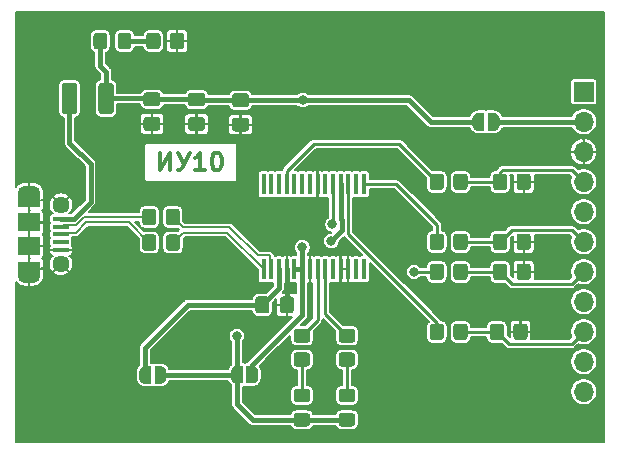
<source format=gbr>
%TF.GenerationSoftware,KiCad,Pcbnew,(5.1.8)-1*%
%TF.CreationDate,2020-12-04T21:04:29+03:00*%
%TF.ProjectId,InterfaceG850,496e7465-7266-4616-9365-473835302e6b,rev?*%
%TF.SameCoordinates,Original*%
%TF.FileFunction,Copper,L1,Top*%
%TF.FilePolarity,Positive*%
%FSLAX46Y46*%
G04 Gerber Fmt 4.6, Leading zero omitted, Abs format (unit mm)*
G04 Created by KiCad (PCBNEW (5.1.8)-1) date 2020-12-04 21:04:29*
%MOMM*%
%LPD*%
G01*
G04 APERTURE LIST*
%TA.AperFunction,NonConductor*%
%ADD10C,0.300000*%
%TD*%
%TA.AperFunction,SMDPad,CuDef*%
%ADD11R,0.450000X1.750000*%
%TD*%
%TA.AperFunction,SMDPad,CuDef*%
%ADD12C,0.100000*%
%TD*%
%TA.AperFunction,ComponentPad*%
%ADD13O,1.700000X1.700000*%
%TD*%
%TA.AperFunction,ComponentPad*%
%ADD14R,1.700000X1.700000*%
%TD*%
%TA.AperFunction,SMDPad,CuDef*%
%ADD15R,1.900000X1.200000*%
%TD*%
%TA.AperFunction,ComponentPad*%
%ADD16O,1.900000X1.200000*%
%TD*%
%TA.AperFunction,SMDPad,CuDef*%
%ADD17R,1.900000X1.500000*%
%TD*%
%TA.AperFunction,ComponentPad*%
%ADD18C,1.450000*%
%TD*%
%TA.AperFunction,SMDPad,CuDef*%
%ADD19R,1.350000X0.400000*%
%TD*%
%TA.AperFunction,ViaPad*%
%ADD20C,0.600000*%
%TD*%
%TA.AperFunction,ViaPad*%
%ADD21C,0.800000*%
%TD*%
%TA.AperFunction,Conductor*%
%ADD22C,0.400000*%
%TD*%
%TA.AperFunction,Conductor*%
%ADD23C,0.250000*%
%TD*%
%TA.AperFunction,Conductor*%
%ADD24C,0.200000*%
%TD*%
%TA.AperFunction,Conductor*%
%ADD25C,0.100000*%
%TD*%
G04 APERTURE END LIST*
D10*
X116549491Y-68647571D02*
X116549491Y-70147571D01*
X117406634Y-68647571D01*
X117406634Y-70147571D01*
X118049491Y-68647571D02*
X118549491Y-69647571D01*
X119049491Y-68647571D02*
X118406634Y-69933285D01*
X118263777Y-70076142D01*
X118120920Y-70147571D01*
X118049491Y-70147571D01*
X120335205Y-70147571D02*
X119478062Y-70147571D01*
X119906634Y-70147571D02*
X119906634Y-68647571D01*
X119763777Y-68861857D01*
X119620920Y-69004714D01*
X119478062Y-69076142D01*
X121263777Y-68647571D02*
X121406634Y-68647571D01*
X121549491Y-68719000D01*
X121620920Y-68790428D01*
X121692348Y-68933285D01*
X121763777Y-69219000D01*
X121763777Y-69576142D01*
X121692348Y-69861857D01*
X121620920Y-70004714D01*
X121549491Y-70076142D01*
X121406634Y-70147571D01*
X121263777Y-70147571D01*
X121120920Y-70076142D01*
X121049491Y-70004714D01*
X120978062Y-69861857D01*
X120906634Y-69576142D01*
X120906634Y-69219000D01*
X120978062Y-68933285D01*
X121049491Y-68790428D01*
X121120920Y-68719000D01*
X121263777Y-68647571D01*
D11*
%TO.P,U1,28*%
%TO.N,Net-(U1-Pad28)*%
X133765000Y-78530000D03*
%TO.P,U1,27*%
%TO.N,Net-(U1-Pad27)*%
X133115000Y-78530000D03*
%TO.P,U1,26*%
%TO.N,GND*%
X132465000Y-78530000D03*
%TO.P,U1,25*%
X131815000Y-78530000D03*
%TO.P,U1,24*%
%TO.N,N/C*%
X131165000Y-78530000D03*
%TO.P,U1,23*%
%TO.N,RXLED*%
X130515000Y-78530000D03*
%TO.P,U1,22*%
%TO.N,TXLED*%
X129865000Y-78530000D03*
%TO.P,U1,21*%
%TO.N,GND*%
X129215000Y-78530000D03*
%TO.P,U1,20*%
%TO.N,+5V*%
X128565000Y-78530000D03*
%TO.P,U1,19*%
X127915000Y-78530000D03*
%TO.P,U1,18*%
%TO.N,GND*%
X127265000Y-78530000D03*
%TO.P,U1,17*%
%TO.N,+3V3*%
X126615000Y-78530000D03*
%TO.P,U1,16*%
%TO.N,/USBD_N*%
X125965000Y-78530000D03*
%TO.P,U1,15*%
%TO.N,/USBD_P*%
X125315000Y-78530000D03*
%TO.P,U1,14*%
%TO.N,Net-(U1-Pad14)*%
X125315000Y-71330000D03*
%TO.P,U1,13*%
%TO.N,Net-(U1-Pad13)*%
X125965000Y-71330000D03*
%TO.P,U1,12*%
%TO.N,Net-(U1-Pad12)*%
X126615000Y-71330000D03*
%TO.P,U1,11*%
%TO.N,Net-(R4-Pad2)*%
X127265000Y-71330000D03*
%TO.P,U1,10*%
%TO.N,Net-(U1-Pad10)*%
X127915000Y-71330000D03*
%TO.P,U1,9*%
%TO.N,Net-(U1-Pad9)*%
X128565000Y-71330000D03*
%TO.P,U1,8*%
%TO.N,N/C*%
X129215000Y-71330000D03*
%TO.P,U1,7*%
%TO.N,GND*%
X129865000Y-71330000D03*
%TO.P,U1,6*%
%TO.N,Net-(U1-Pad6)*%
X130515000Y-71330000D03*
%TO.P,U1,5*%
%TO.N,Net-(R2-Pad2)*%
X131165000Y-71330000D03*
%TO.P,U1,4*%
%TO.N,VCCIO*%
X131815000Y-71330000D03*
%TO.P,U1,3*%
%TO.N,Net-(R3-Pad2)*%
X132465000Y-71330000D03*
%TO.P,U1,2*%
%TO.N,Net-(U1-Pad2)*%
X133115000Y-71330000D03*
%TO.P,U1,1*%
%TO.N,Net-(R1-Pad2)*%
X133765000Y-71330000D03*
%TD*%
%TO.P,R13,2*%
%TO.N,Net-(D3-Pad1)*%
%TA.AperFunction,SMDPad,CuDef*%
G36*
G01*
X128091779Y-85558580D02*
X128991781Y-85558580D01*
G75*
G02*
X129241780Y-85808579I0J-249999D01*
G01*
X129241780Y-86508581D01*
G75*
G02*
X128991781Y-86758580I-249999J0D01*
G01*
X128091779Y-86758580D01*
G75*
G02*
X127841780Y-86508581I0J249999D01*
G01*
X127841780Y-85808579D01*
G75*
G02*
X128091779Y-85558580I249999J0D01*
G01*
G37*
%TD.AperFunction*%
%TO.P,R13,1*%
%TO.N,TXLED*%
%TA.AperFunction,SMDPad,CuDef*%
G36*
G01*
X128091779Y-83558580D02*
X128991781Y-83558580D01*
G75*
G02*
X129241780Y-83808579I0J-249999D01*
G01*
X129241780Y-84508581D01*
G75*
G02*
X128991781Y-84758580I-249999J0D01*
G01*
X128091779Y-84758580D01*
G75*
G02*
X127841780Y-84508581I0J249999D01*
G01*
X127841780Y-83808579D01*
G75*
G02*
X128091779Y-83558580I249999J0D01*
G01*
G37*
%TD.AperFunction*%
%TD*%
%TO.P,R12,2*%
%TO.N,Net-(D2-Pad1)*%
%TA.AperFunction,SMDPad,CuDef*%
G36*
G01*
X131901779Y-85558580D02*
X132801781Y-85558580D01*
G75*
G02*
X133051780Y-85808579I0J-249999D01*
G01*
X133051780Y-86508581D01*
G75*
G02*
X132801781Y-86758580I-249999J0D01*
G01*
X131901779Y-86758580D01*
G75*
G02*
X131651780Y-86508581I0J249999D01*
G01*
X131651780Y-85808579D01*
G75*
G02*
X131901779Y-85558580I249999J0D01*
G01*
G37*
%TD.AperFunction*%
%TO.P,R12,1*%
%TO.N,RXLED*%
%TA.AperFunction,SMDPad,CuDef*%
G36*
G01*
X131901779Y-83558580D02*
X132801781Y-83558580D01*
G75*
G02*
X133051780Y-83808579I0J-249999D01*
G01*
X133051780Y-84508581D01*
G75*
G02*
X132801781Y-84758580I-249999J0D01*
G01*
X131901779Y-84758580D01*
G75*
G02*
X131651780Y-84508581I0J249999D01*
G01*
X131651780Y-83808579D01*
G75*
G02*
X131901779Y-83558580I249999J0D01*
G01*
G37*
%TD.AperFunction*%
%TD*%
%TO.P,R11,2*%
%TO.N,Net-(D1-Pad1)*%
%TA.AperFunction,SMDPad,CuDef*%
G36*
G01*
X116574620Y-58747239D02*
X116574620Y-59647241D01*
G75*
G02*
X116324621Y-59897240I-249999J0D01*
G01*
X115624619Y-59897240D01*
G75*
G02*
X115374620Y-59647241I0J249999D01*
G01*
X115374620Y-58747239D01*
G75*
G02*
X115624619Y-58497240I249999J0D01*
G01*
X116324621Y-58497240D01*
G75*
G02*
X116574620Y-58747239I0J-249999D01*
G01*
G37*
%TD.AperFunction*%
%TO.P,R11,1*%
%TO.N,GND*%
%TA.AperFunction,SMDPad,CuDef*%
G36*
G01*
X118574620Y-58747239D02*
X118574620Y-59647241D01*
G75*
G02*
X118324621Y-59897240I-249999J0D01*
G01*
X117624619Y-59897240D01*
G75*
G02*
X117374620Y-59647241I0J249999D01*
G01*
X117374620Y-58747239D01*
G75*
G02*
X117624619Y-58497240I249999J0D01*
G01*
X118324621Y-58497240D01*
G75*
G02*
X118574620Y-58747239I0J-249999D01*
G01*
G37*
%TD.AperFunction*%
%TD*%
%TO.P,R10,2*%
%TO.N,RTSCalc*%
%TA.AperFunction,SMDPad,CuDef*%
G36*
G01*
X145920000Y-70669999D02*
X145920000Y-71570001D01*
G75*
G02*
X145670001Y-71820000I-249999J0D01*
G01*
X144969999Y-71820000D01*
G75*
G02*
X144720000Y-71570001I0J249999D01*
G01*
X144720000Y-70669999D01*
G75*
G02*
X144969999Y-70420000I249999J0D01*
G01*
X145670001Y-70420000D01*
G75*
G02*
X145920000Y-70669999I0J-249999D01*
G01*
G37*
%TD.AperFunction*%
%TO.P,R10,1*%
%TO.N,GND*%
%TA.AperFunction,SMDPad,CuDef*%
G36*
G01*
X147920000Y-70669999D02*
X147920000Y-71570001D01*
G75*
G02*
X147670001Y-71820000I-249999J0D01*
G01*
X146969999Y-71820000D01*
G75*
G02*
X146720000Y-71570001I0J249999D01*
G01*
X146720000Y-70669999D01*
G75*
G02*
X146969999Y-70420000I249999J0D01*
G01*
X147670001Y-70420000D01*
G75*
G02*
X147920000Y-70669999I0J-249999D01*
G01*
G37*
%TD.AperFunction*%
%TD*%
%TO.P,R9,2*%
%TO.N,CTSCalc*%
%TA.AperFunction,SMDPad,CuDef*%
G36*
G01*
X145650000Y-83369999D02*
X145650000Y-84270001D01*
G75*
G02*
X145400001Y-84520000I-249999J0D01*
G01*
X144699999Y-84520000D01*
G75*
G02*
X144450000Y-84270001I0J249999D01*
G01*
X144450000Y-83369999D01*
G75*
G02*
X144699999Y-83120000I249999J0D01*
G01*
X145400001Y-83120000D01*
G75*
G02*
X145650000Y-83369999I0J-249999D01*
G01*
G37*
%TD.AperFunction*%
%TO.P,R9,1*%
%TO.N,GND*%
%TA.AperFunction,SMDPad,CuDef*%
G36*
G01*
X147650000Y-83369999D02*
X147650000Y-84270001D01*
G75*
G02*
X147400001Y-84520000I-249999J0D01*
G01*
X146699999Y-84520000D01*
G75*
G02*
X146450000Y-84270001I0J249999D01*
G01*
X146450000Y-83369999D01*
G75*
G02*
X146699999Y-83120000I249999J0D01*
G01*
X147400001Y-83120000D01*
G75*
G02*
X147650000Y-83369999I0J-249999D01*
G01*
G37*
%TD.AperFunction*%
%TD*%
%TO.P,R8,2*%
%TO.N,TXDCalc*%
%TA.AperFunction,SMDPad,CuDef*%
G36*
G01*
X145920000Y-78289999D02*
X145920000Y-79190001D01*
G75*
G02*
X145670001Y-79440000I-249999J0D01*
G01*
X144969999Y-79440000D01*
G75*
G02*
X144720000Y-79190001I0J249999D01*
G01*
X144720000Y-78289999D01*
G75*
G02*
X144969999Y-78040000I249999J0D01*
G01*
X145670001Y-78040000D01*
G75*
G02*
X145920000Y-78289999I0J-249999D01*
G01*
G37*
%TD.AperFunction*%
%TO.P,R8,1*%
%TO.N,GND*%
%TA.AperFunction,SMDPad,CuDef*%
G36*
G01*
X147920000Y-78289999D02*
X147920000Y-79190001D01*
G75*
G02*
X147670001Y-79440000I-249999J0D01*
G01*
X146969999Y-79440000D01*
G75*
G02*
X146720000Y-79190001I0J249999D01*
G01*
X146720000Y-78289999D01*
G75*
G02*
X146969999Y-78040000I249999J0D01*
G01*
X147670001Y-78040000D01*
G75*
G02*
X147920000Y-78289999I0J-249999D01*
G01*
G37*
%TD.AperFunction*%
%TD*%
%TO.P,R7,2*%
%TO.N,RXDCalc*%
%TA.AperFunction,SMDPad,CuDef*%
G36*
G01*
X145920000Y-75749999D02*
X145920000Y-76650001D01*
G75*
G02*
X145670001Y-76900000I-249999J0D01*
G01*
X144969999Y-76900000D01*
G75*
G02*
X144720000Y-76650001I0J249999D01*
G01*
X144720000Y-75749999D01*
G75*
G02*
X144969999Y-75500000I249999J0D01*
G01*
X145670001Y-75500000D01*
G75*
G02*
X145920000Y-75749999I0J-249999D01*
G01*
G37*
%TD.AperFunction*%
%TO.P,R7,1*%
%TO.N,GND*%
%TA.AperFunction,SMDPad,CuDef*%
G36*
G01*
X147920000Y-75749999D02*
X147920000Y-76650001D01*
G75*
G02*
X147670001Y-76900000I-249999J0D01*
G01*
X146969999Y-76900000D01*
G75*
G02*
X146720000Y-76650001I0J249999D01*
G01*
X146720000Y-75749999D01*
G75*
G02*
X146969999Y-75500000I249999J0D01*
G01*
X147670001Y-75500000D01*
G75*
G02*
X147920000Y-75749999I0J-249999D01*
G01*
G37*
%TD.AperFunction*%
%TD*%
%TO.P,R6,2*%
%TO.N,/D-*%
%TA.AperFunction,SMDPad,CuDef*%
G36*
G01*
X116217240Y-73651959D02*
X116217240Y-74551961D01*
G75*
G02*
X115967241Y-74801960I-249999J0D01*
G01*
X115267239Y-74801960D01*
G75*
G02*
X115017240Y-74551961I0J249999D01*
G01*
X115017240Y-73651959D01*
G75*
G02*
X115267239Y-73401960I249999J0D01*
G01*
X115967241Y-73401960D01*
G75*
G02*
X116217240Y-73651959I0J-249999D01*
G01*
G37*
%TD.AperFunction*%
%TO.P,R6,1*%
%TO.N,/USBD_N*%
%TA.AperFunction,SMDPad,CuDef*%
G36*
G01*
X118217240Y-73651959D02*
X118217240Y-74551961D01*
G75*
G02*
X117967241Y-74801960I-249999J0D01*
G01*
X117267239Y-74801960D01*
G75*
G02*
X117017240Y-74551961I0J249999D01*
G01*
X117017240Y-73651959D01*
G75*
G02*
X117267239Y-73401960I249999J0D01*
G01*
X117967241Y-73401960D01*
G75*
G02*
X118217240Y-73651959I0J-249999D01*
G01*
G37*
%TD.AperFunction*%
%TD*%
%TO.P,R5,2*%
%TO.N,/D+*%
%TA.AperFunction,SMDPad,CuDef*%
G36*
G01*
X116226640Y-75818579D02*
X116226640Y-76718581D01*
G75*
G02*
X115976641Y-76968580I-249999J0D01*
G01*
X115276639Y-76968580D01*
G75*
G02*
X115026640Y-76718581I0J249999D01*
G01*
X115026640Y-75818579D01*
G75*
G02*
X115276639Y-75568580I249999J0D01*
G01*
X115976641Y-75568580D01*
G75*
G02*
X116226640Y-75818579I0J-249999D01*
G01*
G37*
%TD.AperFunction*%
%TO.P,R5,1*%
%TO.N,/USBD_P*%
%TA.AperFunction,SMDPad,CuDef*%
G36*
G01*
X118226640Y-75818579D02*
X118226640Y-76718581D01*
G75*
G02*
X117976641Y-76968580I-249999J0D01*
G01*
X117276639Y-76968580D01*
G75*
G02*
X117026640Y-76718581I0J249999D01*
G01*
X117026640Y-75818579D01*
G75*
G02*
X117276639Y-75568580I249999J0D01*
G01*
X117976641Y-75568580D01*
G75*
G02*
X118226640Y-75818579I0J-249999D01*
G01*
G37*
%TD.AperFunction*%
%TD*%
%TO.P,R4,2*%
%TO.N,Net-(R4-Pad2)*%
%TA.AperFunction,SMDPad,CuDef*%
G36*
G01*
X140570000Y-70669999D02*
X140570000Y-71570001D01*
G75*
G02*
X140320001Y-71820000I-249999J0D01*
G01*
X139619999Y-71820000D01*
G75*
G02*
X139370000Y-71570001I0J249999D01*
G01*
X139370000Y-70669999D01*
G75*
G02*
X139619999Y-70420000I249999J0D01*
G01*
X140320001Y-70420000D01*
G75*
G02*
X140570000Y-70669999I0J-249999D01*
G01*
G37*
%TD.AperFunction*%
%TO.P,R4,1*%
%TO.N,RTSCalc*%
%TA.AperFunction,SMDPad,CuDef*%
G36*
G01*
X142570000Y-70669999D02*
X142570000Y-71570001D01*
G75*
G02*
X142320001Y-71820000I-249999J0D01*
G01*
X141619999Y-71820000D01*
G75*
G02*
X141370000Y-71570001I0J249999D01*
G01*
X141370000Y-70669999D01*
G75*
G02*
X141619999Y-70420000I249999J0D01*
G01*
X142320001Y-70420000D01*
G75*
G02*
X142570000Y-70669999I0J-249999D01*
G01*
G37*
%TD.AperFunction*%
%TD*%
%TO.P,R3,2*%
%TO.N,Net-(R3-Pad2)*%
%TA.AperFunction,SMDPad,CuDef*%
G36*
G01*
X140570000Y-83369999D02*
X140570000Y-84270001D01*
G75*
G02*
X140320001Y-84520000I-249999J0D01*
G01*
X139619999Y-84520000D01*
G75*
G02*
X139370000Y-84270001I0J249999D01*
G01*
X139370000Y-83369999D01*
G75*
G02*
X139619999Y-83120000I249999J0D01*
G01*
X140320001Y-83120000D01*
G75*
G02*
X140570000Y-83369999I0J-249999D01*
G01*
G37*
%TD.AperFunction*%
%TO.P,R3,1*%
%TO.N,CTSCalc*%
%TA.AperFunction,SMDPad,CuDef*%
G36*
G01*
X142570000Y-83369999D02*
X142570000Y-84270001D01*
G75*
G02*
X142320001Y-84520000I-249999J0D01*
G01*
X141619999Y-84520000D01*
G75*
G02*
X141370000Y-84270001I0J249999D01*
G01*
X141370000Y-83369999D01*
G75*
G02*
X141619999Y-83120000I249999J0D01*
G01*
X142320001Y-83120000D01*
G75*
G02*
X142570000Y-83369999I0J-249999D01*
G01*
G37*
%TD.AperFunction*%
%TD*%
%TO.P,R2,2*%
%TO.N,Net-(R2-Pad2)*%
%TA.AperFunction,SMDPad,CuDef*%
G36*
G01*
X140570000Y-78289999D02*
X140570000Y-79190001D01*
G75*
G02*
X140320001Y-79440000I-249999J0D01*
G01*
X139619999Y-79440000D01*
G75*
G02*
X139370000Y-79190001I0J249999D01*
G01*
X139370000Y-78289999D01*
G75*
G02*
X139619999Y-78040000I249999J0D01*
G01*
X140320001Y-78040000D01*
G75*
G02*
X140570000Y-78289999I0J-249999D01*
G01*
G37*
%TD.AperFunction*%
%TO.P,R2,1*%
%TO.N,TXDCalc*%
%TA.AperFunction,SMDPad,CuDef*%
G36*
G01*
X142570000Y-78289999D02*
X142570000Y-79190001D01*
G75*
G02*
X142320001Y-79440000I-249999J0D01*
G01*
X141619999Y-79440000D01*
G75*
G02*
X141370000Y-79190001I0J249999D01*
G01*
X141370000Y-78289999D01*
G75*
G02*
X141619999Y-78040000I249999J0D01*
G01*
X142320001Y-78040000D01*
G75*
G02*
X142570000Y-78289999I0J-249999D01*
G01*
G37*
%TD.AperFunction*%
%TD*%
%TO.P,R1,2*%
%TO.N,Net-(R1-Pad2)*%
%TA.AperFunction,SMDPad,CuDef*%
G36*
G01*
X140570000Y-75749999D02*
X140570000Y-76650001D01*
G75*
G02*
X140320001Y-76900000I-249999J0D01*
G01*
X139619999Y-76900000D01*
G75*
G02*
X139370000Y-76650001I0J249999D01*
G01*
X139370000Y-75749999D01*
G75*
G02*
X139619999Y-75500000I249999J0D01*
G01*
X140320001Y-75500000D01*
G75*
G02*
X140570000Y-75749999I0J-249999D01*
G01*
G37*
%TD.AperFunction*%
%TO.P,R1,1*%
%TO.N,RXDCalc*%
%TA.AperFunction,SMDPad,CuDef*%
G36*
G01*
X142570000Y-75749999D02*
X142570000Y-76650001D01*
G75*
G02*
X142320001Y-76900000I-249999J0D01*
G01*
X141619999Y-76900000D01*
G75*
G02*
X141370000Y-76650001I0J249999D01*
G01*
X141370000Y-75749999D01*
G75*
G02*
X141619999Y-75500000I249999J0D01*
G01*
X142320001Y-75500000D01*
G75*
G02*
X142570000Y-75749999I0J-249999D01*
G01*
G37*
%TD.AperFunction*%
%TD*%
%TA.AperFunction,SMDPad,CuDef*%
D12*
%TO.P,JP3,2*%
%TO.N,VCCCalc*%
G36*
X144780000Y-65290602D02*
G01*
X144804534Y-65290602D01*
X144853365Y-65295412D01*
X144901490Y-65304984D01*
X144948445Y-65319228D01*
X144993778Y-65338005D01*
X145037051Y-65361136D01*
X145077850Y-65388396D01*
X145115779Y-65419524D01*
X145150476Y-65454221D01*
X145181604Y-65492150D01*
X145208864Y-65532949D01*
X145231995Y-65576222D01*
X145250772Y-65621555D01*
X145265016Y-65668510D01*
X145274588Y-65716635D01*
X145279398Y-65765466D01*
X145279398Y-65790000D01*
X145280000Y-65790000D01*
X145280000Y-66290000D01*
X145279398Y-66290000D01*
X145279398Y-66314534D01*
X145274588Y-66363365D01*
X145265016Y-66411490D01*
X145250772Y-66458445D01*
X145231995Y-66503778D01*
X145208864Y-66547051D01*
X145181604Y-66587850D01*
X145150476Y-66625779D01*
X145115779Y-66660476D01*
X145077850Y-66691604D01*
X145037051Y-66718864D01*
X144993778Y-66741995D01*
X144948445Y-66760772D01*
X144901490Y-66775016D01*
X144853365Y-66784588D01*
X144804534Y-66789398D01*
X144780000Y-66789398D01*
X144780000Y-66790000D01*
X144280000Y-66790000D01*
X144280000Y-65290000D01*
X144780000Y-65290000D01*
X144780000Y-65290602D01*
G37*
%TD.AperFunction*%
%TA.AperFunction,SMDPad,CuDef*%
%TO.P,JP3,1*%
%TO.N,+5V*%
G36*
X143980000Y-66790000D02*
G01*
X143480000Y-66790000D01*
X143480000Y-66789398D01*
X143455466Y-66789398D01*
X143406635Y-66784588D01*
X143358510Y-66775016D01*
X143311555Y-66760772D01*
X143266222Y-66741995D01*
X143222949Y-66718864D01*
X143182150Y-66691604D01*
X143144221Y-66660476D01*
X143109524Y-66625779D01*
X143078396Y-66587850D01*
X143051136Y-66547051D01*
X143028005Y-66503778D01*
X143009228Y-66458445D01*
X142994984Y-66411490D01*
X142985412Y-66363365D01*
X142980602Y-66314534D01*
X142980602Y-66290000D01*
X142980000Y-66290000D01*
X142980000Y-65790000D01*
X142980602Y-65790000D01*
X142980602Y-65765466D01*
X142985412Y-65716635D01*
X142994984Y-65668510D01*
X143009228Y-65621555D01*
X143028005Y-65576222D01*
X143051136Y-65532949D01*
X143078396Y-65492150D01*
X143109524Y-65454221D01*
X143144221Y-65419524D01*
X143182150Y-65388396D01*
X143222949Y-65361136D01*
X143266222Y-65338005D01*
X143311555Y-65319228D01*
X143358510Y-65304984D01*
X143406635Y-65295412D01*
X143455466Y-65290602D01*
X143480000Y-65290602D01*
X143480000Y-65290000D01*
X143980000Y-65290000D01*
X143980000Y-66790000D01*
G37*
%TD.AperFunction*%
%TD*%
%TA.AperFunction,SMDPad,CuDef*%
%TO.P,JP2,2*%
%TO.N,+5V*%
G36*
X124340140Y-86690102D02*
G01*
X124364674Y-86690102D01*
X124413505Y-86694912D01*
X124461630Y-86704484D01*
X124508585Y-86718728D01*
X124553918Y-86737505D01*
X124597191Y-86760636D01*
X124637990Y-86787896D01*
X124675919Y-86819024D01*
X124710616Y-86853721D01*
X124741744Y-86891650D01*
X124769004Y-86932449D01*
X124792135Y-86975722D01*
X124810912Y-87021055D01*
X124825156Y-87068010D01*
X124834728Y-87116135D01*
X124839538Y-87164966D01*
X124839538Y-87189500D01*
X124840140Y-87189500D01*
X124840140Y-87689500D01*
X124839538Y-87689500D01*
X124839538Y-87714034D01*
X124834728Y-87762865D01*
X124825156Y-87810990D01*
X124810912Y-87857945D01*
X124792135Y-87903278D01*
X124769004Y-87946551D01*
X124741744Y-87987350D01*
X124710616Y-88025279D01*
X124675919Y-88059976D01*
X124637990Y-88091104D01*
X124597191Y-88118364D01*
X124553918Y-88141495D01*
X124508585Y-88160272D01*
X124461630Y-88174516D01*
X124413505Y-88184088D01*
X124364674Y-88188898D01*
X124340140Y-88188898D01*
X124340140Y-88189500D01*
X123840140Y-88189500D01*
X123840140Y-86689500D01*
X124340140Y-86689500D01*
X124340140Y-86690102D01*
G37*
%TD.AperFunction*%
%TA.AperFunction,SMDPad,CuDef*%
%TO.P,JP2,1*%
%TO.N,VCCIO*%
G36*
X123540140Y-88189500D02*
G01*
X123040140Y-88189500D01*
X123040140Y-88188898D01*
X123015606Y-88188898D01*
X122966775Y-88184088D01*
X122918650Y-88174516D01*
X122871695Y-88160272D01*
X122826362Y-88141495D01*
X122783089Y-88118364D01*
X122742290Y-88091104D01*
X122704361Y-88059976D01*
X122669664Y-88025279D01*
X122638536Y-87987350D01*
X122611276Y-87946551D01*
X122588145Y-87903278D01*
X122569368Y-87857945D01*
X122555124Y-87810990D01*
X122545552Y-87762865D01*
X122540742Y-87714034D01*
X122540742Y-87689500D01*
X122540140Y-87689500D01*
X122540140Y-87189500D01*
X122540742Y-87189500D01*
X122540742Y-87164966D01*
X122545552Y-87116135D01*
X122555124Y-87068010D01*
X122569368Y-87021055D01*
X122588145Y-86975722D01*
X122611276Y-86932449D01*
X122638536Y-86891650D01*
X122669664Y-86853721D01*
X122704361Y-86819024D01*
X122742290Y-86787896D01*
X122783089Y-86760636D01*
X122826362Y-86737505D01*
X122871695Y-86718728D01*
X122918650Y-86704484D01*
X122966775Y-86694912D01*
X123015606Y-86690102D01*
X123040140Y-86690102D01*
X123040140Y-86689500D01*
X123540140Y-86689500D01*
X123540140Y-88189500D01*
G37*
%TD.AperFunction*%
%TD*%
%TA.AperFunction,SMDPad,CuDef*%
%TO.P,JP1,2*%
%TO.N,VCCIO*%
G36*
X116567980Y-86723122D02*
G01*
X116592514Y-86723122D01*
X116641345Y-86727932D01*
X116689470Y-86737504D01*
X116736425Y-86751748D01*
X116781758Y-86770525D01*
X116825031Y-86793656D01*
X116865830Y-86820916D01*
X116903759Y-86852044D01*
X116938456Y-86886741D01*
X116969584Y-86924670D01*
X116996844Y-86965469D01*
X117019975Y-87008742D01*
X117038752Y-87054075D01*
X117052996Y-87101030D01*
X117062568Y-87149155D01*
X117067378Y-87197986D01*
X117067378Y-87222520D01*
X117067980Y-87222520D01*
X117067980Y-87722520D01*
X117067378Y-87722520D01*
X117067378Y-87747054D01*
X117062568Y-87795885D01*
X117052996Y-87844010D01*
X117038752Y-87890965D01*
X117019975Y-87936298D01*
X116996844Y-87979571D01*
X116969584Y-88020370D01*
X116938456Y-88058299D01*
X116903759Y-88092996D01*
X116865830Y-88124124D01*
X116825031Y-88151384D01*
X116781758Y-88174515D01*
X116736425Y-88193292D01*
X116689470Y-88207536D01*
X116641345Y-88217108D01*
X116592514Y-88221918D01*
X116567980Y-88221918D01*
X116567980Y-88222520D01*
X116067980Y-88222520D01*
X116067980Y-86722520D01*
X116567980Y-86722520D01*
X116567980Y-86723122D01*
G37*
%TD.AperFunction*%
%TA.AperFunction,SMDPad,CuDef*%
%TO.P,JP1,1*%
%TO.N,+3V3*%
G36*
X115767980Y-88222520D02*
G01*
X115267980Y-88222520D01*
X115267980Y-88221918D01*
X115243446Y-88221918D01*
X115194615Y-88217108D01*
X115146490Y-88207536D01*
X115099535Y-88193292D01*
X115054202Y-88174515D01*
X115010929Y-88151384D01*
X114970130Y-88124124D01*
X114932201Y-88092996D01*
X114897504Y-88058299D01*
X114866376Y-88020370D01*
X114839116Y-87979571D01*
X114815985Y-87936298D01*
X114797208Y-87890965D01*
X114782964Y-87844010D01*
X114773392Y-87795885D01*
X114768582Y-87747054D01*
X114768582Y-87722520D01*
X114767980Y-87722520D01*
X114767980Y-87222520D01*
X114768582Y-87222520D01*
X114768582Y-87197986D01*
X114773392Y-87149155D01*
X114782964Y-87101030D01*
X114797208Y-87054075D01*
X114815985Y-87008742D01*
X114839116Y-86965469D01*
X114866376Y-86924670D01*
X114897504Y-86886741D01*
X114932201Y-86852044D01*
X114970130Y-86820916D01*
X115010929Y-86793656D01*
X115054202Y-86770525D01*
X115099535Y-86751748D01*
X115146490Y-86737504D01*
X115194615Y-86727932D01*
X115243446Y-86723122D01*
X115267980Y-86723122D01*
X115267980Y-86722520D01*
X115767980Y-86722520D01*
X115767980Y-88222520D01*
G37*
%TD.AperFunction*%
%TD*%
D13*
%TO.P,J2,11*%
%TO.N,Net-(J2-Pad11)*%
X152400000Y-88900000D03*
%TO.P,J2,10*%
%TO.N,Net-(J2-Pad10)*%
X152400000Y-86360000D03*
%TO.P,J2,9*%
%TO.N,CTSCalc*%
X152400000Y-83820000D03*
%TO.P,J2,8*%
%TO.N,Net-(J2-Pad8)*%
X152400000Y-81280000D03*
%TO.P,J2,7*%
%TO.N,TXDCalc*%
X152400000Y-78740000D03*
%TO.P,J2,6*%
%TO.N,RXDCalc*%
X152400000Y-76200000D03*
%TO.P,J2,5*%
%TO.N,Net-(J2-Pad5)*%
X152400000Y-73660000D03*
%TO.P,J2,4*%
%TO.N,RTSCalc*%
X152400000Y-71120000D03*
%TO.P,J2,3*%
%TO.N,GND*%
X152400000Y-68580000D03*
%TO.P,J2,2*%
%TO.N,VCCCalc*%
X152400000Y-66040000D03*
D14*
%TO.P,J2,1*%
%TO.N,Net-(J2-Pad1)*%
X152400000Y-63500000D03*
%TD*%
D15*
%TO.P,J1,6*%
%TO.N,GND*%
X105442500Y-72662460D03*
X105442500Y-78462460D03*
D16*
X105442500Y-79062460D03*
X105442500Y-72062460D03*
D17*
X105442500Y-74562460D03*
D18*
X108142500Y-78062460D03*
D19*
%TO.P,J1,3*%
%TO.N,/D+*%
X108142500Y-75562460D03*
%TO.P,J1,4*%
%TO.N,Net-(J1-Pad4)*%
X108142500Y-76212460D03*
%TO.P,J1,5*%
%TO.N,GND*%
X108142500Y-76862460D03*
%TO.P,J1,1*%
%TO.N,/VBUS*%
X108142500Y-74262460D03*
%TO.P,J1,2*%
%TO.N,/D-*%
X108142500Y-74912460D03*
D18*
%TO.P,J1,6*%
%TO.N,GND*%
X108142500Y-73062460D03*
D17*
X105442500Y-76562460D03*
%TD*%
%TO.P,F1,2*%
%TO.N,/VBUS*%
%TA.AperFunction,SMDPad,CuDef*%
G36*
G01*
X109513800Y-62988880D02*
X109513800Y-65138880D01*
G75*
G02*
X109263800Y-65388880I-250000J0D01*
G01*
X108463800Y-65388880D01*
G75*
G02*
X108213800Y-65138880I0J250000D01*
G01*
X108213800Y-62988880D01*
G75*
G02*
X108463800Y-62738880I250000J0D01*
G01*
X109263800Y-62738880D01*
G75*
G02*
X109513800Y-62988880I0J-250000D01*
G01*
G37*
%TD.AperFunction*%
%TO.P,F1,1*%
%TO.N,+5V*%
%TA.AperFunction,SMDPad,CuDef*%
G36*
G01*
X112613800Y-62988880D02*
X112613800Y-65138880D01*
G75*
G02*
X112363800Y-65388880I-250000J0D01*
G01*
X111563800Y-65388880D01*
G75*
G02*
X111313800Y-65138880I0J250000D01*
G01*
X111313800Y-62988880D01*
G75*
G02*
X111563800Y-62738880I250000J0D01*
G01*
X112363800Y-62738880D01*
G75*
G02*
X112613800Y-62988880I0J-250000D01*
G01*
G37*
%TD.AperFunction*%
%TD*%
%TO.P,D3,2*%
%TO.N,VCCIO*%
%TA.AperFunction,SMDPad,CuDef*%
G36*
G01*
X128091779Y-90688580D02*
X128991781Y-90688580D01*
G75*
G02*
X129241780Y-90938579I0J-249999D01*
G01*
X129241780Y-91588581D01*
G75*
G02*
X128991781Y-91838580I-249999J0D01*
G01*
X128091779Y-91838580D01*
G75*
G02*
X127841780Y-91588581I0J249999D01*
G01*
X127841780Y-90938579D01*
G75*
G02*
X128091779Y-90688580I249999J0D01*
G01*
G37*
%TD.AperFunction*%
%TO.P,D3,1*%
%TO.N,Net-(D3-Pad1)*%
%TA.AperFunction,SMDPad,CuDef*%
G36*
G01*
X128091779Y-88638580D02*
X128991781Y-88638580D01*
G75*
G02*
X129241780Y-88888579I0J-249999D01*
G01*
X129241780Y-89538581D01*
G75*
G02*
X128991781Y-89788580I-249999J0D01*
G01*
X128091779Y-89788580D01*
G75*
G02*
X127841780Y-89538581I0J249999D01*
G01*
X127841780Y-88888579D01*
G75*
G02*
X128091779Y-88638580I249999J0D01*
G01*
G37*
%TD.AperFunction*%
%TD*%
%TO.P,D2,2*%
%TO.N,VCCIO*%
%TA.AperFunction,SMDPad,CuDef*%
G36*
G01*
X131901779Y-90688580D02*
X132801781Y-90688580D01*
G75*
G02*
X133051780Y-90938579I0J-249999D01*
G01*
X133051780Y-91588581D01*
G75*
G02*
X132801781Y-91838580I-249999J0D01*
G01*
X131901779Y-91838580D01*
G75*
G02*
X131651780Y-91588581I0J249999D01*
G01*
X131651780Y-90938579D01*
G75*
G02*
X131901779Y-90688580I249999J0D01*
G01*
G37*
%TD.AperFunction*%
%TO.P,D2,1*%
%TO.N,Net-(D2-Pad1)*%
%TA.AperFunction,SMDPad,CuDef*%
G36*
G01*
X131901779Y-88638580D02*
X132801781Y-88638580D01*
G75*
G02*
X133051780Y-88888579I0J-249999D01*
G01*
X133051780Y-89538581D01*
G75*
G02*
X132801781Y-89788580I-249999J0D01*
G01*
X131901779Y-89788580D01*
G75*
G02*
X131651780Y-89538581I0J249999D01*
G01*
X131651780Y-88888579D01*
G75*
G02*
X131901779Y-88638580I249999J0D01*
G01*
G37*
%TD.AperFunction*%
%TD*%
%TO.P,D1,2*%
%TO.N,+5V*%
%TA.AperFunction,SMDPad,CuDef*%
G36*
G01*
X112046600Y-58749779D02*
X112046600Y-59649781D01*
G75*
G02*
X111796601Y-59899780I-249999J0D01*
G01*
X111146599Y-59899780D01*
G75*
G02*
X110896600Y-59649781I0J249999D01*
G01*
X110896600Y-58749779D01*
G75*
G02*
X111146599Y-58499780I249999J0D01*
G01*
X111796601Y-58499780D01*
G75*
G02*
X112046600Y-58749779I0J-249999D01*
G01*
G37*
%TD.AperFunction*%
%TO.P,D1,1*%
%TO.N,Net-(D1-Pad1)*%
%TA.AperFunction,SMDPad,CuDef*%
G36*
G01*
X114096600Y-58749779D02*
X114096600Y-59649781D01*
G75*
G02*
X113846601Y-59899780I-249999J0D01*
G01*
X113196599Y-59899780D01*
G75*
G02*
X112946600Y-59649781I0J249999D01*
G01*
X112946600Y-58749779D01*
G75*
G02*
X113196599Y-58499780I249999J0D01*
G01*
X113846601Y-58499780D01*
G75*
G02*
X114096600Y-58749779I0J-249999D01*
G01*
G37*
%TD.AperFunction*%
%TD*%
%TO.P,C4,2*%
%TO.N,GND*%
%TA.AperFunction,SMDPad,CuDef*%
G36*
G01*
X126689360Y-82014080D02*
X126689360Y-81064080D01*
G75*
G02*
X126939360Y-80814080I250000J0D01*
G01*
X127614360Y-80814080D01*
G75*
G02*
X127864360Y-81064080I0J-250000D01*
G01*
X127864360Y-82014080D01*
G75*
G02*
X127614360Y-82264080I-250000J0D01*
G01*
X126939360Y-82264080D01*
G75*
G02*
X126689360Y-82014080I0J250000D01*
G01*
G37*
%TD.AperFunction*%
%TO.P,C4,1*%
%TO.N,+3V3*%
%TA.AperFunction,SMDPad,CuDef*%
G36*
G01*
X124614360Y-82014080D02*
X124614360Y-81064080D01*
G75*
G02*
X124864360Y-80814080I250000J0D01*
G01*
X125539360Y-80814080D01*
G75*
G02*
X125789360Y-81064080I0J-250000D01*
G01*
X125789360Y-82014080D01*
G75*
G02*
X125539360Y-82264080I-250000J0D01*
G01*
X124864360Y-82264080D01*
G75*
G02*
X124614360Y-82014080I0J250000D01*
G01*
G37*
%TD.AperFunction*%
%TD*%
%TO.P,C3,2*%
%TO.N,GND*%
%TA.AperFunction,SMDPad,CuDef*%
G36*
G01*
X122872480Y-65692440D02*
X123822480Y-65692440D01*
G75*
G02*
X124072480Y-65942440I0J-250000D01*
G01*
X124072480Y-66617440D01*
G75*
G02*
X123822480Y-66867440I-250000J0D01*
G01*
X122872480Y-66867440D01*
G75*
G02*
X122622480Y-66617440I0J250000D01*
G01*
X122622480Y-65942440D01*
G75*
G02*
X122872480Y-65692440I250000J0D01*
G01*
G37*
%TD.AperFunction*%
%TO.P,C3,1*%
%TO.N,+5V*%
%TA.AperFunction,SMDPad,CuDef*%
G36*
G01*
X122872480Y-63617440D02*
X123822480Y-63617440D01*
G75*
G02*
X124072480Y-63867440I0J-250000D01*
G01*
X124072480Y-64542440D01*
G75*
G02*
X123822480Y-64792440I-250000J0D01*
G01*
X122872480Y-64792440D01*
G75*
G02*
X122622480Y-64542440I0J250000D01*
G01*
X122622480Y-63867440D01*
G75*
G02*
X122872480Y-63617440I250000J0D01*
G01*
G37*
%TD.AperFunction*%
%TD*%
%TO.P,C2,2*%
%TO.N,GND*%
%TA.AperFunction,SMDPad,CuDef*%
G36*
G01*
X119148840Y-65639100D02*
X120098840Y-65639100D01*
G75*
G02*
X120348840Y-65889100I0J-250000D01*
G01*
X120348840Y-66564100D01*
G75*
G02*
X120098840Y-66814100I-250000J0D01*
G01*
X119148840Y-66814100D01*
G75*
G02*
X118898840Y-66564100I0J250000D01*
G01*
X118898840Y-65889100D01*
G75*
G02*
X119148840Y-65639100I250000J0D01*
G01*
G37*
%TD.AperFunction*%
%TO.P,C2,1*%
%TO.N,+5V*%
%TA.AperFunction,SMDPad,CuDef*%
G36*
G01*
X119148840Y-63564100D02*
X120098840Y-63564100D01*
G75*
G02*
X120348840Y-63814100I0J-250000D01*
G01*
X120348840Y-64489100D01*
G75*
G02*
X120098840Y-64739100I-250000J0D01*
G01*
X119148840Y-64739100D01*
G75*
G02*
X118898840Y-64489100I0J250000D01*
G01*
X118898840Y-63814100D01*
G75*
G02*
X119148840Y-63564100I250000J0D01*
G01*
G37*
%TD.AperFunction*%
%TD*%
%TO.P,C1,2*%
%TO.N,GND*%
%TA.AperFunction,SMDPad,CuDef*%
G36*
G01*
X115369320Y-65626400D02*
X116319320Y-65626400D01*
G75*
G02*
X116569320Y-65876400I0J-250000D01*
G01*
X116569320Y-66551400D01*
G75*
G02*
X116319320Y-66801400I-250000J0D01*
G01*
X115369320Y-66801400D01*
G75*
G02*
X115119320Y-66551400I0J250000D01*
G01*
X115119320Y-65876400D01*
G75*
G02*
X115369320Y-65626400I250000J0D01*
G01*
G37*
%TD.AperFunction*%
%TO.P,C1,1*%
%TO.N,+5V*%
%TA.AperFunction,SMDPad,CuDef*%
G36*
G01*
X115369320Y-63551400D02*
X116319320Y-63551400D01*
G75*
G02*
X116569320Y-63801400I0J-250000D01*
G01*
X116569320Y-64476400D01*
G75*
G02*
X116319320Y-64726400I-250000J0D01*
G01*
X115369320Y-64726400D01*
G75*
G02*
X115119320Y-64476400I0J250000D01*
G01*
X115119320Y-63801400D01*
G75*
G02*
X115369320Y-63551400I250000J0D01*
G01*
G37*
%TD.AperFunction*%
%TD*%
D20*
%TO.N,GND*%
X111348520Y-73380600D03*
X112542320Y-73355200D03*
X113837720Y-73329800D03*
X110662720Y-75514200D03*
X112389920Y-75539600D03*
X113710720Y-75565000D03*
X115564920Y-72313800D03*
X117749320Y-72313800D03*
X115514120Y-78206600D03*
X117800120Y-78308200D03*
X119476520Y-76784200D03*
X121635520Y-76784200D03*
X119451120Y-73406000D03*
X121635520Y-73380600D03*
X123845320Y-74244200D03*
X124937520Y-75844400D03*
X123388120Y-78206600D03*
X119882920Y-84124800D03*
X125369320Y-83591400D03*
X126563120Y-87452200D03*
X130296920Y-87426800D03*
X134056120Y-87274400D03*
X125420120Y-89814400D03*
X133141720Y-81051400D03*
X139085320Y-80670400D03*
X143555720Y-82016600D03*
X149397720Y-81915000D03*
X149753320Y-77673200D03*
X143657320Y-77647800D03*
X137561320Y-75946000D03*
X137434320Y-70637400D03*
X143530320Y-73507600D03*
X149219920Y-72720200D03*
X139974320Y-67665600D03*
X144089120Y-68122800D03*
X148102320Y-67894200D03*
X130947160Y-65986660D03*
X133040120Y-69672200D03*
X125674120Y-68173600D03*
X132717540Y-65973960D03*
X134414260Y-66029840D03*
X135580120Y-66042540D03*
X138049000Y-66735960D03*
X105150920Y-57023000D03*
X107690920Y-57023000D03*
X110230920Y-57023000D03*
X112770920Y-57023000D03*
X115310920Y-57023000D03*
X117850920Y-57023000D03*
X120390920Y-57023000D03*
X122930920Y-57023000D03*
X125470920Y-57023000D03*
X128010920Y-57023000D03*
X130550920Y-57023000D03*
X133090920Y-57023000D03*
X135630920Y-57023000D03*
X143250920Y-57023000D03*
X145790920Y-57023000D03*
X148330920Y-57023000D03*
X150870920Y-57023000D03*
X153410920Y-57023000D03*
X153410920Y-59563000D03*
X105150920Y-59563000D03*
X105150920Y-62103000D03*
X105150920Y-64643000D03*
X105150920Y-67183000D03*
X105150920Y-69723000D03*
X105150920Y-82423000D03*
X105150920Y-84963000D03*
X105150920Y-87503000D03*
X105150920Y-90043000D03*
X105150920Y-92583000D03*
X107690920Y-92583000D03*
X110230920Y-92583000D03*
X112770920Y-92583000D03*
X115310920Y-92583000D03*
X117850920Y-92583000D03*
X120390920Y-92583000D03*
X122930920Y-92583000D03*
X125470920Y-92583000D03*
X128010920Y-92583000D03*
X130550920Y-92583000D03*
X133090920Y-92583000D03*
X135630920Y-92583000D03*
X138170920Y-92583000D03*
X140710920Y-92583000D03*
X143250920Y-92583000D03*
X145790920Y-92583000D03*
X148330920Y-92583000D03*
X150870920Y-92583000D03*
X153410920Y-92583000D03*
D21*
%TO.N,+5V*%
X128572260Y-76674980D03*
X128603920Y-64204940D03*
%TO.N,VCCIO*%
X131028440Y-76136500D03*
X123029980Y-84178140D03*
%TO.N,Net-(R2-Pad2)*%
X131132580Y-74729340D03*
X138031220Y-78750160D03*
%TD*%
D22*
%TO.N,GND*%
X127265000Y-81527220D02*
X127276860Y-81539080D01*
X127265000Y-78530000D02*
X127265000Y-81527220D01*
%TO.N,+5V*%
X115769300Y-64063880D02*
X115844320Y-64138900D01*
X111963800Y-64063880D02*
X115769300Y-64063880D01*
X119611140Y-64138900D02*
X119623840Y-64151600D01*
X115844320Y-64138900D02*
X119611140Y-64138900D01*
X119677180Y-64204940D02*
X119623840Y-64151600D01*
X123347480Y-64204940D02*
X119677180Y-64204940D01*
X111471600Y-59199780D02*
X111471600Y-61306600D01*
X111963800Y-61798800D02*
X111963800Y-64063880D01*
X111471600Y-61306600D02*
X111963800Y-61798800D01*
X128565000Y-82416104D02*
X128565000Y-78530000D01*
X124340140Y-86640964D02*
X128565000Y-82416104D01*
X124340140Y-87439500D02*
X124340140Y-86640964D01*
X127915000Y-78530000D02*
X128565000Y-78530000D01*
X128565000Y-76682240D02*
X128572260Y-76674980D01*
X128565000Y-78530000D02*
X128565000Y-76682240D01*
X128603920Y-64204940D02*
X134667080Y-64204940D01*
X123347480Y-64204940D02*
X128603920Y-64204940D01*
X143480000Y-66040000D02*
X139440920Y-66040000D01*
X137605860Y-64204940D02*
X134667080Y-64204940D01*
X139440920Y-66040000D02*
X137605860Y-64204940D01*
%TO.N,+3V3*%
X126615000Y-80125940D02*
X125201860Y-81539080D01*
X126615000Y-78530000D02*
X126615000Y-80125940D01*
X125201860Y-81539080D02*
X118879620Y-81539080D01*
X115267980Y-85150720D02*
X115267980Y-87472520D01*
X118879620Y-81539080D02*
X115267980Y-85150720D01*
%TO.N,Net-(D1-Pad1)*%
X115972080Y-59199780D02*
X115974620Y-59197240D01*
X113521600Y-59199780D02*
X115972080Y-59199780D01*
%TO.N,VCCIO*%
X132351780Y-91263580D02*
X128541780Y-91263580D01*
X123007120Y-87472520D02*
X123040140Y-87439500D01*
X116567980Y-87472520D02*
X123007120Y-87472520D01*
X128541780Y-91263580D02*
X124362320Y-91263580D01*
X123040140Y-89941400D02*
X123040140Y-87439500D01*
X124362320Y-91263580D02*
X123040140Y-89941400D01*
X131932581Y-75232359D02*
X131028440Y-76136500D01*
X131932581Y-74345339D02*
X131932581Y-75232359D01*
X131815000Y-74227758D02*
X131932581Y-74345339D01*
X131815000Y-71330000D02*
X131815000Y-74227758D01*
X123029980Y-87429340D02*
X123040140Y-87439500D01*
X123029980Y-84178140D02*
X123029980Y-87429340D01*
D23*
%TO.N,Net-(D2-Pad1)*%
X132351780Y-86158580D02*
X132351780Y-89213580D01*
%TO.N,Net-(D3-Pad1)*%
X128541780Y-86158580D02*
X128541780Y-89213580D01*
%TO.N,CTSCalc*%
X141970000Y-83820000D02*
X145050000Y-83820000D01*
X151374990Y-84845010D02*
X152400000Y-83820000D01*
X146075010Y-84845010D02*
X151374990Y-84845010D01*
X145050000Y-83820000D02*
X146075010Y-84845010D01*
%TO.N,TXDCalc*%
X141970000Y-78740000D02*
X145320000Y-78740000D01*
X151374990Y-79765010D02*
X152400000Y-78740000D01*
X146345010Y-79765010D02*
X151374990Y-79765010D01*
X145320000Y-78740000D02*
X146345010Y-79765010D01*
%TO.N,RXDCalc*%
X141970000Y-76200000D02*
X145320000Y-76200000D01*
X151374990Y-75174990D02*
X152400000Y-76200000D01*
X146345010Y-75174990D02*
X151374990Y-75174990D01*
X145320000Y-76200000D02*
X146345010Y-75174990D01*
%TO.N,RTSCalc*%
X141970000Y-71120000D02*
X145320000Y-71120000D01*
X145320000Y-71120000D02*
X145320000Y-70320920D01*
X151374990Y-70094990D02*
X152400000Y-71120000D01*
X145545930Y-70094990D02*
X151374990Y-70094990D01*
X145320000Y-70320920D02*
X145545930Y-70094990D01*
D22*
%TO.N,VCCCalc*%
X144780000Y-66040000D02*
X152400000Y-66040000D01*
D23*
%TO.N,Net-(R1-Pad2)*%
X139970000Y-76200000D02*
X139970000Y-74758040D01*
X136541960Y-71330000D02*
X133765000Y-71330000D01*
X139970000Y-74758040D02*
X136541960Y-71330000D01*
%TO.N,Net-(R2-Pad2)*%
X131165000Y-74696920D02*
X131132580Y-74729340D01*
X131165000Y-71330000D02*
X131165000Y-74696920D01*
X139959840Y-78750160D02*
X139970000Y-78740000D01*
X138031220Y-78750160D02*
X139959840Y-78750160D01*
%TO.N,Net-(R3-Pad2)*%
X139970000Y-83049998D02*
X139970000Y-83820000D01*
X132465000Y-75544998D02*
X139970000Y-83049998D01*
X132465000Y-71330000D02*
X132465000Y-75544998D01*
%TO.N,Net-(R4-Pad2)*%
X136749280Y-67899280D02*
X129570720Y-67899280D01*
X139970000Y-71120000D02*
X136749280Y-67899280D01*
X129570720Y-67899280D02*
X127265000Y-70205000D01*
X127265000Y-70205000D02*
X127265000Y-71330000D01*
%TO.N,RXLED*%
X130515000Y-82321800D02*
X132351780Y-84158580D01*
X130515000Y-78530000D02*
X130515000Y-82321800D01*
%TO.N,TXLED*%
X129865000Y-82835360D02*
X128541780Y-84158580D01*
X129865000Y-78530000D02*
X129865000Y-82835360D01*
D22*
%TO.N,/VBUS*%
X109217500Y-74262460D02*
X110647480Y-72832480D01*
X108142500Y-74262460D02*
X109217500Y-74262460D01*
X110647480Y-72832480D02*
X110647480Y-69590920D01*
X108863800Y-67807240D02*
X108863800Y-64063880D01*
X110647480Y-69590920D02*
X108863800Y-67807240D01*
D24*
%TO.N,/D+*%
X110271502Y-74551960D02*
X113910020Y-74551960D01*
X109411001Y-75412461D02*
X110271502Y-74551960D01*
X113910020Y-74551960D02*
X115626640Y-76268580D01*
X108292499Y-75412461D02*
X109411001Y-75412461D01*
X108142500Y-75562460D02*
X108292499Y-75412461D01*
%TO.N,/D-*%
X108306093Y-74762470D02*
X109424610Y-74762470D01*
X108156103Y-74912460D02*
X108306093Y-74762470D01*
X108142500Y-74912460D02*
X108156103Y-74912460D01*
X113910020Y-74101960D02*
X115617240Y-74101960D01*
X110085120Y-74101960D02*
X113910020Y-74101960D01*
X109424610Y-74762470D02*
X110085120Y-74101960D01*
%TO.N,/USBD_P*%
X125315000Y-78516397D02*
X125315000Y-78530000D01*
X122213573Y-75414970D02*
X125315000Y-78516397D01*
X118480250Y-75414970D02*
X122213573Y-75414970D01*
X117626640Y-76268580D02*
X118480250Y-75414970D01*
%TO.N,/USBD_N*%
X125840001Y-78405001D02*
X125965000Y-78530000D01*
X125780001Y-77354999D02*
X125840001Y-77414999D01*
X122399970Y-74964970D02*
X124789999Y-77354999D01*
X118480250Y-74964970D02*
X122399970Y-74964970D01*
X125840001Y-77414999D02*
X125840001Y-78405001D01*
X117617240Y-74101960D02*
X118480250Y-74964970D01*
X124789999Y-77354999D02*
X125780001Y-77354999D01*
%TD*%
%TO.N,GND*%
X154101920Y-93147000D02*
X104332920Y-93147000D01*
X104332920Y-87222520D01*
X114466528Y-87222520D01*
X114466528Y-87722520D01*
X114468936Y-87746970D01*
X114468936Y-87771529D01*
X114474728Y-87830339D01*
X114493850Y-87926472D01*
X114511004Y-87983021D01*
X114548513Y-88073577D01*
X114576371Y-88125696D01*
X114630827Y-88207195D01*
X114668316Y-88252876D01*
X114737624Y-88322184D01*
X114783305Y-88359673D01*
X114864804Y-88414129D01*
X114916923Y-88441987D01*
X115007479Y-88479496D01*
X115064028Y-88496650D01*
X115160161Y-88515772D01*
X115218971Y-88521564D01*
X115243530Y-88521564D01*
X115267980Y-88523972D01*
X115767980Y-88523972D01*
X115826790Y-88518180D01*
X115883341Y-88501025D01*
X115917980Y-88482510D01*
X115952619Y-88501025D01*
X116009170Y-88518180D01*
X116067980Y-88523972D01*
X116567980Y-88523972D01*
X116592430Y-88521564D01*
X116616989Y-88521564D01*
X116675799Y-88515772D01*
X116771932Y-88496650D01*
X116828481Y-88479496D01*
X116919037Y-88441987D01*
X116971156Y-88414129D01*
X117052655Y-88359673D01*
X117098336Y-88322184D01*
X117167644Y-88252876D01*
X117205133Y-88207195D01*
X117259589Y-88125696D01*
X117287447Y-88073577D01*
X117324956Y-87983021D01*
X117328141Y-87972520D01*
X122292492Y-87972520D01*
X122320673Y-88040557D01*
X122348531Y-88092676D01*
X122402987Y-88174175D01*
X122440476Y-88219856D01*
X122509784Y-88289164D01*
X122540141Y-88314077D01*
X122540140Y-89916840D01*
X122537721Y-89941400D01*
X122547375Y-90039417D01*
X122556048Y-90068007D01*
X122575965Y-90133666D01*
X122622394Y-90220529D01*
X122684876Y-90296664D01*
X122703964Y-90312329D01*
X123991400Y-91599767D01*
X124007056Y-91618844D01*
X124083191Y-91681326D01*
X124170053Y-91727755D01*
X124264303Y-91756345D01*
X124362320Y-91765999D01*
X124386880Y-91763580D01*
X127571376Y-91763580D01*
X127582306Y-91799612D01*
X127633265Y-91894950D01*
X127701845Y-91978515D01*
X127785410Y-92047095D01*
X127880748Y-92098054D01*
X127984196Y-92129435D01*
X128091779Y-92140031D01*
X128991781Y-92140031D01*
X129099364Y-92129435D01*
X129202812Y-92098054D01*
X129298150Y-92047095D01*
X129381715Y-91978515D01*
X129450295Y-91894950D01*
X129501254Y-91799612D01*
X129512184Y-91763580D01*
X131381376Y-91763580D01*
X131392306Y-91799612D01*
X131443265Y-91894950D01*
X131511845Y-91978515D01*
X131595410Y-92047095D01*
X131690748Y-92098054D01*
X131794196Y-92129435D01*
X131901779Y-92140031D01*
X132801781Y-92140031D01*
X132909364Y-92129435D01*
X133012812Y-92098054D01*
X133108150Y-92047095D01*
X133191715Y-91978515D01*
X133260295Y-91894950D01*
X133311254Y-91799612D01*
X133342635Y-91696164D01*
X133353231Y-91588581D01*
X133353231Y-90938579D01*
X133342635Y-90830996D01*
X133311254Y-90727548D01*
X133260295Y-90632210D01*
X133191715Y-90548645D01*
X133108150Y-90480065D01*
X133012812Y-90429106D01*
X132909364Y-90397725D01*
X132801781Y-90387129D01*
X131901779Y-90387129D01*
X131794196Y-90397725D01*
X131690748Y-90429106D01*
X131595410Y-90480065D01*
X131511845Y-90548645D01*
X131443265Y-90632210D01*
X131392306Y-90727548D01*
X131381376Y-90763580D01*
X129512184Y-90763580D01*
X129501254Y-90727548D01*
X129450295Y-90632210D01*
X129381715Y-90548645D01*
X129298150Y-90480065D01*
X129202812Y-90429106D01*
X129099364Y-90397725D01*
X128991781Y-90387129D01*
X128091779Y-90387129D01*
X127984196Y-90397725D01*
X127880748Y-90429106D01*
X127785410Y-90480065D01*
X127701845Y-90548645D01*
X127633265Y-90632210D01*
X127582306Y-90727548D01*
X127571376Y-90763580D01*
X124569427Y-90763580D01*
X123540140Y-89734295D01*
X123540140Y-88490952D01*
X123598950Y-88485160D01*
X123655501Y-88468005D01*
X123690140Y-88449490D01*
X123724779Y-88468005D01*
X123781330Y-88485160D01*
X123840140Y-88490952D01*
X124340140Y-88490952D01*
X124364590Y-88488544D01*
X124389149Y-88488544D01*
X124447959Y-88482752D01*
X124544092Y-88463630D01*
X124600641Y-88446476D01*
X124691197Y-88408967D01*
X124743316Y-88381109D01*
X124824815Y-88326653D01*
X124870496Y-88289164D01*
X124939804Y-88219856D01*
X124977293Y-88174175D01*
X125031749Y-88092676D01*
X125059607Y-88040557D01*
X125097116Y-87950001D01*
X125114270Y-87893452D01*
X125133392Y-87797319D01*
X125139184Y-87738509D01*
X125139184Y-87713950D01*
X125141592Y-87689500D01*
X125141592Y-87189500D01*
X125139184Y-87165050D01*
X125139184Y-87140491D01*
X125133392Y-87081681D01*
X125114270Y-86985548D01*
X125097116Y-86928999D01*
X125059607Y-86838443D01*
X125031749Y-86786324D01*
X124979733Y-86708476D01*
X125879630Y-85808579D01*
X127540329Y-85808579D01*
X127540329Y-86508581D01*
X127550925Y-86616164D01*
X127582306Y-86719612D01*
X127633265Y-86814950D01*
X127701845Y-86898515D01*
X127785410Y-86967095D01*
X127880748Y-87018054D01*
X127984196Y-87049435D01*
X128091779Y-87060031D01*
X128116780Y-87060031D01*
X128116781Y-88337129D01*
X128091779Y-88337129D01*
X127984196Y-88347725D01*
X127880748Y-88379106D01*
X127785410Y-88430065D01*
X127701845Y-88498645D01*
X127633265Y-88582210D01*
X127582306Y-88677548D01*
X127550925Y-88780996D01*
X127540329Y-88888579D01*
X127540329Y-89538581D01*
X127550925Y-89646164D01*
X127582306Y-89749612D01*
X127633265Y-89844950D01*
X127701845Y-89928515D01*
X127785410Y-89997095D01*
X127880748Y-90048054D01*
X127984196Y-90079435D01*
X128091779Y-90090031D01*
X128991781Y-90090031D01*
X129099364Y-90079435D01*
X129202812Y-90048054D01*
X129298150Y-89997095D01*
X129381715Y-89928515D01*
X129450295Y-89844950D01*
X129501254Y-89749612D01*
X129532635Y-89646164D01*
X129543231Y-89538581D01*
X129543231Y-88888579D01*
X129532635Y-88780996D01*
X129501254Y-88677548D01*
X129450295Y-88582210D01*
X129381715Y-88498645D01*
X129298150Y-88430065D01*
X129202812Y-88379106D01*
X129099364Y-88347725D01*
X128991781Y-88337129D01*
X128966780Y-88337129D01*
X128966780Y-87060031D01*
X128991781Y-87060031D01*
X129099364Y-87049435D01*
X129202812Y-87018054D01*
X129298150Y-86967095D01*
X129381715Y-86898515D01*
X129450295Y-86814950D01*
X129501254Y-86719612D01*
X129532635Y-86616164D01*
X129543231Y-86508581D01*
X129543231Y-85808579D01*
X131350329Y-85808579D01*
X131350329Y-86508581D01*
X131360925Y-86616164D01*
X131392306Y-86719612D01*
X131443265Y-86814950D01*
X131511845Y-86898515D01*
X131595410Y-86967095D01*
X131690748Y-87018054D01*
X131794196Y-87049435D01*
X131901779Y-87060031D01*
X131926780Y-87060031D01*
X131926781Y-88337129D01*
X131901779Y-88337129D01*
X131794196Y-88347725D01*
X131690748Y-88379106D01*
X131595410Y-88430065D01*
X131511845Y-88498645D01*
X131443265Y-88582210D01*
X131392306Y-88677548D01*
X131360925Y-88780996D01*
X131350329Y-88888579D01*
X131350329Y-89538581D01*
X131360925Y-89646164D01*
X131392306Y-89749612D01*
X131443265Y-89844950D01*
X131511845Y-89928515D01*
X131595410Y-89997095D01*
X131690748Y-90048054D01*
X131794196Y-90079435D01*
X131901779Y-90090031D01*
X132801781Y-90090031D01*
X132909364Y-90079435D01*
X133012812Y-90048054D01*
X133108150Y-89997095D01*
X133191715Y-89928515D01*
X133260295Y-89844950D01*
X133311254Y-89749612D01*
X133342635Y-89646164D01*
X133353231Y-89538581D01*
X133353231Y-88888579D01*
X133343201Y-88786735D01*
X151250000Y-88786735D01*
X151250000Y-89013265D01*
X151294194Y-89235443D01*
X151380884Y-89444729D01*
X151506737Y-89633082D01*
X151666918Y-89793263D01*
X151855271Y-89919116D01*
X152064557Y-90005806D01*
X152286735Y-90050000D01*
X152513265Y-90050000D01*
X152735443Y-90005806D01*
X152944729Y-89919116D01*
X153133082Y-89793263D01*
X153293263Y-89633082D01*
X153419116Y-89444729D01*
X153505806Y-89235443D01*
X153550000Y-89013265D01*
X153550000Y-88786735D01*
X153505806Y-88564557D01*
X153419116Y-88355271D01*
X153293263Y-88166918D01*
X153133082Y-88006737D01*
X152944729Y-87880884D01*
X152735443Y-87794194D01*
X152513265Y-87750000D01*
X152286735Y-87750000D01*
X152064557Y-87794194D01*
X151855271Y-87880884D01*
X151666918Y-88006737D01*
X151506737Y-88166918D01*
X151380884Y-88355271D01*
X151294194Y-88564557D01*
X151250000Y-88786735D01*
X133343201Y-88786735D01*
X133342635Y-88780996D01*
X133311254Y-88677548D01*
X133260295Y-88582210D01*
X133191715Y-88498645D01*
X133108150Y-88430065D01*
X133012812Y-88379106D01*
X132909364Y-88347725D01*
X132801781Y-88337129D01*
X132776780Y-88337129D01*
X132776780Y-87060031D01*
X132801781Y-87060031D01*
X132909364Y-87049435D01*
X133012812Y-87018054D01*
X133108150Y-86967095D01*
X133191715Y-86898515D01*
X133260295Y-86814950D01*
X133311254Y-86719612D01*
X133342635Y-86616164D01*
X133353231Y-86508581D01*
X133353231Y-86246735D01*
X151250000Y-86246735D01*
X151250000Y-86473265D01*
X151294194Y-86695443D01*
X151380884Y-86904729D01*
X151506737Y-87093082D01*
X151666918Y-87253263D01*
X151855271Y-87379116D01*
X152064557Y-87465806D01*
X152286735Y-87510000D01*
X152513265Y-87510000D01*
X152735443Y-87465806D01*
X152944729Y-87379116D01*
X153133082Y-87253263D01*
X153293263Y-87093082D01*
X153419116Y-86904729D01*
X153505806Y-86695443D01*
X153550000Y-86473265D01*
X153550000Y-86246735D01*
X153505806Y-86024557D01*
X153419116Y-85815271D01*
X153293263Y-85626918D01*
X153133082Y-85466737D01*
X152944729Y-85340884D01*
X152735443Y-85254194D01*
X152513265Y-85210000D01*
X152286735Y-85210000D01*
X152064557Y-85254194D01*
X151855271Y-85340884D01*
X151666918Y-85466737D01*
X151506737Y-85626918D01*
X151380884Y-85815271D01*
X151294194Y-86024557D01*
X151250000Y-86246735D01*
X133353231Y-86246735D01*
X133353231Y-85808579D01*
X133342635Y-85700996D01*
X133311254Y-85597548D01*
X133260295Y-85502210D01*
X133191715Y-85418645D01*
X133108150Y-85350065D01*
X133012812Y-85299106D01*
X132909364Y-85267725D01*
X132801781Y-85257129D01*
X131901779Y-85257129D01*
X131794196Y-85267725D01*
X131690748Y-85299106D01*
X131595410Y-85350065D01*
X131511845Y-85418645D01*
X131443265Y-85502210D01*
X131392306Y-85597548D01*
X131360925Y-85700996D01*
X131350329Y-85808579D01*
X129543231Y-85808579D01*
X129532635Y-85700996D01*
X129501254Y-85597548D01*
X129450295Y-85502210D01*
X129381715Y-85418645D01*
X129298150Y-85350065D01*
X129202812Y-85299106D01*
X129099364Y-85267725D01*
X128991781Y-85257129D01*
X128091779Y-85257129D01*
X127984196Y-85267725D01*
X127880748Y-85299106D01*
X127785410Y-85350065D01*
X127701845Y-85418645D01*
X127633265Y-85502210D01*
X127582306Y-85597548D01*
X127550925Y-85700996D01*
X127540329Y-85808579D01*
X125879630Y-85808579D01*
X127540329Y-84147881D01*
X127540329Y-84508581D01*
X127550925Y-84616164D01*
X127582306Y-84719612D01*
X127633265Y-84814950D01*
X127701845Y-84898515D01*
X127785410Y-84967095D01*
X127880748Y-85018054D01*
X127984196Y-85049435D01*
X128091779Y-85060031D01*
X128991781Y-85060031D01*
X129099364Y-85049435D01*
X129202812Y-85018054D01*
X129298150Y-84967095D01*
X129381715Y-84898515D01*
X129450295Y-84814950D01*
X129501254Y-84719612D01*
X129532635Y-84616164D01*
X129543231Y-84508581D01*
X129543231Y-83808579D01*
X129538711Y-83762689D01*
X130150762Y-83150639D01*
X130166974Y-83137334D01*
X130220084Y-83072620D01*
X130259548Y-82998787D01*
X130283850Y-82918674D01*
X130290000Y-82856234D01*
X130290000Y-82856227D01*
X130292055Y-82835360D01*
X130290000Y-82814493D01*
X130290000Y-82697840D01*
X131354849Y-83762689D01*
X131350329Y-83808579D01*
X131350329Y-84508581D01*
X131360925Y-84616164D01*
X131392306Y-84719612D01*
X131443265Y-84814950D01*
X131511845Y-84898515D01*
X131595410Y-84967095D01*
X131690748Y-85018054D01*
X131794196Y-85049435D01*
X131901779Y-85060031D01*
X132801781Y-85060031D01*
X132909364Y-85049435D01*
X133012812Y-85018054D01*
X133108150Y-84967095D01*
X133191715Y-84898515D01*
X133260295Y-84814950D01*
X133311254Y-84719612D01*
X133342635Y-84616164D01*
X133353231Y-84508581D01*
X133353231Y-83808579D01*
X133342635Y-83700996D01*
X133311254Y-83597548D01*
X133260295Y-83502210D01*
X133191715Y-83418645D01*
X133108150Y-83350065D01*
X133012812Y-83299106D01*
X132909364Y-83267725D01*
X132801781Y-83257129D01*
X132051370Y-83257129D01*
X130940000Y-82145760D01*
X130940000Y-79706451D01*
X131390000Y-79706451D01*
X131448810Y-79700659D01*
X131458695Y-79697660D01*
X131466949Y-79702072D01*
X131527269Y-79720370D01*
X131590000Y-79726548D01*
X131725000Y-79725000D01*
X131805000Y-79645000D01*
X131805000Y-78540000D01*
X131825000Y-78540000D01*
X131825000Y-79645000D01*
X131905000Y-79725000D01*
X132040000Y-79726548D01*
X132102731Y-79720370D01*
X132140000Y-79709064D01*
X132177269Y-79720370D01*
X132240000Y-79726548D01*
X132375000Y-79725000D01*
X132455000Y-79645000D01*
X132455000Y-78540000D01*
X131825000Y-78540000D01*
X131805000Y-78540000D01*
X131785000Y-78540000D01*
X131785000Y-78520000D01*
X131805000Y-78520000D01*
X131805000Y-77415000D01*
X131825000Y-77415000D01*
X131825000Y-78520000D01*
X132455000Y-78520000D01*
X132455000Y-77415000D01*
X132375000Y-77335000D01*
X132240000Y-77333452D01*
X132177269Y-77339630D01*
X132140000Y-77350936D01*
X132102731Y-77339630D01*
X132040000Y-77333452D01*
X131905000Y-77335000D01*
X131825000Y-77415000D01*
X131805000Y-77415000D01*
X131725000Y-77335000D01*
X131590000Y-77333452D01*
X131527269Y-77339630D01*
X131466949Y-77357928D01*
X131458695Y-77362340D01*
X131448810Y-77359341D01*
X131390000Y-77353549D01*
X130940000Y-77353549D01*
X130881190Y-77359341D01*
X130840000Y-77371836D01*
X130798810Y-77359341D01*
X130740000Y-77353549D01*
X130290000Y-77353549D01*
X130231190Y-77359341D01*
X130190000Y-77371836D01*
X130148810Y-77359341D01*
X130090000Y-77353549D01*
X129640000Y-77353549D01*
X129581190Y-77359341D01*
X129571305Y-77362340D01*
X129563051Y-77357928D01*
X129502731Y-77339630D01*
X129440000Y-77333452D01*
X129305000Y-77335000D01*
X129225000Y-77415000D01*
X129225000Y-78520000D01*
X129245000Y-78520000D01*
X129245000Y-78540000D01*
X129225000Y-78540000D01*
X129225000Y-79645000D01*
X129305000Y-79725000D01*
X129440000Y-79726548D01*
X129440001Y-82659318D01*
X128842191Y-83257129D01*
X128431082Y-83257129D01*
X128901187Y-82787024D01*
X128920264Y-82771368D01*
X128982746Y-82695233D01*
X129029175Y-82608371D01*
X129057765Y-82514121D01*
X129065000Y-82440664D01*
X129065000Y-82440655D01*
X129067418Y-82416105D01*
X129065000Y-82391555D01*
X129065000Y-79725688D01*
X129125000Y-79725000D01*
X129205000Y-79645000D01*
X129205000Y-78540000D01*
X129185000Y-78540000D01*
X129185000Y-78520000D01*
X129205000Y-78520000D01*
X129205000Y-77415000D01*
X129125000Y-77335000D01*
X129065000Y-77334312D01*
X129065000Y-77172190D01*
X129115986Y-77121204D01*
X129192592Y-77006554D01*
X129245359Y-76879162D01*
X129272260Y-76743924D01*
X129272260Y-76606036D01*
X129245359Y-76470798D01*
X129192592Y-76343406D01*
X129115986Y-76228756D01*
X129018484Y-76131254D01*
X128903834Y-76054648D01*
X128776442Y-76001881D01*
X128641204Y-75974980D01*
X128503316Y-75974980D01*
X128368078Y-76001881D01*
X128240686Y-76054648D01*
X128126036Y-76131254D01*
X128028534Y-76228756D01*
X127951928Y-76343406D01*
X127899161Y-76470798D01*
X127872260Y-76606036D01*
X127872260Y-76743924D01*
X127899161Y-76879162D01*
X127951928Y-77006554D01*
X128028534Y-77121204D01*
X128065001Y-77157671D01*
X128065001Y-77353549D01*
X127690000Y-77353549D01*
X127631190Y-77359341D01*
X127621305Y-77362340D01*
X127613051Y-77357928D01*
X127552731Y-77339630D01*
X127490000Y-77333452D01*
X127355000Y-77335000D01*
X127275000Y-77415000D01*
X127275000Y-78520000D01*
X127295000Y-78520000D01*
X127295000Y-78540000D01*
X127275000Y-78540000D01*
X127275000Y-79645000D01*
X127355000Y-79725000D01*
X127490000Y-79726548D01*
X127552731Y-79720370D01*
X127613051Y-79702072D01*
X127621305Y-79697660D01*
X127631190Y-79700659D01*
X127690000Y-79706451D01*
X128065001Y-79706451D01*
X128065000Y-80564776D01*
X128043002Y-80546723D01*
X127987411Y-80517008D01*
X127927091Y-80498710D01*
X127864360Y-80492532D01*
X127366860Y-80494080D01*
X127286860Y-80574080D01*
X127286860Y-81529080D01*
X127306860Y-81529080D01*
X127306860Y-81549080D01*
X127286860Y-81549080D01*
X127286860Y-82504080D01*
X127366860Y-82584080D01*
X127688915Y-82585082D01*
X124003959Y-86270040D01*
X123984877Y-86285700D01*
X123922395Y-86361835D01*
X123908384Y-86388048D01*
X123840140Y-86388048D01*
X123781330Y-86393840D01*
X123724779Y-86410995D01*
X123690140Y-86429510D01*
X123655501Y-86410995D01*
X123598950Y-86393840D01*
X123540140Y-86388048D01*
X123529980Y-86388048D01*
X123529980Y-84668090D01*
X123573706Y-84624364D01*
X123650312Y-84509714D01*
X123703079Y-84382322D01*
X123729980Y-84247084D01*
X123729980Y-84109196D01*
X123703079Y-83973958D01*
X123650312Y-83846566D01*
X123573706Y-83731916D01*
X123476204Y-83634414D01*
X123361554Y-83557808D01*
X123234162Y-83505041D01*
X123098924Y-83478140D01*
X122961036Y-83478140D01*
X122825798Y-83505041D01*
X122698406Y-83557808D01*
X122583756Y-83634414D01*
X122486254Y-83731916D01*
X122409648Y-83846566D01*
X122356881Y-83973958D01*
X122329980Y-84109196D01*
X122329980Y-84247084D01*
X122356881Y-84382322D01*
X122409648Y-84509714D01*
X122486254Y-84624364D01*
X122529980Y-84668090D01*
X122529981Y-86573261D01*
X122509784Y-86589836D01*
X122440476Y-86659144D01*
X122402987Y-86704825D01*
X122348531Y-86786324D01*
X122320673Y-86838443D01*
X122283164Y-86928999D01*
X122269962Y-86972520D01*
X117328141Y-86972520D01*
X117324956Y-86962019D01*
X117287447Y-86871463D01*
X117259589Y-86819344D01*
X117205133Y-86737845D01*
X117167644Y-86692164D01*
X117098336Y-86622856D01*
X117052655Y-86585367D01*
X116971156Y-86530911D01*
X116919037Y-86503053D01*
X116828481Y-86465544D01*
X116771932Y-86448390D01*
X116675799Y-86429268D01*
X116616989Y-86423476D01*
X116592430Y-86423476D01*
X116567980Y-86421068D01*
X116067980Y-86421068D01*
X116009170Y-86426860D01*
X115952619Y-86444015D01*
X115917980Y-86462530D01*
X115883341Y-86444015D01*
X115826790Y-86426860D01*
X115767980Y-86421068D01*
X115767980Y-85357825D01*
X119086727Y-82039080D01*
X124315371Y-82039080D01*
X124323505Y-82121663D01*
X124354886Y-82225111D01*
X124405845Y-82320450D01*
X124474425Y-82404015D01*
X124557990Y-82472595D01*
X124653329Y-82523554D01*
X124756777Y-82554935D01*
X124864360Y-82565531D01*
X125539360Y-82565531D01*
X125646943Y-82554935D01*
X125750391Y-82523554D01*
X125845730Y-82472595D01*
X125929295Y-82404015D01*
X125997875Y-82320450D01*
X126028004Y-82264080D01*
X126367812Y-82264080D01*
X126373990Y-82326811D01*
X126392288Y-82387131D01*
X126422003Y-82442722D01*
X126461991Y-82491449D01*
X126510718Y-82531437D01*
X126566309Y-82561152D01*
X126626629Y-82579450D01*
X126689360Y-82585628D01*
X127186860Y-82584080D01*
X127266860Y-82504080D01*
X127266860Y-81549080D01*
X126449360Y-81549080D01*
X126369360Y-81629080D01*
X126367812Y-82264080D01*
X126028004Y-82264080D01*
X126048834Y-82225111D01*
X126080215Y-82121663D01*
X126090811Y-82014080D01*
X126090811Y-81357235D01*
X126368459Y-81079587D01*
X126369360Y-81449080D01*
X126449360Y-81529080D01*
X127266860Y-81529080D01*
X127266860Y-80574080D01*
X127186860Y-80494080D01*
X126955452Y-80493360D01*
X126970264Y-80481204D01*
X127032746Y-80405069D01*
X127079175Y-80318207D01*
X127107765Y-80223957D01*
X127115000Y-80150500D01*
X127117419Y-80125940D01*
X127115000Y-80101380D01*
X127115000Y-79725688D01*
X127175000Y-79725000D01*
X127255000Y-79645000D01*
X127255000Y-78540000D01*
X127235000Y-78540000D01*
X127235000Y-78520000D01*
X127255000Y-78520000D01*
X127255000Y-77415000D01*
X127175000Y-77335000D01*
X127040000Y-77333452D01*
X126977269Y-77339630D01*
X126916949Y-77357928D01*
X126908695Y-77362340D01*
X126898810Y-77359341D01*
X126840000Y-77353549D01*
X126390000Y-77353549D01*
X126331190Y-77359341D01*
X126290000Y-77371836D01*
X126248810Y-77359341D01*
X126236333Y-77358112D01*
X126234213Y-77336585D01*
X126211341Y-77261185D01*
X126174198Y-77191696D01*
X126124212Y-77130788D01*
X126108950Y-77118263D01*
X126076738Y-77086051D01*
X126064212Y-77070788D01*
X126003304Y-77020802D01*
X125933815Y-76983659D01*
X125858415Y-76960787D01*
X125799648Y-76954999D01*
X125799647Y-76954999D01*
X125780001Y-76953064D01*
X125760355Y-76954999D01*
X124955684Y-76954999D01*
X122696707Y-74696022D01*
X122684181Y-74680759D01*
X122623273Y-74630773D01*
X122553784Y-74593630D01*
X122478384Y-74570758D01*
X122419617Y-74564970D01*
X122419616Y-74564970D01*
X122399970Y-74563035D01*
X122380324Y-74564970D01*
X118645935Y-74564970D01*
X118518691Y-74437726D01*
X118518691Y-73651959D01*
X118508095Y-73544376D01*
X118476714Y-73440928D01*
X118425755Y-73345590D01*
X118357175Y-73262025D01*
X118273610Y-73193445D01*
X118178272Y-73142486D01*
X118074824Y-73111105D01*
X117967241Y-73100509D01*
X117267239Y-73100509D01*
X117159656Y-73111105D01*
X117056208Y-73142486D01*
X116960870Y-73193445D01*
X116877305Y-73262025D01*
X116808725Y-73345590D01*
X116757766Y-73440928D01*
X116726385Y-73544376D01*
X116715789Y-73651959D01*
X116715789Y-74551961D01*
X116726385Y-74659544D01*
X116757766Y-74762992D01*
X116808725Y-74858330D01*
X116877305Y-74941895D01*
X116960870Y-75010475D01*
X117056208Y-75061434D01*
X117159656Y-75092815D01*
X117267239Y-75103411D01*
X117967241Y-75103411D01*
X118045316Y-75095721D01*
X118139565Y-75189970D01*
X118054716Y-75274819D01*
X117976641Y-75267129D01*
X117276639Y-75267129D01*
X117169056Y-75277725D01*
X117065608Y-75309106D01*
X116970270Y-75360065D01*
X116886705Y-75428645D01*
X116818125Y-75512210D01*
X116767166Y-75607548D01*
X116735785Y-75710996D01*
X116725189Y-75818579D01*
X116725189Y-76718581D01*
X116735785Y-76826164D01*
X116767166Y-76929612D01*
X116818125Y-77024950D01*
X116886705Y-77108515D01*
X116970270Y-77177095D01*
X117065608Y-77228054D01*
X117169056Y-77259435D01*
X117276639Y-77270031D01*
X117976641Y-77270031D01*
X118084224Y-77259435D01*
X118187672Y-77228054D01*
X118283010Y-77177095D01*
X118366575Y-77108515D01*
X118435155Y-77024950D01*
X118486114Y-76929612D01*
X118517495Y-76826164D01*
X118528091Y-76718581D01*
X118528091Y-75932815D01*
X118645936Y-75814970D01*
X122047888Y-75814970D01*
X124788549Y-78555632D01*
X124788549Y-79405000D01*
X124794341Y-79463810D01*
X124811496Y-79520360D01*
X124839353Y-79572477D01*
X124876842Y-79618158D01*
X124922523Y-79655647D01*
X124974640Y-79683504D01*
X125031190Y-79700659D01*
X125090000Y-79706451D01*
X125540000Y-79706451D01*
X125598810Y-79700659D01*
X125640000Y-79688164D01*
X125681190Y-79700659D01*
X125740000Y-79706451D01*
X126115001Y-79706451D01*
X126115001Y-79918832D01*
X125521205Y-80512629D01*
X124864360Y-80512629D01*
X124756777Y-80523225D01*
X124653329Y-80554606D01*
X124557990Y-80605565D01*
X124474425Y-80674145D01*
X124405845Y-80757710D01*
X124354886Y-80853049D01*
X124323505Y-80956497D01*
X124315371Y-81039080D01*
X118904169Y-81039080D01*
X118879619Y-81036662D01*
X118855069Y-81039080D01*
X118855060Y-81039080D01*
X118781603Y-81046315D01*
X118687353Y-81074905D01*
X118600491Y-81121334D01*
X118524356Y-81183816D01*
X118508700Y-81202893D01*
X114931804Y-84779791D01*
X114912716Y-84795456D01*
X114850234Y-84871591D01*
X114803805Y-84958454D01*
X114801184Y-84967095D01*
X114775215Y-85052703D01*
X114765561Y-85150720D01*
X114767980Y-85175280D01*
X114767981Y-86597943D01*
X114737624Y-86622856D01*
X114668316Y-86692164D01*
X114630827Y-86737845D01*
X114576371Y-86819344D01*
X114548513Y-86871463D01*
X114511004Y-86962019D01*
X114493850Y-87018568D01*
X114474728Y-87114701D01*
X114468936Y-87173511D01*
X114468936Y-87198070D01*
X114466528Y-87222520D01*
X104332920Y-87222520D01*
X104332920Y-79578887D01*
X104434890Y-79705928D01*
X104573060Y-79821857D01*
X104731192Y-79908603D01*
X104903209Y-79962832D01*
X105082500Y-79982460D01*
X105432500Y-79982460D01*
X105432500Y-77622460D01*
X105397500Y-77587460D01*
X105432500Y-77552460D01*
X105432500Y-76572460D01*
X105452500Y-76572460D01*
X105452500Y-77552460D01*
X105487500Y-77587460D01*
X105452500Y-77622460D01*
X105452500Y-79982460D01*
X105802500Y-79982460D01*
X105981791Y-79962832D01*
X106153808Y-79908603D01*
X106311940Y-79821857D01*
X106450110Y-79705928D01*
X106563009Y-79565271D01*
X106646297Y-79405291D01*
X106696775Y-79232136D01*
X106699556Y-79216248D01*
X106687243Y-79189868D01*
X106689572Y-79185511D01*
X106707870Y-79125191D01*
X106714048Y-79062460D01*
X106713117Y-78755427D01*
X107463675Y-78755427D01*
X107533411Y-78917812D01*
X107711985Y-79020204D01*
X107907103Y-79085790D01*
X108111268Y-79112050D01*
X108316633Y-79097976D01*
X108515306Y-79044107D01*
X108699653Y-78952514D01*
X108751589Y-78917812D01*
X108821325Y-78755427D01*
X108142500Y-78076602D01*
X107463675Y-78755427D01*
X106713117Y-78755427D01*
X106712500Y-78552460D01*
X106632500Y-78472460D01*
X106493026Y-78472460D01*
X106476973Y-78452460D01*
X106632500Y-78452460D01*
X106712500Y-78372460D01*
X106713535Y-78031228D01*
X107092910Y-78031228D01*
X107106984Y-78236593D01*
X107160853Y-78435266D01*
X107252446Y-78619613D01*
X107287148Y-78671549D01*
X107449533Y-78741285D01*
X108128358Y-78062460D01*
X108114216Y-78048318D01*
X108128358Y-78034176D01*
X108142500Y-78048318D01*
X108156643Y-78034176D01*
X108170785Y-78048318D01*
X108156642Y-78062460D01*
X108835467Y-78741285D01*
X108997852Y-78671549D01*
X109100244Y-78492975D01*
X109165830Y-78297857D01*
X109192090Y-78093692D01*
X109178016Y-77888327D01*
X109124147Y-77689654D01*
X109032554Y-77505307D01*
X108997852Y-77453371D01*
X108835469Y-77383636D01*
X108837019Y-77382086D01*
X108880231Y-77377830D01*
X108940551Y-77359532D01*
X108996142Y-77329817D01*
X109044869Y-77289829D01*
X109084857Y-77241102D01*
X109114572Y-77185511D01*
X109132870Y-77125191D01*
X109139048Y-77062460D01*
X109137500Y-76952460D01*
X109057500Y-76872460D01*
X108152500Y-76872460D01*
X108152500Y-76892460D01*
X108132500Y-76892460D01*
X108132500Y-76872460D01*
X107227500Y-76872460D01*
X107147500Y-76952460D01*
X107145952Y-77062460D01*
X107152130Y-77125191D01*
X107170428Y-77185511D01*
X107200143Y-77241102D01*
X107240131Y-77289829D01*
X107288858Y-77329817D01*
X107344449Y-77359532D01*
X107404769Y-77377830D01*
X107447981Y-77382086D01*
X107449531Y-77383636D01*
X107287148Y-77453371D01*
X107184756Y-77631945D01*
X107119170Y-77827063D01*
X107092910Y-78031228D01*
X106713535Y-78031228D01*
X106714048Y-77862460D01*
X106707870Y-77799729D01*
X106689572Y-77739409D01*
X106659857Y-77683818D01*
X106619869Y-77635091D01*
X106571142Y-77595103D01*
X106556843Y-77587460D01*
X106571142Y-77579817D01*
X106619869Y-77539829D01*
X106659857Y-77491102D01*
X106689572Y-77435511D01*
X106707870Y-77375191D01*
X106714048Y-77312460D01*
X106712500Y-76652460D01*
X106632500Y-76572460D01*
X105452500Y-76572460D01*
X105432500Y-76572460D01*
X105412500Y-76572460D01*
X105412500Y-76552460D01*
X105432500Y-76552460D01*
X105432500Y-75572460D01*
X105422500Y-75562460D01*
X105432500Y-75552460D01*
X105432500Y-74572460D01*
X105452500Y-74572460D01*
X105452500Y-75552460D01*
X105462500Y-75562460D01*
X105452500Y-75572460D01*
X105452500Y-76552460D01*
X106632500Y-76552460D01*
X106712500Y-76472460D01*
X106714048Y-75812460D01*
X106707870Y-75749729D01*
X106689572Y-75689409D01*
X106659857Y-75633818D01*
X106619869Y-75585091D01*
X106592292Y-75562460D01*
X106619869Y-75539829D01*
X106659857Y-75491102D01*
X106689572Y-75435511D01*
X106707870Y-75375191D01*
X106714048Y-75312460D01*
X106712500Y-74652460D01*
X106632500Y-74572460D01*
X105452500Y-74572460D01*
X105432500Y-74572460D01*
X105412500Y-74572460D01*
X105412500Y-74552460D01*
X105432500Y-74552460D01*
X105432500Y-73572460D01*
X105397500Y-73537460D01*
X105432500Y-73502460D01*
X105432500Y-71142460D01*
X105452500Y-71142460D01*
X105452500Y-73502460D01*
X105487500Y-73537460D01*
X105452500Y-73572460D01*
X105452500Y-74552460D01*
X106632500Y-74552460D01*
X106712500Y-74472460D01*
X106714048Y-73812460D01*
X106707870Y-73749729D01*
X106689572Y-73689409D01*
X106659857Y-73633818D01*
X106619869Y-73585091D01*
X106571142Y-73545103D01*
X106556843Y-73537460D01*
X106571142Y-73529817D01*
X106619869Y-73489829D01*
X106659857Y-73441102D01*
X106689572Y-73385511D01*
X106707870Y-73325191D01*
X106714048Y-73262460D01*
X106713347Y-73031228D01*
X107092910Y-73031228D01*
X107106984Y-73236593D01*
X107160853Y-73435266D01*
X107252446Y-73619613D01*
X107287148Y-73671549D01*
X107449531Y-73741284D01*
X107425688Y-73765127D01*
X107408690Y-73766801D01*
X107352140Y-73783956D01*
X107300023Y-73811813D01*
X107254342Y-73849302D01*
X107216853Y-73894983D01*
X107188996Y-73947100D01*
X107171841Y-74003650D01*
X107166049Y-74062460D01*
X107166049Y-74462460D01*
X107171841Y-74521270D01*
X107188996Y-74577820D01*
X107194149Y-74587460D01*
X107188996Y-74597100D01*
X107171841Y-74653650D01*
X107166049Y-74712460D01*
X107166049Y-75112460D01*
X107171841Y-75171270D01*
X107188996Y-75227820D01*
X107194149Y-75237460D01*
X107188996Y-75247100D01*
X107171841Y-75303650D01*
X107166049Y-75362460D01*
X107166049Y-75762460D01*
X107171841Y-75821270D01*
X107188996Y-75877820D01*
X107194149Y-75887460D01*
X107188996Y-75897100D01*
X107171841Y-75953650D01*
X107166049Y-76012460D01*
X107166049Y-76412460D01*
X107171841Y-76471270D01*
X107184516Y-76513053D01*
X107170428Y-76539409D01*
X107152130Y-76599729D01*
X107145952Y-76662460D01*
X107147500Y-76772460D01*
X107227500Y-76852460D01*
X108132500Y-76852460D01*
X108132500Y-76832460D01*
X108152500Y-76832460D01*
X108152500Y-76852460D01*
X109057500Y-76852460D01*
X109137500Y-76772460D01*
X109139048Y-76662460D01*
X109132870Y-76599729D01*
X109114572Y-76539409D01*
X109100484Y-76513053D01*
X109113159Y-76471270D01*
X109118951Y-76412460D01*
X109118951Y-76012460D01*
X109113159Y-75953650D01*
X109096004Y-75897100D01*
X109090851Y-75887460D01*
X109096004Y-75877820D01*
X109113159Y-75821270D01*
X109114027Y-75812461D01*
X109391355Y-75812461D01*
X109411001Y-75814396D01*
X109430647Y-75812461D01*
X109430648Y-75812461D01*
X109489415Y-75806673D01*
X109564815Y-75783801D01*
X109634304Y-75746658D01*
X109695212Y-75696672D01*
X109707738Y-75681409D01*
X110437188Y-74951960D01*
X113744335Y-74951960D01*
X114725189Y-75932815D01*
X114725189Y-76718581D01*
X114735785Y-76826164D01*
X114767166Y-76929612D01*
X114818125Y-77024950D01*
X114886705Y-77108515D01*
X114970270Y-77177095D01*
X115065608Y-77228054D01*
X115169056Y-77259435D01*
X115276639Y-77270031D01*
X115976641Y-77270031D01*
X116084224Y-77259435D01*
X116187672Y-77228054D01*
X116283010Y-77177095D01*
X116366575Y-77108515D01*
X116435155Y-77024950D01*
X116486114Y-76929612D01*
X116517495Y-76826164D01*
X116528091Y-76718581D01*
X116528091Y-75818579D01*
X116517495Y-75710996D01*
X116486114Y-75607548D01*
X116435155Y-75512210D01*
X116366575Y-75428645D01*
X116283010Y-75360065D01*
X116187672Y-75309106D01*
X116084224Y-75277725D01*
X115976641Y-75267129D01*
X115276639Y-75267129D01*
X115198564Y-75274819D01*
X114425705Y-74501960D01*
X114715789Y-74501960D01*
X114715789Y-74551961D01*
X114726385Y-74659544D01*
X114757766Y-74762992D01*
X114808725Y-74858330D01*
X114877305Y-74941895D01*
X114960870Y-75010475D01*
X115056208Y-75061434D01*
X115159656Y-75092815D01*
X115267239Y-75103411D01*
X115967241Y-75103411D01*
X116074824Y-75092815D01*
X116178272Y-75061434D01*
X116273610Y-75010475D01*
X116357175Y-74941895D01*
X116425755Y-74858330D01*
X116476714Y-74762992D01*
X116508095Y-74659544D01*
X116518691Y-74551961D01*
X116518691Y-73651959D01*
X116508095Y-73544376D01*
X116476714Y-73440928D01*
X116425755Y-73345590D01*
X116357175Y-73262025D01*
X116273610Y-73193445D01*
X116178272Y-73142486D01*
X116074824Y-73111105D01*
X115967241Y-73100509D01*
X115267239Y-73100509D01*
X115159656Y-73111105D01*
X115056208Y-73142486D01*
X114960870Y-73193445D01*
X114877305Y-73262025D01*
X114808725Y-73345590D01*
X114757766Y-73440928D01*
X114726385Y-73544376D01*
X114715789Y-73651959D01*
X114715789Y-73701960D01*
X110485106Y-73701960D01*
X110983661Y-73203405D01*
X111002744Y-73187744D01*
X111065226Y-73111609D01*
X111111655Y-73024747D01*
X111140245Y-72930497D01*
X111147480Y-72857040D01*
X111147480Y-72857039D01*
X111149899Y-72832481D01*
X111147480Y-72807923D01*
X111147480Y-69615469D01*
X111149898Y-69590919D01*
X111147480Y-69566369D01*
X111147480Y-69566360D01*
X111140245Y-69492903D01*
X111111655Y-69398653D01*
X111065226Y-69311791D01*
X111002744Y-69235656D01*
X110983667Y-69220000D01*
X109708666Y-67945000D01*
X115210920Y-67945000D01*
X115210920Y-70993000D01*
X115212841Y-71012509D01*
X115218532Y-71031268D01*
X115227773Y-71048557D01*
X115240209Y-71063711D01*
X115255363Y-71076147D01*
X115272652Y-71085388D01*
X115291411Y-71091079D01*
X115310920Y-71093000D01*
X115742349Y-71093000D01*
X115742349Y-71164000D01*
X122499492Y-71164000D01*
X122499492Y-71093000D01*
X122930920Y-71093000D01*
X122950429Y-71091079D01*
X122969188Y-71085388D01*
X122986477Y-71076147D01*
X123001631Y-71063711D01*
X123014067Y-71048557D01*
X123023308Y-71031268D01*
X123028999Y-71012509D01*
X123030920Y-70993000D01*
X123030920Y-70455000D01*
X124788549Y-70455000D01*
X124788549Y-72205000D01*
X124794341Y-72263810D01*
X124811496Y-72320360D01*
X124839353Y-72372477D01*
X124876842Y-72418158D01*
X124922523Y-72455647D01*
X124974640Y-72483504D01*
X125031190Y-72500659D01*
X125090000Y-72506451D01*
X125540000Y-72506451D01*
X125598810Y-72500659D01*
X125640000Y-72488164D01*
X125681190Y-72500659D01*
X125740000Y-72506451D01*
X126190000Y-72506451D01*
X126248810Y-72500659D01*
X126290000Y-72488164D01*
X126331190Y-72500659D01*
X126390000Y-72506451D01*
X126840000Y-72506451D01*
X126898810Y-72500659D01*
X126940000Y-72488164D01*
X126981190Y-72500659D01*
X127040000Y-72506451D01*
X127490000Y-72506451D01*
X127548810Y-72500659D01*
X127590000Y-72488164D01*
X127631190Y-72500659D01*
X127690000Y-72506451D01*
X128140000Y-72506451D01*
X128198810Y-72500659D01*
X128240000Y-72488164D01*
X128281190Y-72500659D01*
X128340000Y-72506451D01*
X128790000Y-72506451D01*
X128848810Y-72500659D01*
X128890000Y-72488164D01*
X128931190Y-72500659D01*
X128990000Y-72506451D01*
X129440000Y-72506451D01*
X129498810Y-72500659D01*
X129508695Y-72497660D01*
X129516949Y-72502072D01*
X129577269Y-72520370D01*
X129640000Y-72526548D01*
X129775000Y-72525000D01*
X129855000Y-72445000D01*
X129855000Y-71340000D01*
X129835000Y-71340000D01*
X129835000Y-71320000D01*
X129855000Y-71320000D01*
X129855000Y-70215000D01*
X129875000Y-70215000D01*
X129875000Y-71320000D01*
X129895000Y-71320000D01*
X129895000Y-71340000D01*
X129875000Y-71340000D01*
X129875000Y-72445000D01*
X129955000Y-72525000D01*
X130090000Y-72526548D01*
X130152731Y-72520370D01*
X130213051Y-72502072D01*
X130221305Y-72497660D01*
X130231190Y-72500659D01*
X130290000Y-72506451D01*
X130740000Y-72506451D01*
X130740001Y-74149770D01*
X130686356Y-74185614D01*
X130588854Y-74283116D01*
X130512248Y-74397766D01*
X130459481Y-74525158D01*
X130432580Y-74660396D01*
X130432580Y-74798284D01*
X130459481Y-74933522D01*
X130512248Y-75060914D01*
X130588854Y-75175564D01*
X130686356Y-75273066D01*
X130801006Y-75349672D01*
X130928398Y-75402439D01*
X131034325Y-75423510D01*
X131021334Y-75436500D01*
X130959496Y-75436500D01*
X130824258Y-75463401D01*
X130696866Y-75516168D01*
X130582216Y-75592774D01*
X130484714Y-75690276D01*
X130408108Y-75804926D01*
X130355341Y-75932318D01*
X130328440Y-76067556D01*
X130328440Y-76205444D01*
X130355341Y-76340682D01*
X130408108Y-76468074D01*
X130484714Y-76582724D01*
X130582216Y-76680226D01*
X130696866Y-76756832D01*
X130824258Y-76809599D01*
X130959496Y-76836500D01*
X131097384Y-76836500D01*
X131232622Y-76809599D01*
X131360014Y-76756832D01*
X131474664Y-76680226D01*
X131572166Y-76582724D01*
X131648772Y-76468074D01*
X131701539Y-76340682D01*
X131728440Y-76205444D01*
X131728440Y-76143606D01*
X132102906Y-75769141D01*
X132109917Y-75782258D01*
X132163027Y-75846972D01*
X132179239Y-75860277D01*
X133672511Y-77353549D01*
X133540000Y-77353549D01*
X133481190Y-77359341D01*
X133440000Y-77371836D01*
X133398810Y-77359341D01*
X133340000Y-77353549D01*
X132890000Y-77353549D01*
X132831190Y-77359341D01*
X132821305Y-77362340D01*
X132813051Y-77357928D01*
X132752731Y-77339630D01*
X132690000Y-77333452D01*
X132555000Y-77335000D01*
X132475000Y-77415000D01*
X132475000Y-78520000D01*
X132495000Y-78520000D01*
X132495000Y-78540000D01*
X132475000Y-78540000D01*
X132475000Y-79645000D01*
X132555000Y-79725000D01*
X132690000Y-79726548D01*
X132752731Y-79720370D01*
X132813051Y-79702072D01*
X132821305Y-79697660D01*
X132831190Y-79700659D01*
X132890000Y-79706451D01*
X133340000Y-79706451D01*
X133398810Y-79700659D01*
X133440000Y-79688164D01*
X133481190Y-79700659D01*
X133540000Y-79706451D01*
X133990000Y-79706451D01*
X134048810Y-79700659D01*
X134105360Y-79683504D01*
X134157477Y-79655647D01*
X134203158Y-79618158D01*
X134240647Y-79572477D01*
X134268504Y-79520360D01*
X134285659Y-79463810D01*
X134291451Y-79405000D01*
X134291451Y-77972489D01*
X139267942Y-82948981D01*
X139230065Y-82980065D01*
X139161485Y-83063630D01*
X139110526Y-83158968D01*
X139079145Y-83262416D01*
X139068549Y-83369999D01*
X139068549Y-84270001D01*
X139079145Y-84377584D01*
X139110526Y-84481032D01*
X139161485Y-84576370D01*
X139230065Y-84659935D01*
X139313630Y-84728515D01*
X139408968Y-84779474D01*
X139512416Y-84810855D01*
X139619999Y-84821451D01*
X140320001Y-84821451D01*
X140427584Y-84810855D01*
X140531032Y-84779474D01*
X140626370Y-84728515D01*
X140709935Y-84659935D01*
X140778515Y-84576370D01*
X140829474Y-84481032D01*
X140860855Y-84377584D01*
X140871451Y-84270001D01*
X140871451Y-83369999D01*
X141068549Y-83369999D01*
X141068549Y-84270001D01*
X141079145Y-84377584D01*
X141110526Y-84481032D01*
X141161485Y-84576370D01*
X141230065Y-84659935D01*
X141313630Y-84728515D01*
X141408968Y-84779474D01*
X141512416Y-84810855D01*
X141619999Y-84821451D01*
X142320001Y-84821451D01*
X142427584Y-84810855D01*
X142531032Y-84779474D01*
X142626370Y-84728515D01*
X142709935Y-84659935D01*
X142778515Y-84576370D01*
X142829474Y-84481032D01*
X142860855Y-84377584D01*
X142871451Y-84270001D01*
X142871451Y-84245000D01*
X144148549Y-84245000D01*
X144148549Y-84270001D01*
X144159145Y-84377584D01*
X144190526Y-84481032D01*
X144241485Y-84576370D01*
X144310065Y-84659935D01*
X144393630Y-84728515D01*
X144488968Y-84779474D01*
X144592416Y-84810855D01*
X144699999Y-84821451D01*
X145400001Y-84821451D01*
X145445891Y-84816931D01*
X145759731Y-85130772D01*
X145773036Y-85146984D01*
X145837750Y-85200094D01*
X145911583Y-85239558D01*
X145967393Y-85256488D01*
X145991695Y-85263860D01*
X146000108Y-85264689D01*
X146054136Y-85270010D01*
X146054142Y-85270010D01*
X146075009Y-85272065D01*
X146095876Y-85270010D01*
X151354123Y-85270010D01*
X151374990Y-85272065D01*
X151395857Y-85270010D01*
X151395864Y-85270010D01*
X151458304Y-85263860D01*
X151538417Y-85239558D01*
X151612250Y-85200094D01*
X151676964Y-85146984D01*
X151690273Y-85130767D01*
X151944828Y-84876212D01*
X152064557Y-84925806D01*
X152286735Y-84970000D01*
X152513265Y-84970000D01*
X152735443Y-84925806D01*
X152944729Y-84839116D01*
X153133082Y-84713263D01*
X153293263Y-84553082D01*
X153419116Y-84364729D01*
X153505806Y-84155443D01*
X153550000Y-83933265D01*
X153550000Y-83706735D01*
X153505806Y-83484557D01*
X153419116Y-83275271D01*
X153293263Y-83086918D01*
X153133082Y-82926737D01*
X152944729Y-82800884D01*
X152735443Y-82714194D01*
X152513265Y-82670000D01*
X152286735Y-82670000D01*
X152064557Y-82714194D01*
X151855271Y-82800884D01*
X151666918Y-82926737D01*
X151506737Y-83086918D01*
X151380884Y-83275271D01*
X151294194Y-83484557D01*
X151250000Y-83706735D01*
X151250000Y-83933265D01*
X151294194Y-84155443D01*
X151343788Y-84275172D01*
X151198950Y-84420010D01*
X147971294Y-84420010D01*
X147970000Y-83910000D01*
X147890000Y-83830000D01*
X147060000Y-83830000D01*
X147060000Y-83850000D01*
X147040000Y-83850000D01*
X147040000Y-83830000D01*
X146210000Y-83830000D01*
X146130000Y-83910000D01*
X146129015Y-84297975D01*
X145951451Y-84120410D01*
X145951451Y-83369999D01*
X145940855Y-83262416D01*
X145909474Y-83158968D01*
X145888646Y-83120000D01*
X146128452Y-83120000D01*
X146130000Y-83730000D01*
X146210000Y-83810000D01*
X147040000Y-83810000D01*
X147040000Y-82880000D01*
X147060000Y-82880000D01*
X147060000Y-83810000D01*
X147890000Y-83810000D01*
X147970000Y-83730000D01*
X147971548Y-83120000D01*
X147965370Y-83057269D01*
X147947072Y-82996949D01*
X147917357Y-82941358D01*
X147877369Y-82892631D01*
X147828642Y-82852643D01*
X147773051Y-82822928D01*
X147712731Y-82804630D01*
X147650000Y-82798452D01*
X147140000Y-82800000D01*
X147060000Y-82880000D01*
X147040000Y-82880000D01*
X146960000Y-82800000D01*
X146450000Y-82798452D01*
X146387269Y-82804630D01*
X146326949Y-82822928D01*
X146271358Y-82852643D01*
X146222631Y-82892631D01*
X146182643Y-82941358D01*
X146152928Y-82996949D01*
X146134630Y-83057269D01*
X146128452Y-83120000D01*
X145888646Y-83120000D01*
X145858515Y-83063630D01*
X145789935Y-82980065D01*
X145706370Y-82911485D01*
X145611032Y-82860526D01*
X145507584Y-82829145D01*
X145400001Y-82818549D01*
X144699999Y-82818549D01*
X144592416Y-82829145D01*
X144488968Y-82860526D01*
X144393630Y-82911485D01*
X144310065Y-82980065D01*
X144241485Y-83063630D01*
X144190526Y-83158968D01*
X144159145Y-83262416D01*
X144148549Y-83369999D01*
X144148549Y-83395000D01*
X142871451Y-83395000D01*
X142871451Y-83369999D01*
X142860855Y-83262416D01*
X142829474Y-83158968D01*
X142778515Y-83063630D01*
X142709935Y-82980065D01*
X142626370Y-82911485D01*
X142531032Y-82860526D01*
X142427584Y-82829145D01*
X142320001Y-82818549D01*
X141619999Y-82818549D01*
X141512416Y-82829145D01*
X141408968Y-82860526D01*
X141313630Y-82911485D01*
X141230065Y-82980065D01*
X141161485Y-83063630D01*
X141110526Y-83158968D01*
X141079145Y-83262416D01*
X141068549Y-83369999D01*
X140871451Y-83369999D01*
X140860855Y-83262416D01*
X140829474Y-83158968D01*
X140778515Y-83063630D01*
X140709935Y-82980065D01*
X140626370Y-82911485D01*
X140531032Y-82860526D01*
X140427584Y-82829145D01*
X140328645Y-82819400D01*
X140325084Y-82812738D01*
X140271974Y-82748024D01*
X140255763Y-82734720D01*
X138687778Y-81166735D01*
X151250000Y-81166735D01*
X151250000Y-81393265D01*
X151294194Y-81615443D01*
X151380884Y-81824729D01*
X151506737Y-82013082D01*
X151666918Y-82173263D01*
X151855271Y-82299116D01*
X152064557Y-82385806D01*
X152286735Y-82430000D01*
X152513265Y-82430000D01*
X152735443Y-82385806D01*
X152944729Y-82299116D01*
X153133082Y-82173263D01*
X153293263Y-82013082D01*
X153419116Y-81824729D01*
X153505806Y-81615443D01*
X153550000Y-81393265D01*
X153550000Y-81166735D01*
X153505806Y-80944557D01*
X153419116Y-80735271D01*
X153293263Y-80546918D01*
X153133082Y-80386737D01*
X152944729Y-80260884D01*
X152735443Y-80174194D01*
X152513265Y-80130000D01*
X152286735Y-80130000D01*
X152064557Y-80174194D01*
X151855271Y-80260884D01*
X151666918Y-80386737D01*
X151506737Y-80546918D01*
X151380884Y-80735271D01*
X151294194Y-80944557D01*
X151250000Y-81166735D01*
X138687778Y-81166735D01*
X136202259Y-78681216D01*
X137331220Y-78681216D01*
X137331220Y-78819104D01*
X137358121Y-78954342D01*
X137410888Y-79081734D01*
X137487494Y-79196384D01*
X137584996Y-79293886D01*
X137699646Y-79370492D01*
X137827038Y-79423259D01*
X137962276Y-79450160D01*
X138100164Y-79450160D01*
X138235402Y-79423259D01*
X138362794Y-79370492D01*
X138477444Y-79293886D01*
X138574946Y-79196384D01*
X138589127Y-79175160D01*
X139068549Y-79175160D01*
X139068549Y-79190001D01*
X139079145Y-79297584D01*
X139110526Y-79401032D01*
X139161485Y-79496370D01*
X139230065Y-79579935D01*
X139313630Y-79648515D01*
X139408968Y-79699474D01*
X139512416Y-79730855D01*
X139619999Y-79741451D01*
X140320001Y-79741451D01*
X140427584Y-79730855D01*
X140531032Y-79699474D01*
X140626370Y-79648515D01*
X140709935Y-79579935D01*
X140778515Y-79496370D01*
X140829474Y-79401032D01*
X140860855Y-79297584D01*
X140871451Y-79190001D01*
X140871451Y-78289999D01*
X141068549Y-78289999D01*
X141068549Y-79190001D01*
X141079145Y-79297584D01*
X141110526Y-79401032D01*
X141161485Y-79496370D01*
X141230065Y-79579935D01*
X141313630Y-79648515D01*
X141408968Y-79699474D01*
X141512416Y-79730855D01*
X141619999Y-79741451D01*
X142320001Y-79741451D01*
X142427584Y-79730855D01*
X142531032Y-79699474D01*
X142626370Y-79648515D01*
X142709935Y-79579935D01*
X142778515Y-79496370D01*
X142829474Y-79401032D01*
X142860855Y-79297584D01*
X142871451Y-79190001D01*
X142871451Y-79165000D01*
X144418549Y-79165000D01*
X144418549Y-79190001D01*
X144429145Y-79297584D01*
X144460526Y-79401032D01*
X144511485Y-79496370D01*
X144580065Y-79579935D01*
X144663630Y-79648515D01*
X144758968Y-79699474D01*
X144862416Y-79730855D01*
X144969999Y-79741451D01*
X145670001Y-79741451D01*
X145715891Y-79736931D01*
X146029731Y-80050772D01*
X146043036Y-80066984D01*
X146107750Y-80120094D01*
X146181583Y-80159558D01*
X146237393Y-80176488D01*
X146261695Y-80183860D01*
X146270108Y-80184689D01*
X146324136Y-80190010D01*
X146324142Y-80190010D01*
X146345009Y-80192065D01*
X146365876Y-80190010D01*
X151354123Y-80190010D01*
X151374990Y-80192065D01*
X151395857Y-80190010D01*
X151395864Y-80190010D01*
X151458304Y-80183860D01*
X151538417Y-80159558D01*
X151612250Y-80120094D01*
X151676964Y-80066984D01*
X151690273Y-80050767D01*
X151944828Y-79796212D01*
X152064557Y-79845806D01*
X152286735Y-79890000D01*
X152513265Y-79890000D01*
X152735443Y-79845806D01*
X152944729Y-79759116D01*
X153133082Y-79633263D01*
X153293263Y-79473082D01*
X153419116Y-79284729D01*
X153505806Y-79075443D01*
X153550000Y-78853265D01*
X153550000Y-78626735D01*
X153505806Y-78404557D01*
X153419116Y-78195271D01*
X153293263Y-78006918D01*
X153133082Y-77846737D01*
X152944729Y-77720884D01*
X152735443Y-77634194D01*
X152513265Y-77590000D01*
X152286735Y-77590000D01*
X152064557Y-77634194D01*
X151855271Y-77720884D01*
X151666918Y-77846737D01*
X151506737Y-78006918D01*
X151380884Y-78195271D01*
X151294194Y-78404557D01*
X151250000Y-78626735D01*
X151250000Y-78853265D01*
X151294194Y-79075443D01*
X151343788Y-79195172D01*
X151198950Y-79340010D01*
X148241294Y-79340010D01*
X148240000Y-78830000D01*
X148160000Y-78750000D01*
X147330000Y-78750000D01*
X147330000Y-78770000D01*
X147310000Y-78770000D01*
X147310000Y-78750000D01*
X146480000Y-78750000D01*
X146400000Y-78830000D01*
X146399015Y-79217975D01*
X146221451Y-79040410D01*
X146221451Y-78289999D01*
X146210855Y-78182416D01*
X146179474Y-78078968D01*
X146158646Y-78040000D01*
X146398452Y-78040000D01*
X146400000Y-78650000D01*
X146480000Y-78730000D01*
X147310000Y-78730000D01*
X147310000Y-77800000D01*
X147330000Y-77800000D01*
X147330000Y-78730000D01*
X148160000Y-78730000D01*
X148240000Y-78650000D01*
X148241548Y-78040000D01*
X148235370Y-77977269D01*
X148217072Y-77916949D01*
X148187357Y-77861358D01*
X148147369Y-77812631D01*
X148098642Y-77772643D01*
X148043051Y-77742928D01*
X147982731Y-77724630D01*
X147920000Y-77718452D01*
X147410000Y-77720000D01*
X147330000Y-77800000D01*
X147310000Y-77800000D01*
X147230000Y-77720000D01*
X146720000Y-77718452D01*
X146657269Y-77724630D01*
X146596949Y-77742928D01*
X146541358Y-77772643D01*
X146492631Y-77812631D01*
X146452643Y-77861358D01*
X146422928Y-77916949D01*
X146404630Y-77977269D01*
X146398452Y-78040000D01*
X146158646Y-78040000D01*
X146128515Y-77983630D01*
X146059935Y-77900065D01*
X145976370Y-77831485D01*
X145881032Y-77780526D01*
X145777584Y-77749145D01*
X145670001Y-77738549D01*
X144969999Y-77738549D01*
X144862416Y-77749145D01*
X144758968Y-77780526D01*
X144663630Y-77831485D01*
X144580065Y-77900065D01*
X144511485Y-77983630D01*
X144460526Y-78078968D01*
X144429145Y-78182416D01*
X144418549Y-78289999D01*
X144418549Y-78315000D01*
X142871451Y-78315000D01*
X142871451Y-78289999D01*
X142860855Y-78182416D01*
X142829474Y-78078968D01*
X142778515Y-77983630D01*
X142709935Y-77900065D01*
X142626370Y-77831485D01*
X142531032Y-77780526D01*
X142427584Y-77749145D01*
X142320001Y-77738549D01*
X141619999Y-77738549D01*
X141512416Y-77749145D01*
X141408968Y-77780526D01*
X141313630Y-77831485D01*
X141230065Y-77900065D01*
X141161485Y-77983630D01*
X141110526Y-78078968D01*
X141079145Y-78182416D01*
X141068549Y-78289999D01*
X140871451Y-78289999D01*
X140860855Y-78182416D01*
X140829474Y-78078968D01*
X140778515Y-77983630D01*
X140709935Y-77900065D01*
X140626370Y-77831485D01*
X140531032Y-77780526D01*
X140427584Y-77749145D01*
X140320001Y-77738549D01*
X139619999Y-77738549D01*
X139512416Y-77749145D01*
X139408968Y-77780526D01*
X139313630Y-77831485D01*
X139230065Y-77900065D01*
X139161485Y-77983630D01*
X139110526Y-78078968D01*
X139079145Y-78182416D01*
X139068549Y-78289999D01*
X139068549Y-78325160D01*
X138589127Y-78325160D01*
X138574946Y-78303936D01*
X138477444Y-78206434D01*
X138362794Y-78129828D01*
X138235402Y-78077061D01*
X138100164Y-78050160D01*
X137962276Y-78050160D01*
X137827038Y-78077061D01*
X137699646Y-78129828D01*
X137584996Y-78206434D01*
X137487494Y-78303936D01*
X137410888Y-78418586D01*
X137358121Y-78545978D01*
X137331220Y-78681216D01*
X136202259Y-78681216D01*
X132890000Y-75368958D01*
X132890000Y-72506451D01*
X133340000Y-72506451D01*
X133398810Y-72500659D01*
X133440000Y-72488164D01*
X133481190Y-72500659D01*
X133540000Y-72506451D01*
X133990000Y-72506451D01*
X134048810Y-72500659D01*
X134105360Y-72483504D01*
X134157477Y-72455647D01*
X134203158Y-72418158D01*
X134240647Y-72372477D01*
X134268504Y-72320360D01*
X134285659Y-72263810D01*
X134291451Y-72205000D01*
X134291451Y-71755000D01*
X136365920Y-71755000D01*
X139545001Y-74934081D01*
X139545001Y-75205936D01*
X139512416Y-75209145D01*
X139408968Y-75240526D01*
X139313630Y-75291485D01*
X139230065Y-75360065D01*
X139161485Y-75443630D01*
X139110526Y-75538968D01*
X139079145Y-75642416D01*
X139068549Y-75749999D01*
X139068549Y-76650001D01*
X139079145Y-76757584D01*
X139110526Y-76861032D01*
X139161485Y-76956370D01*
X139230065Y-77039935D01*
X139313630Y-77108515D01*
X139408968Y-77159474D01*
X139512416Y-77190855D01*
X139619999Y-77201451D01*
X140320001Y-77201451D01*
X140427584Y-77190855D01*
X140531032Y-77159474D01*
X140626370Y-77108515D01*
X140709935Y-77039935D01*
X140778515Y-76956370D01*
X140829474Y-76861032D01*
X140860855Y-76757584D01*
X140871451Y-76650001D01*
X140871451Y-75749999D01*
X141068549Y-75749999D01*
X141068549Y-76650001D01*
X141079145Y-76757584D01*
X141110526Y-76861032D01*
X141161485Y-76956370D01*
X141230065Y-77039935D01*
X141313630Y-77108515D01*
X141408968Y-77159474D01*
X141512416Y-77190855D01*
X141619999Y-77201451D01*
X142320001Y-77201451D01*
X142427584Y-77190855D01*
X142531032Y-77159474D01*
X142626370Y-77108515D01*
X142709935Y-77039935D01*
X142778515Y-76956370D01*
X142829474Y-76861032D01*
X142860855Y-76757584D01*
X142871451Y-76650001D01*
X142871451Y-76625000D01*
X144418549Y-76625000D01*
X144418549Y-76650001D01*
X144429145Y-76757584D01*
X144460526Y-76861032D01*
X144511485Y-76956370D01*
X144580065Y-77039935D01*
X144663630Y-77108515D01*
X144758968Y-77159474D01*
X144862416Y-77190855D01*
X144969999Y-77201451D01*
X145670001Y-77201451D01*
X145777584Y-77190855D01*
X145881032Y-77159474D01*
X145976370Y-77108515D01*
X146059935Y-77039935D01*
X146128515Y-76956370D01*
X146158645Y-76900000D01*
X146398452Y-76900000D01*
X146404630Y-76962731D01*
X146422928Y-77023051D01*
X146452643Y-77078642D01*
X146492631Y-77127369D01*
X146541358Y-77167357D01*
X146596949Y-77197072D01*
X146657269Y-77215370D01*
X146720000Y-77221548D01*
X147230000Y-77220000D01*
X147310000Y-77140000D01*
X147310000Y-76210000D01*
X147330000Y-76210000D01*
X147330000Y-77140000D01*
X147410000Y-77220000D01*
X147920000Y-77221548D01*
X147982731Y-77215370D01*
X148043051Y-77197072D01*
X148098642Y-77167357D01*
X148147369Y-77127369D01*
X148187357Y-77078642D01*
X148217072Y-77023051D01*
X148235370Y-76962731D01*
X148241548Y-76900000D01*
X148240000Y-76290000D01*
X148160000Y-76210000D01*
X147330000Y-76210000D01*
X147310000Y-76210000D01*
X146480000Y-76210000D01*
X146400000Y-76290000D01*
X146398452Y-76900000D01*
X146158645Y-76900000D01*
X146179474Y-76861032D01*
X146210855Y-76757584D01*
X146221451Y-76650001D01*
X146221451Y-75899590D01*
X146399015Y-75722025D01*
X146400000Y-76110000D01*
X146480000Y-76190000D01*
X147310000Y-76190000D01*
X147310000Y-76170000D01*
X147330000Y-76170000D01*
X147330000Y-76190000D01*
X148160000Y-76190000D01*
X148240000Y-76110000D01*
X148241294Y-75599990D01*
X151198950Y-75599990D01*
X151343788Y-75744828D01*
X151294194Y-75864557D01*
X151250000Y-76086735D01*
X151250000Y-76313265D01*
X151294194Y-76535443D01*
X151380884Y-76744729D01*
X151506737Y-76933082D01*
X151666918Y-77093263D01*
X151855271Y-77219116D01*
X152064557Y-77305806D01*
X152286735Y-77350000D01*
X152513265Y-77350000D01*
X152735443Y-77305806D01*
X152944729Y-77219116D01*
X153133082Y-77093263D01*
X153293263Y-76933082D01*
X153419116Y-76744729D01*
X153505806Y-76535443D01*
X153550000Y-76313265D01*
X153550000Y-76086735D01*
X153505806Y-75864557D01*
X153419116Y-75655271D01*
X153293263Y-75466918D01*
X153133082Y-75306737D01*
X152944729Y-75180884D01*
X152735443Y-75094194D01*
X152513265Y-75050000D01*
X152286735Y-75050000D01*
X152064557Y-75094194D01*
X151944828Y-75143788D01*
X151690273Y-74889233D01*
X151676964Y-74873016D01*
X151612250Y-74819906D01*
X151538417Y-74780442D01*
X151458304Y-74756140D01*
X151395864Y-74749990D01*
X151395857Y-74749990D01*
X151374990Y-74747935D01*
X151354123Y-74749990D01*
X146365876Y-74749990D01*
X146345009Y-74747935D01*
X146324142Y-74749990D01*
X146324136Y-74749990D01*
X146270986Y-74755225D01*
X146261695Y-74756140D01*
X146240862Y-74762460D01*
X146181583Y-74780442D01*
X146107750Y-74819906D01*
X146043036Y-74873016D01*
X146029731Y-74889228D01*
X145715891Y-75203069D01*
X145670001Y-75198549D01*
X144969999Y-75198549D01*
X144862416Y-75209145D01*
X144758968Y-75240526D01*
X144663630Y-75291485D01*
X144580065Y-75360065D01*
X144511485Y-75443630D01*
X144460526Y-75538968D01*
X144429145Y-75642416D01*
X144418549Y-75749999D01*
X144418549Y-75775000D01*
X142871451Y-75775000D01*
X142871451Y-75749999D01*
X142860855Y-75642416D01*
X142829474Y-75538968D01*
X142778515Y-75443630D01*
X142709935Y-75360065D01*
X142626370Y-75291485D01*
X142531032Y-75240526D01*
X142427584Y-75209145D01*
X142320001Y-75198549D01*
X141619999Y-75198549D01*
X141512416Y-75209145D01*
X141408968Y-75240526D01*
X141313630Y-75291485D01*
X141230065Y-75360065D01*
X141161485Y-75443630D01*
X141110526Y-75538968D01*
X141079145Y-75642416D01*
X141068549Y-75749999D01*
X140871451Y-75749999D01*
X140860855Y-75642416D01*
X140829474Y-75538968D01*
X140778515Y-75443630D01*
X140709935Y-75360065D01*
X140626370Y-75291485D01*
X140531032Y-75240526D01*
X140427584Y-75209145D01*
X140395000Y-75205936D01*
X140395000Y-74778907D01*
X140397055Y-74758040D01*
X140395000Y-74737173D01*
X140395000Y-74737166D01*
X140388850Y-74674726D01*
X140364548Y-74594613D01*
X140325084Y-74520780D01*
X140271974Y-74456066D01*
X140255756Y-74442756D01*
X139359735Y-73546735D01*
X151250000Y-73546735D01*
X151250000Y-73773265D01*
X151294194Y-73995443D01*
X151380884Y-74204729D01*
X151506737Y-74393082D01*
X151666918Y-74553263D01*
X151855271Y-74679116D01*
X152064557Y-74765806D01*
X152286735Y-74810000D01*
X152513265Y-74810000D01*
X152735443Y-74765806D01*
X152944729Y-74679116D01*
X153133082Y-74553263D01*
X153293263Y-74393082D01*
X153419116Y-74204729D01*
X153505806Y-73995443D01*
X153550000Y-73773265D01*
X153550000Y-73546735D01*
X153505806Y-73324557D01*
X153419116Y-73115271D01*
X153293263Y-72926918D01*
X153133082Y-72766737D01*
X152944729Y-72640884D01*
X152735443Y-72554194D01*
X152513265Y-72510000D01*
X152286735Y-72510000D01*
X152064557Y-72554194D01*
X151855271Y-72640884D01*
X151666918Y-72766737D01*
X151506737Y-72926918D01*
X151380884Y-73115271D01*
X151294194Y-73324557D01*
X151250000Y-73546735D01*
X139359735Y-73546735D01*
X136857244Y-71044244D01*
X136843934Y-71028026D01*
X136779220Y-70974916D01*
X136705387Y-70935452D01*
X136625274Y-70911150D01*
X136562834Y-70905000D01*
X136562827Y-70905000D01*
X136541960Y-70902945D01*
X136521093Y-70905000D01*
X134291451Y-70905000D01*
X134291451Y-70455000D01*
X134285659Y-70396190D01*
X134268504Y-70339640D01*
X134240647Y-70287523D01*
X134203158Y-70241842D01*
X134157477Y-70204353D01*
X134105360Y-70176496D01*
X134048810Y-70159341D01*
X133990000Y-70153549D01*
X133540000Y-70153549D01*
X133481190Y-70159341D01*
X133440000Y-70171836D01*
X133398810Y-70159341D01*
X133340000Y-70153549D01*
X132890000Y-70153549D01*
X132831190Y-70159341D01*
X132790000Y-70171836D01*
X132748810Y-70159341D01*
X132690000Y-70153549D01*
X132240000Y-70153549D01*
X132181190Y-70159341D01*
X132140000Y-70171836D01*
X132098810Y-70159341D01*
X132040000Y-70153549D01*
X131590000Y-70153549D01*
X131531190Y-70159341D01*
X131490000Y-70171836D01*
X131448810Y-70159341D01*
X131390000Y-70153549D01*
X130940000Y-70153549D01*
X130881190Y-70159341D01*
X130840000Y-70171836D01*
X130798810Y-70159341D01*
X130740000Y-70153549D01*
X130290000Y-70153549D01*
X130231190Y-70159341D01*
X130221305Y-70162340D01*
X130213051Y-70157928D01*
X130152731Y-70139630D01*
X130090000Y-70133452D01*
X129955000Y-70135000D01*
X129875000Y-70215000D01*
X129855000Y-70215000D01*
X129775000Y-70135000D01*
X129640000Y-70133452D01*
X129577269Y-70139630D01*
X129516949Y-70157928D01*
X129508695Y-70162340D01*
X129498810Y-70159341D01*
X129440000Y-70153549D01*
X128990000Y-70153549D01*
X128931190Y-70159341D01*
X128890000Y-70171836D01*
X128848810Y-70159341D01*
X128790000Y-70153549D01*
X128340000Y-70153549D01*
X128281190Y-70159341D01*
X128240000Y-70171836D01*
X128198810Y-70159341D01*
X128140000Y-70153549D01*
X127917491Y-70153549D01*
X129746761Y-68324280D01*
X136573240Y-68324280D01*
X139068549Y-70819590D01*
X139068549Y-71570001D01*
X139079145Y-71677584D01*
X139110526Y-71781032D01*
X139161485Y-71876370D01*
X139230065Y-71959935D01*
X139313630Y-72028515D01*
X139408968Y-72079474D01*
X139512416Y-72110855D01*
X139619999Y-72121451D01*
X140320001Y-72121451D01*
X140427584Y-72110855D01*
X140531032Y-72079474D01*
X140626370Y-72028515D01*
X140709935Y-71959935D01*
X140778515Y-71876370D01*
X140829474Y-71781032D01*
X140860855Y-71677584D01*
X140871451Y-71570001D01*
X140871451Y-70669999D01*
X141068549Y-70669999D01*
X141068549Y-71570001D01*
X141079145Y-71677584D01*
X141110526Y-71781032D01*
X141161485Y-71876370D01*
X141230065Y-71959935D01*
X141313630Y-72028515D01*
X141408968Y-72079474D01*
X141512416Y-72110855D01*
X141619999Y-72121451D01*
X142320001Y-72121451D01*
X142427584Y-72110855D01*
X142531032Y-72079474D01*
X142626370Y-72028515D01*
X142709935Y-71959935D01*
X142778515Y-71876370D01*
X142829474Y-71781032D01*
X142860855Y-71677584D01*
X142871451Y-71570001D01*
X142871451Y-71545000D01*
X144418549Y-71545000D01*
X144418549Y-71570001D01*
X144429145Y-71677584D01*
X144460526Y-71781032D01*
X144511485Y-71876370D01*
X144580065Y-71959935D01*
X144663630Y-72028515D01*
X144758968Y-72079474D01*
X144862416Y-72110855D01*
X144969999Y-72121451D01*
X145670001Y-72121451D01*
X145777584Y-72110855D01*
X145881032Y-72079474D01*
X145976370Y-72028515D01*
X146059935Y-71959935D01*
X146128515Y-71876370D01*
X146158645Y-71820000D01*
X146398452Y-71820000D01*
X146404630Y-71882731D01*
X146422928Y-71943051D01*
X146452643Y-71998642D01*
X146492631Y-72047369D01*
X146541358Y-72087357D01*
X146596949Y-72117072D01*
X146657269Y-72135370D01*
X146720000Y-72141548D01*
X147230000Y-72140000D01*
X147310000Y-72060000D01*
X147310000Y-71130000D01*
X147330000Y-71130000D01*
X147330000Y-72060000D01*
X147410000Y-72140000D01*
X147920000Y-72141548D01*
X147982731Y-72135370D01*
X148043051Y-72117072D01*
X148098642Y-72087357D01*
X148147369Y-72047369D01*
X148187357Y-71998642D01*
X148217072Y-71943051D01*
X148235370Y-71882731D01*
X148241548Y-71820000D01*
X148240000Y-71210000D01*
X148160000Y-71130000D01*
X147330000Y-71130000D01*
X147310000Y-71130000D01*
X146480000Y-71130000D01*
X146400000Y-71210000D01*
X146398452Y-71820000D01*
X146158645Y-71820000D01*
X146179474Y-71781032D01*
X146210855Y-71677584D01*
X146221451Y-71570001D01*
X146221451Y-70669999D01*
X146210855Y-70562416D01*
X146197985Y-70519990D01*
X146398706Y-70519990D01*
X146400000Y-71030000D01*
X146480000Y-71110000D01*
X147310000Y-71110000D01*
X147310000Y-71090000D01*
X147330000Y-71090000D01*
X147330000Y-71110000D01*
X148160000Y-71110000D01*
X148240000Y-71030000D01*
X148241294Y-70519990D01*
X151198950Y-70519990D01*
X151343788Y-70664828D01*
X151294194Y-70784557D01*
X151250000Y-71006735D01*
X151250000Y-71233265D01*
X151294194Y-71455443D01*
X151380884Y-71664729D01*
X151506737Y-71853082D01*
X151666918Y-72013263D01*
X151855271Y-72139116D01*
X152064557Y-72225806D01*
X152286735Y-72270000D01*
X152513265Y-72270000D01*
X152735443Y-72225806D01*
X152944729Y-72139116D01*
X153133082Y-72013263D01*
X153293263Y-71853082D01*
X153419116Y-71664729D01*
X153505806Y-71455443D01*
X153550000Y-71233265D01*
X153550000Y-71006735D01*
X153505806Y-70784557D01*
X153419116Y-70575271D01*
X153293263Y-70386918D01*
X153133082Y-70226737D01*
X152944729Y-70100884D01*
X152735443Y-70014194D01*
X152513265Y-69970000D01*
X152286735Y-69970000D01*
X152064557Y-70014194D01*
X151944828Y-70063788D01*
X151690273Y-69809233D01*
X151676964Y-69793016D01*
X151612250Y-69739906D01*
X151538417Y-69700442D01*
X151458304Y-69676140D01*
X151395864Y-69669990D01*
X151395857Y-69669990D01*
X151374990Y-69667935D01*
X151354123Y-69669990D01*
X145566796Y-69669990D01*
X145545929Y-69667935D01*
X145525062Y-69669990D01*
X145525056Y-69669990D01*
X145471028Y-69675311D01*
X145462615Y-69676140D01*
X145438313Y-69683512D01*
X145382503Y-69700442D01*
X145308670Y-69739906D01*
X145243956Y-69793016D01*
X145230646Y-69809234D01*
X145034239Y-70005641D01*
X145018027Y-70018946D01*
X144964917Y-70083660D01*
X144944950Y-70121016D01*
X144862416Y-70129145D01*
X144758968Y-70160526D01*
X144663630Y-70211485D01*
X144580065Y-70280065D01*
X144511485Y-70363630D01*
X144460526Y-70458968D01*
X144429145Y-70562416D01*
X144418549Y-70669999D01*
X144418549Y-70695000D01*
X142871451Y-70695000D01*
X142871451Y-70669999D01*
X142860855Y-70562416D01*
X142829474Y-70458968D01*
X142778515Y-70363630D01*
X142709935Y-70280065D01*
X142626370Y-70211485D01*
X142531032Y-70160526D01*
X142427584Y-70129145D01*
X142320001Y-70118549D01*
X141619999Y-70118549D01*
X141512416Y-70129145D01*
X141408968Y-70160526D01*
X141313630Y-70211485D01*
X141230065Y-70280065D01*
X141161485Y-70363630D01*
X141110526Y-70458968D01*
X141079145Y-70562416D01*
X141068549Y-70669999D01*
X140871451Y-70669999D01*
X140860855Y-70562416D01*
X140829474Y-70458968D01*
X140778515Y-70363630D01*
X140709935Y-70280065D01*
X140626370Y-70211485D01*
X140531032Y-70160526D01*
X140427584Y-70129145D01*
X140320001Y-70118549D01*
X139619999Y-70118549D01*
X139574110Y-70123069D01*
X138223939Y-68772898D01*
X151246011Y-68772898D01*
X151260033Y-68843397D01*
X151333323Y-69060733D01*
X151447605Y-69259594D01*
X151598487Y-69432339D01*
X151780171Y-69572329D01*
X151985675Y-69674184D01*
X152207101Y-69733990D01*
X152390000Y-69669958D01*
X152390000Y-68590000D01*
X152410000Y-68590000D01*
X152410000Y-69669958D01*
X152592899Y-69733990D01*
X152814325Y-69674184D01*
X153019829Y-69572329D01*
X153201513Y-69432339D01*
X153352395Y-69259594D01*
X153466677Y-69060733D01*
X153539967Y-68843397D01*
X153553989Y-68772898D01*
X153489954Y-68590000D01*
X152410000Y-68590000D01*
X152390000Y-68590000D01*
X151310046Y-68590000D01*
X151246011Y-68772898D01*
X138223939Y-68772898D01*
X137838143Y-68387102D01*
X151246011Y-68387102D01*
X151310046Y-68570000D01*
X152390000Y-68570000D01*
X152390000Y-67490042D01*
X152410000Y-67490042D01*
X152410000Y-68570000D01*
X153489954Y-68570000D01*
X153553989Y-68387102D01*
X153539967Y-68316603D01*
X153466677Y-68099267D01*
X153352395Y-67900406D01*
X153201513Y-67727661D01*
X153019829Y-67587671D01*
X152814325Y-67485816D01*
X152592899Y-67426010D01*
X152410000Y-67490042D01*
X152390000Y-67490042D01*
X152207101Y-67426010D01*
X151985675Y-67485816D01*
X151780171Y-67587671D01*
X151598487Y-67727661D01*
X151447605Y-67900406D01*
X151333323Y-68099267D01*
X151260033Y-68316603D01*
X151246011Y-68387102D01*
X137838143Y-68387102D01*
X137064563Y-67613523D01*
X137051254Y-67597306D01*
X136986540Y-67544196D01*
X136912707Y-67504732D01*
X136832594Y-67480430D01*
X136770154Y-67474280D01*
X136770147Y-67474280D01*
X136749280Y-67472225D01*
X136728413Y-67474280D01*
X129591586Y-67474280D01*
X129570719Y-67472225D01*
X129549852Y-67474280D01*
X129549846Y-67474280D01*
X129495818Y-67479601D01*
X129487405Y-67480430D01*
X129463103Y-67487802D01*
X129407293Y-67504732D01*
X129333460Y-67544196D01*
X129268746Y-67597306D01*
X129255441Y-67613518D01*
X126979243Y-69889717D01*
X126963026Y-69903026D01*
X126909916Y-69967741D01*
X126870452Y-70041574D01*
X126857685Y-70083661D01*
X126852461Y-70100884D01*
X126846150Y-70121687D01*
X126842983Y-70153843D01*
X126840000Y-70153549D01*
X126390000Y-70153549D01*
X126331190Y-70159341D01*
X126290000Y-70171836D01*
X126248810Y-70159341D01*
X126190000Y-70153549D01*
X125740000Y-70153549D01*
X125681190Y-70159341D01*
X125640000Y-70171836D01*
X125598810Y-70159341D01*
X125540000Y-70153549D01*
X125090000Y-70153549D01*
X125031190Y-70159341D01*
X124974640Y-70176496D01*
X124922523Y-70204353D01*
X124876842Y-70241842D01*
X124839353Y-70287523D01*
X124811496Y-70339640D01*
X124794341Y-70396190D01*
X124788549Y-70455000D01*
X123030920Y-70455000D01*
X123030920Y-67945000D01*
X123028999Y-67925491D01*
X123023308Y-67906732D01*
X123014067Y-67889443D01*
X123001631Y-67874289D01*
X122986477Y-67861853D01*
X122969188Y-67852612D01*
X122950429Y-67846921D01*
X122930920Y-67845000D01*
X115310920Y-67845000D01*
X115291411Y-67846921D01*
X115272652Y-67852612D01*
X115255363Y-67861853D01*
X115240209Y-67874289D01*
X115227773Y-67889443D01*
X115218532Y-67906732D01*
X115212841Y-67925491D01*
X115210920Y-67945000D01*
X109708666Y-67945000D01*
X109363800Y-67600135D01*
X109363800Y-66801400D01*
X114797772Y-66801400D01*
X114803950Y-66864131D01*
X114822248Y-66924451D01*
X114851963Y-66980042D01*
X114891951Y-67028769D01*
X114940678Y-67068757D01*
X114996269Y-67098472D01*
X115056589Y-67116770D01*
X115119320Y-67122948D01*
X115754320Y-67121400D01*
X115834320Y-67041400D01*
X115834320Y-66223900D01*
X115854320Y-66223900D01*
X115854320Y-67041400D01*
X115934320Y-67121400D01*
X116569320Y-67122948D01*
X116632051Y-67116770D01*
X116692371Y-67098472D01*
X116747962Y-67068757D01*
X116796689Y-67028769D01*
X116836677Y-66980042D01*
X116866392Y-66924451D01*
X116884690Y-66864131D01*
X116889617Y-66814100D01*
X118577292Y-66814100D01*
X118583470Y-66876831D01*
X118601768Y-66937151D01*
X118631483Y-66992742D01*
X118671471Y-67041469D01*
X118720198Y-67081457D01*
X118775789Y-67111172D01*
X118836109Y-67129470D01*
X118898840Y-67135648D01*
X119533840Y-67134100D01*
X119613840Y-67054100D01*
X119613840Y-66236600D01*
X119633840Y-66236600D01*
X119633840Y-67054100D01*
X119713840Y-67134100D01*
X120348840Y-67135648D01*
X120411571Y-67129470D01*
X120471891Y-67111172D01*
X120527482Y-67081457D01*
X120576209Y-67041469D01*
X120616197Y-66992742D01*
X120645912Y-66937151D01*
X120664210Y-66876831D01*
X120665134Y-66867440D01*
X122300932Y-66867440D01*
X122307110Y-66930171D01*
X122325408Y-66990491D01*
X122355123Y-67046082D01*
X122395111Y-67094809D01*
X122443838Y-67134797D01*
X122499429Y-67164512D01*
X122559749Y-67182810D01*
X122622480Y-67188988D01*
X123257480Y-67187440D01*
X123337480Y-67107440D01*
X123337480Y-66289940D01*
X123357480Y-66289940D01*
X123357480Y-67107440D01*
X123437480Y-67187440D01*
X124072480Y-67188988D01*
X124135211Y-67182810D01*
X124195531Y-67164512D01*
X124251122Y-67134797D01*
X124299849Y-67094809D01*
X124339837Y-67046082D01*
X124369552Y-66990491D01*
X124387850Y-66930171D01*
X124394028Y-66867440D01*
X124392480Y-66369940D01*
X124312480Y-66289940D01*
X123357480Y-66289940D01*
X123337480Y-66289940D01*
X122382480Y-66289940D01*
X122302480Y-66369940D01*
X122300932Y-66867440D01*
X120665134Y-66867440D01*
X120670388Y-66814100D01*
X120668840Y-66316600D01*
X120588840Y-66236600D01*
X119633840Y-66236600D01*
X119613840Y-66236600D01*
X118658840Y-66236600D01*
X118578840Y-66316600D01*
X118577292Y-66814100D01*
X116889617Y-66814100D01*
X116890868Y-66801400D01*
X116889320Y-66303900D01*
X116809320Y-66223900D01*
X115854320Y-66223900D01*
X115834320Y-66223900D01*
X114879320Y-66223900D01*
X114799320Y-66303900D01*
X114797772Y-66801400D01*
X109363800Y-66801400D01*
X109363800Y-65680482D01*
X109371383Y-65679735D01*
X109474831Y-65648354D01*
X109570170Y-65597395D01*
X109653735Y-65528815D01*
X109722315Y-65445250D01*
X109773274Y-65349911D01*
X109804655Y-65246463D01*
X109815251Y-65138880D01*
X109815251Y-62988880D01*
X109804655Y-62881297D01*
X109773274Y-62777849D01*
X109722315Y-62682510D01*
X109653735Y-62598945D01*
X109570170Y-62530365D01*
X109474831Y-62479406D01*
X109371383Y-62448025D01*
X109263800Y-62437429D01*
X108463800Y-62437429D01*
X108356217Y-62448025D01*
X108252769Y-62479406D01*
X108157430Y-62530365D01*
X108073865Y-62598945D01*
X108005285Y-62682510D01*
X107954326Y-62777849D01*
X107922945Y-62881297D01*
X107912349Y-62988880D01*
X107912349Y-65138880D01*
X107922945Y-65246463D01*
X107954326Y-65349911D01*
X108005285Y-65445250D01*
X108073865Y-65528815D01*
X108157430Y-65597395D01*
X108252769Y-65648354D01*
X108356217Y-65679735D01*
X108363801Y-65680482D01*
X108363800Y-67782680D01*
X108361381Y-67807240D01*
X108371035Y-67905257D01*
X108377173Y-67925491D01*
X108399625Y-67999506D01*
X108446054Y-68086369D01*
X108508536Y-68162504D01*
X108527624Y-68178169D01*
X110147481Y-69798028D01*
X110147480Y-72625374D01*
X109010395Y-73762460D01*
X108856645Y-73762460D01*
X108835469Y-73741284D01*
X108997852Y-73671549D01*
X109100244Y-73492975D01*
X109165830Y-73297857D01*
X109192090Y-73093692D01*
X109178016Y-72888327D01*
X109124147Y-72689654D01*
X109032554Y-72505307D01*
X108997852Y-72453371D01*
X108835467Y-72383635D01*
X108156642Y-73062460D01*
X108170785Y-73076603D01*
X108156643Y-73090745D01*
X108142500Y-73076602D01*
X108128358Y-73090745D01*
X108114216Y-73076603D01*
X108128358Y-73062460D01*
X107449533Y-72383635D01*
X107287148Y-72453371D01*
X107184756Y-72631945D01*
X107119170Y-72827063D01*
X107092910Y-73031228D01*
X106713347Y-73031228D01*
X106712500Y-72752460D01*
X106632500Y-72672460D01*
X106476973Y-72672460D01*
X106493026Y-72652460D01*
X106632500Y-72652460D01*
X106712500Y-72572460D01*
X106713116Y-72369493D01*
X107463675Y-72369493D01*
X108142500Y-73048318D01*
X108821325Y-72369493D01*
X108751589Y-72207108D01*
X108573015Y-72104716D01*
X108377897Y-72039130D01*
X108173732Y-72012870D01*
X107968367Y-72026944D01*
X107769694Y-72080813D01*
X107585347Y-72172406D01*
X107533411Y-72207108D01*
X107463675Y-72369493D01*
X106713116Y-72369493D01*
X106714048Y-72062460D01*
X106707870Y-71999729D01*
X106689572Y-71939409D01*
X106687243Y-71935052D01*
X106699556Y-71908672D01*
X106696775Y-71892784D01*
X106646297Y-71719629D01*
X106563009Y-71559649D01*
X106450110Y-71418992D01*
X106311940Y-71303063D01*
X106153808Y-71216317D01*
X105981791Y-71162088D01*
X105802500Y-71142460D01*
X105452500Y-71142460D01*
X105432500Y-71142460D01*
X105082500Y-71142460D01*
X104903209Y-71162088D01*
X104731192Y-71216317D01*
X104573060Y-71303063D01*
X104434890Y-71418992D01*
X104332920Y-71546033D01*
X104332920Y-58749779D01*
X110595149Y-58749779D01*
X110595149Y-59649781D01*
X110605745Y-59757364D01*
X110637126Y-59860812D01*
X110688085Y-59956150D01*
X110756665Y-60039715D01*
X110840230Y-60108295D01*
X110935568Y-60159254D01*
X110971600Y-60170184D01*
X110971601Y-61282030D01*
X110969181Y-61306600D01*
X110978835Y-61404617D01*
X111007426Y-61498867D01*
X111053855Y-61585729D01*
X111116337Y-61661864D01*
X111135419Y-61677524D01*
X111463800Y-62005906D01*
X111463800Y-62447278D01*
X111456217Y-62448025D01*
X111352769Y-62479406D01*
X111257430Y-62530365D01*
X111173865Y-62598945D01*
X111105285Y-62682510D01*
X111054326Y-62777849D01*
X111022945Y-62881297D01*
X111012349Y-62988880D01*
X111012349Y-65138880D01*
X111022945Y-65246463D01*
X111054326Y-65349911D01*
X111105285Y-65445250D01*
X111173865Y-65528815D01*
X111257430Y-65597395D01*
X111352769Y-65648354D01*
X111456217Y-65679735D01*
X111563800Y-65690331D01*
X112363800Y-65690331D01*
X112471383Y-65679735D01*
X112574831Y-65648354D01*
X112615904Y-65626400D01*
X114797772Y-65626400D01*
X114799320Y-66123900D01*
X114879320Y-66203900D01*
X115834320Y-66203900D01*
X115834320Y-65386400D01*
X115854320Y-65386400D01*
X115854320Y-66203900D01*
X116809320Y-66203900D01*
X116889320Y-66123900D01*
X116890828Y-65639100D01*
X118577292Y-65639100D01*
X118578840Y-66136600D01*
X118658840Y-66216600D01*
X119613840Y-66216600D01*
X119613840Y-65399100D01*
X119633840Y-65399100D01*
X119633840Y-66216600D01*
X120588840Y-66216600D01*
X120668840Y-66136600D01*
X120670222Y-65692440D01*
X122300932Y-65692440D01*
X122302480Y-66189940D01*
X122382480Y-66269940D01*
X123337480Y-66269940D01*
X123337480Y-65452440D01*
X123357480Y-65452440D01*
X123357480Y-66269940D01*
X124312480Y-66269940D01*
X124392480Y-66189940D01*
X124394028Y-65692440D01*
X124387850Y-65629709D01*
X124369552Y-65569389D01*
X124339837Y-65513798D01*
X124299849Y-65465071D01*
X124251122Y-65425083D01*
X124195531Y-65395368D01*
X124135211Y-65377070D01*
X124072480Y-65370892D01*
X123437480Y-65372440D01*
X123357480Y-65452440D01*
X123337480Y-65452440D01*
X123257480Y-65372440D01*
X122622480Y-65370892D01*
X122559749Y-65377070D01*
X122499429Y-65395368D01*
X122443838Y-65425083D01*
X122395111Y-65465071D01*
X122355123Y-65513798D01*
X122325408Y-65569389D01*
X122307110Y-65629709D01*
X122300932Y-65692440D01*
X120670222Y-65692440D01*
X120670388Y-65639100D01*
X120664210Y-65576369D01*
X120645912Y-65516049D01*
X120616197Y-65460458D01*
X120576209Y-65411731D01*
X120527482Y-65371743D01*
X120471891Y-65342028D01*
X120411571Y-65323730D01*
X120348840Y-65317552D01*
X119713840Y-65319100D01*
X119633840Y-65399100D01*
X119613840Y-65399100D01*
X119533840Y-65319100D01*
X118898840Y-65317552D01*
X118836109Y-65323730D01*
X118775789Y-65342028D01*
X118720198Y-65371743D01*
X118671471Y-65411731D01*
X118631483Y-65460458D01*
X118601768Y-65516049D01*
X118583470Y-65576369D01*
X118577292Y-65639100D01*
X116890828Y-65639100D01*
X116890868Y-65626400D01*
X116884690Y-65563669D01*
X116866392Y-65503349D01*
X116836677Y-65447758D01*
X116796689Y-65399031D01*
X116747962Y-65359043D01*
X116692371Y-65329328D01*
X116632051Y-65311030D01*
X116569320Y-65304852D01*
X115934320Y-65306400D01*
X115854320Y-65386400D01*
X115834320Y-65386400D01*
X115754320Y-65306400D01*
X115119320Y-65304852D01*
X115056589Y-65311030D01*
X114996269Y-65329328D01*
X114940678Y-65359043D01*
X114891951Y-65399031D01*
X114851963Y-65447758D01*
X114822248Y-65503349D01*
X114803950Y-65563669D01*
X114797772Y-65626400D01*
X112615904Y-65626400D01*
X112670170Y-65597395D01*
X112753735Y-65528815D01*
X112822315Y-65445250D01*
X112873274Y-65349911D01*
X112904655Y-65246463D01*
X112915251Y-65138880D01*
X112915251Y-64563880D01*
X114826485Y-64563880D01*
X114828465Y-64583983D01*
X114859846Y-64687431D01*
X114910805Y-64782770D01*
X114979385Y-64866335D01*
X115062950Y-64934915D01*
X115158289Y-64985874D01*
X115261737Y-65017255D01*
X115369320Y-65027851D01*
X116319320Y-65027851D01*
X116426903Y-65017255D01*
X116530351Y-64985874D01*
X116625690Y-64934915D01*
X116709255Y-64866335D01*
X116777835Y-64782770D01*
X116828794Y-64687431D01*
X116843516Y-64638900D01*
X118620792Y-64638900D01*
X118639366Y-64700131D01*
X118690325Y-64795470D01*
X118758905Y-64879035D01*
X118842470Y-64947615D01*
X118937809Y-64998574D01*
X119041257Y-65029955D01*
X119148840Y-65040551D01*
X120098840Y-65040551D01*
X120206423Y-65029955D01*
X120309871Y-64998574D01*
X120405210Y-64947615D01*
X120488775Y-64879035D01*
X120557355Y-64795470D01*
X120605744Y-64704940D01*
X122348284Y-64704940D01*
X122363006Y-64753471D01*
X122413965Y-64848810D01*
X122482545Y-64932375D01*
X122566110Y-65000955D01*
X122661449Y-65051914D01*
X122764897Y-65083295D01*
X122872480Y-65093891D01*
X123822480Y-65093891D01*
X123930063Y-65083295D01*
X124033511Y-65051914D01*
X124128850Y-65000955D01*
X124212415Y-64932375D01*
X124280995Y-64848810D01*
X124331954Y-64753471D01*
X124346676Y-64704940D01*
X128113970Y-64704940D01*
X128157696Y-64748666D01*
X128272346Y-64825272D01*
X128399738Y-64878039D01*
X128534976Y-64904940D01*
X128672864Y-64904940D01*
X128808102Y-64878039D01*
X128935494Y-64825272D01*
X129050144Y-64748666D01*
X129093870Y-64704940D01*
X137398755Y-64704940D01*
X139070000Y-66376187D01*
X139085656Y-66395264D01*
X139161791Y-66457746D01*
X139248653Y-66504175D01*
X139342903Y-66532765D01*
X139440920Y-66542419D01*
X139465480Y-66540000D01*
X142719839Y-66540000D01*
X142723024Y-66550501D01*
X142760533Y-66641057D01*
X142788391Y-66693176D01*
X142842847Y-66774675D01*
X142880336Y-66820356D01*
X142949644Y-66889664D01*
X142995325Y-66927153D01*
X143076824Y-66981609D01*
X143128943Y-67009467D01*
X143219499Y-67046976D01*
X143276048Y-67064130D01*
X143372181Y-67083252D01*
X143430991Y-67089044D01*
X143455550Y-67089044D01*
X143480000Y-67091452D01*
X143980000Y-67091452D01*
X144038810Y-67085660D01*
X144095361Y-67068505D01*
X144130000Y-67049990D01*
X144164639Y-67068505D01*
X144221190Y-67085660D01*
X144280000Y-67091452D01*
X144780000Y-67091452D01*
X144804450Y-67089044D01*
X144829009Y-67089044D01*
X144887819Y-67083252D01*
X144983952Y-67064130D01*
X145040501Y-67046976D01*
X145131057Y-67009467D01*
X145183176Y-66981609D01*
X145264675Y-66927153D01*
X145310356Y-66889664D01*
X145379664Y-66820356D01*
X145417153Y-66774675D01*
X145471609Y-66693176D01*
X145499467Y-66641057D01*
X145536976Y-66550501D01*
X145540161Y-66540000D01*
X151362356Y-66540000D01*
X151380884Y-66584729D01*
X151506737Y-66773082D01*
X151666918Y-66933263D01*
X151855271Y-67059116D01*
X152064557Y-67145806D01*
X152286735Y-67190000D01*
X152513265Y-67190000D01*
X152735443Y-67145806D01*
X152944729Y-67059116D01*
X153133082Y-66933263D01*
X153293263Y-66773082D01*
X153419116Y-66584729D01*
X153505806Y-66375443D01*
X153550000Y-66153265D01*
X153550000Y-65926735D01*
X153505806Y-65704557D01*
X153419116Y-65495271D01*
X153293263Y-65306918D01*
X153133082Y-65146737D01*
X152944729Y-65020884D01*
X152735443Y-64934194D01*
X152513265Y-64890000D01*
X152286735Y-64890000D01*
X152064557Y-64934194D01*
X151855271Y-65020884D01*
X151666918Y-65146737D01*
X151506737Y-65306918D01*
X151380884Y-65495271D01*
X151362356Y-65540000D01*
X145540161Y-65540000D01*
X145536976Y-65529499D01*
X145499467Y-65438943D01*
X145471609Y-65386824D01*
X145417153Y-65305325D01*
X145379664Y-65259644D01*
X145310356Y-65190336D01*
X145264675Y-65152847D01*
X145183176Y-65098391D01*
X145131057Y-65070533D01*
X145040501Y-65033024D01*
X144983952Y-65015870D01*
X144887819Y-64996748D01*
X144829009Y-64990956D01*
X144804450Y-64990956D01*
X144780000Y-64988548D01*
X144280000Y-64988548D01*
X144221190Y-64994340D01*
X144164639Y-65011495D01*
X144130000Y-65030010D01*
X144095361Y-65011495D01*
X144038810Y-64994340D01*
X143980000Y-64988548D01*
X143480000Y-64988548D01*
X143455550Y-64990956D01*
X143430991Y-64990956D01*
X143372181Y-64996748D01*
X143276048Y-65015870D01*
X143219499Y-65033024D01*
X143128943Y-65070533D01*
X143076824Y-65098391D01*
X142995325Y-65152847D01*
X142949644Y-65190336D01*
X142880336Y-65259644D01*
X142842847Y-65305325D01*
X142788391Y-65386824D01*
X142760533Y-65438943D01*
X142723024Y-65529499D01*
X142719839Y-65540000D01*
X139648027Y-65540000D01*
X137976789Y-63868764D01*
X137961124Y-63849676D01*
X137884989Y-63787194D01*
X137798127Y-63740765D01*
X137703877Y-63712175D01*
X137630420Y-63704940D01*
X137605860Y-63702521D01*
X137581300Y-63704940D01*
X129093870Y-63704940D01*
X129050144Y-63661214D01*
X128935494Y-63584608D01*
X128808102Y-63531841D01*
X128672864Y-63504940D01*
X128534976Y-63504940D01*
X128399738Y-63531841D01*
X128272346Y-63584608D01*
X128157696Y-63661214D01*
X128113970Y-63704940D01*
X124346676Y-63704940D01*
X124331954Y-63656409D01*
X124280995Y-63561070D01*
X124212415Y-63477505D01*
X124128850Y-63408925D01*
X124033511Y-63357966D01*
X123930063Y-63326585D01*
X123822480Y-63315989D01*
X122872480Y-63315989D01*
X122764897Y-63326585D01*
X122661449Y-63357966D01*
X122566110Y-63408925D01*
X122482545Y-63477505D01*
X122413965Y-63561070D01*
X122363006Y-63656409D01*
X122348284Y-63704940D01*
X120639217Y-63704940D01*
X120608314Y-63603069D01*
X120557355Y-63507730D01*
X120488775Y-63424165D01*
X120405210Y-63355585D01*
X120309871Y-63304626D01*
X120206423Y-63273245D01*
X120098840Y-63262649D01*
X119148840Y-63262649D01*
X119041257Y-63273245D01*
X118937809Y-63304626D01*
X118842470Y-63355585D01*
X118758905Y-63424165D01*
X118690325Y-63507730D01*
X118639366Y-63603069D01*
X118628497Y-63638900D01*
X116843516Y-63638900D01*
X116828794Y-63590369D01*
X116777835Y-63495030D01*
X116709255Y-63411465D01*
X116625690Y-63342885D01*
X116530351Y-63291926D01*
X116426903Y-63260545D01*
X116319320Y-63249949D01*
X115369320Y-63249949D01*
X115261737Y-63260545D01*
X115158289Y-63291926D01*
X115062950Y-63342885D01*
X114979385Y-63411465D01*
X114910805Y-63495030D01*
X114874004Y-63563880D01*
X112915251Y-63563880D01*
X112915251Y-62988880D01*
X112904655Y-62881297D01*
X112873274Y-62777849D01*
X112822315Y-62682510D01*
X112795635Y-62650000D01*
X151248549Y-62650000D01*
X151248549Y-64350000D01*
X151254341Y-64408810D01*
X151271496Y-64465360D01*
X151299353Y-64517477D01*
X151336842Y-64563158D01*
X151382523Y-64600647D01*
X151434640Y-64628504D01*
X151491190Y-64645659D01*
X151550000Y-64651451D01*
X153250000Y-64651451D01*
X153308810Y-64645659D01*
X153365360Y-64628504D01*
X153417477Y-64600647D01*
X153463158Y-64563158D01*
X153500647Y-64517477D01*
X153528504Y-64465360D01*
X153545659Y-64408810D01*
X153551451Y-64350000D01*
X153551451Y-62650000D01*
X153545659Y-62591190D01*
X153528504Y-62534640D01*
X153500647Y-62482523D01*
X153463158Y-62436842D01*
X153417477Y-62399353D01*
X153365360Y-62371496D01*
X153308810Y-62354341D01*
X153250000Y-62348549D01*
X151550000Y-62348549D01*
X151491190Y-62354341D01*
X151434640Y-62371496D01*
X151382523Y-62399353D01*
X151336842Y-62436842D01*
X151299353Y-62482523D01*
X151271496Y-62534640D01*
X151254341Y-62591190D01*
X151248549Y-62650000D01*
X112795635Y-62650000D01*
X112753735Y-62598945D01*
X112670170Y-62530365D01*
X112574831Y-62479406D01*
X112471383Y-62448025D01*
X112463800Y-62447278D01*
X112463800Y-61823360D01*
X112466219Y-61798800D01*
X112456565Y-61700783D01*
X112427975Y-61606534D01*
X112427975Y-61606533D01*
X112381546Y-61519671D01*
X112319064Y-61443536D01*
X112299981Y-61427875D01*
X111971600Y-61099495D01*
X111971600Y-60170184D01*
X112007632Y-60159254D01*
X112102970Y-60108295D01*
X112186535Y-60039715D01*
X112255115Y-59956150D01*
X112306074Y-59860812D01*
X112337455Y-59757364D01*
X112348051Y-59649781D01*
X112348051Y-58749779D01*
X112645149Y-58749779D01*
X112645149Y-59649781D01*
X112655745Y-59757364D01*
X112687126Y-59860812D01*
X112738085Y-59956150D01*
X112806665Y-60039715D01*
X112890230Y-60108295D01*
X112985568Y-60159254D01*
X113089016Y-60190635D01*
X113196599Y-60201231D01*
X113846601Y-60201231D01*
X113954184Y-60190635D01*
X114057632Y-60159254D01*
X114152970Y-60108295D01*
X114236535Y-60039715D01*
X114305115Y-59956150D01*
X114356074Y-59860812D01*
X114387455Y-59757364D01*
X114393127Y-59699780D01*
X115078344Y-59699780D01*
X115083765Y-59754824D01*
X115115146Y-59858272D01*
X115166105Y-59953610D01*
X115234685Y-60037175D01*
X115318250Y-60105755D01*
X115413588Y-60156714D01*
X115517036Y-60188095D01*
X115624619Y-60198691D01*
X116324621Y-60198691D01*
X116432204Y-60188095D01*
X116535652Y-60156714D01*
X116630990Y-60105755D01*
X116714555Y-60037175D01*
X116783135Y-59953610D01*
X116813265Y-59897240D01*
X117053072Y-59897240D01*
X117059250Y-59959971D01*
X117077548Y-60020291D01*
X117107263Y-60075882D01*
X117147251Y-60124609D01*
X117195978Y-60164597D01*
X117251569Y-60194312D01*
X117311889Y-60212610D01*
X117374620Y-60218788D01*
X117884620Y-60217240D01*
X117964620Y-60137240D01*
X117964620Y-59207240D01*
X117984620Y-59207240D01*
X117984620Y-60137240D01*
X118064620Y-60217240D01*
X118574620Y-60218788D01*
X118637351Y-60212610D01*
X118697671Y-60194312D01*
X118753262Y-60164597D01*
X118801989Y-60124609D01*
X118841977Y-60075882D01*
X118871692Y-60020291D01*
X118889990Y-59959971D01*
X118896168Y-59897240D01*
X118894620Y-59287240D01*
X118814620Y-59207240D01*
X117984620Y-59207240D01*
X117964620Y-59207240D01*
X117134620Y-59207240D01*
X117054620Y-59287240D01*
X117053072Y-59897240D01*
X116813265Y-59897240D01*
X116834094Y-59858272D01*
X116865475Y-59754824D01*
X116876071Y-59647241D01*
X116876071Y-58747239D01*
X116865475Y-58639656D01*
X116834094Y-58536208D01*
X116813266Y-58497240D01*
X117053072Y-58497240D01*
X117054620Y-59107240D01*
X117134620Y-59187240D01*
X117964620Y-59187240D01*
X117964620Y-58257240D01*
X117984620Y-58257240D01*
X117984620Y-59187240D01*
X118814620Y-59187240D01*
X118894620Y-59107240D01*
X118896168Y-58497240D01*
X118889990Y-58434509D01*
X118871692Y-58374189D01*
X118841977Y-58318598D01*
X118801989Y-58269871D01*
X118753262Y-58229883D01*
X118697671Y-58200168D01*
X118637351Y-58181870D01*
X118574620Y-58175692D01*
X118064620Y-58177240D01*
X117984620Y-58257240D01*
X117964620Y-58257240D01*
X117884620Y-58177240D01*
X117374620Y-58175692D01*
X117311889Y-58181870D01*
X117251569Y-58200168D01*
X117195978Y-58229883D01*
X117147251Y-58269871D01*
X117107263Y-58318598D01*
X117077548Y-58374189D01*
X117059250Y-58434509D01*
X117053072Y-58497240D01*
X116813266Y-58497240D01*
X116783135Y-58440870D01*
X116714555Y-58357305D01*
X116630990Y-58288725D01*
X116535652Y-58237766D01*
X116432204Y-58206385D01*
X116324621Y-58195789D01*
X115624619Y-58195789D01*
X115517036Y-58206385D01*
X115413588Y-58237766D01*
X115318250Y-58288725D01*
X115234685Y-58357305D01*
X115166105Y-58440870D01*
X115115146Y-58536208D01*
X115083765Y-58639656D01*
X115077843Y-58699780D01*
X114393127Y-58699780D01*
X114387455Y-58642196D01*
X114356074Y-58538748D01*
X114305115Y-58443410D01*
X114236535Y-58359845D01*
X114152970Y-58291265D01*
X114057632Y-58240306D01*
X113954184Y-58208925D01*
X113846601Y-58198329D01*
X113196599Y-58198329D01*
X113089016Y-58208925D01*
X112985568Y-58240306D01*
X112890230Y-58291265D01*
X112806665Y-58359845D01*
X112738085Y-58443410D01*
X112687126Y-58538748D01*
X112655745Y-58642196D01*
X112645149Y-58749779D01*
X112348051Y-58749779D01*
X112337455Y-58642196D01*
X112306074Y-58538748D01*
X112255115Y-58443410D01*
X112186535Y-58359845D01*
X112102970Y-58291265D01*
X112007632Y-58240306D01*
X111904184Y-58208925D01*
X111796601Y-58198329D01*
X111146599Y-58198329D01*
X111039016Y-58208925D01*
X110935568Y-58240306D01*
X110840230Y-58291265D01*
X110756665Y-58359845D01*
X110688085Y-58443410D01*
X110637126Y-58538748D01*
X110605745Y-58642196D01*
X110595149Y-58749779D01*
X104332920Y-58749779D01*
X104332920Y-56713000D01*
X154101921Y-56713000D01*
X154101920Y-93147000D01*
%TA.AperFunction,Conductor*%
D25*
G36*
X154101920Y-93147000D02*
G01*
X104332920Y-93147000D01*
X104332920Y-87222520D01*
X114466528Y-87222520D01*
X114466528Y-87722520D01*
X114468936Y-87746970D01*
X114468936Y-87771529D01*
X114474728Y-87830339D01*
X114493850Y-87926472D01*
X114511004Y-87983021D01*
X114548513Y-88073577D01*
X114576371Y-88125696D01*
X114630827Y-88207195D01*
X114668316Y-88252876D01*
X114737624Y-88322184D01*
X114783305Y-88359673D01*
X114864804Y-88414129D01*
X114916923Y-88441987D01*
X115007479Y-88479496D01*
X115064028Y-88496650D01*
X115160161Y-88515772D01*
X115218971Y-88521564D01*
X115243530Y-88521564D01*
X115267980Y-88523972D01*
X115767980Y-88523972D01*
X115826790Y-88518180D01*
X115883341Y-88501025D01*
X115917980Y-88482510D01*
X115952619Y-88501025D01*
X116009170Y-88518180D01*
X116067980Y-88523972D01*
X116567980Y-88523972D01*
X116592430Y-88521564D01*
X116616989Y-88521564D01*
X116675799Y-88515772D01*
X116771932Y-88496650D01*
X116828481Y-88479496D01*
X116919037Y-88441987D01*
X116971156Y-88414129D01*
X117052655Y-88359673D01*
X117098336Y-88322184D01*
X117167644Y-88252876D01*
X117205133Y-88207195D01*
X117259589Y-88125696D01*
X117287447Y-88073577D01*
X117324956Y-87983021D01*
X117328141Y-87972520D01*
X122292492Y-87972520D01*
X122320673Y-88040557D01*
X122348531Y-88092676D01*
X122402987Y-88174175D01*
X122440476Y-88219856D01*
X122509784Y-88289164D01*
X122540141Y-88314077D01*
X122540140Y-89916840D01*
X122537721Y-89941400D01*
X122547375Y-90039417D01*
X122556048Y-90068007D01*
X122575965Y-90133666D01*
X122622394Y-90220529D01*
X122684876Y-90296664D01*
X122703964Y-90312329D01*
X123991400Y-91599767D01*
X124007056Y-91618844D01*
X124083191Y-91681326D01*
X124170053Y-91727755D01*
X124264303Y-91756345D01*
X124362320Y-91765999D01*
X124386880Y-91763580D01*
X127571376Y-91763580D01*
X127582306Y-91799612D01*
X127633265Y-91894950D01*
X127701845Y-91978515D01*
X127785410Y-92047095D01*
X127880748Y-92098054D01*
X127984196Y-92129435D01*
X128091779Y-92140031D01*
X128991781Y-92140031D01*
X129099364Y-92129435D01*
X129202812Y-92098054D01*
X129298150Y-92047095D01*
X129381715Y-91978515D01*
X129450295Y-91894950D01*
X129501254Y-91799612D01*
X129512184Y-91763580D01*
X131381376Y-91763580D01*
X131392306Y-91799612D01*
X131443265Y-91894950D01*
X131511845Y-91978515D01*
X131595410Y-92047095D01*
X131690748Y-92098054D01*
X131794196Y-92129435D01*
X131901779Y-92140031D01*
X132801781Y-92140031D01*
X132909364Y-92129435D01*
X133012812Y-92098054D01*
X133108150Y-92047095D01*
X133191715Y-91978515D01*
X133260295Y-91894950D01*
X133311254Y-91799612D01*
X133342635Y-91696164D01*
X133353231Y-91588581D01*
X133353231Y-90938579D01*
X133342635Y-90830996D01*
X133311254Y-90727548D01*
X133260295Y-90632210D01*
X133191715Y-90548645D01*
X133108150Y-90480065D01*
X133012812Y-90429106D01*
X132909364Y-90397725D01*
X132801781Y-90387129D01*
X131901779Y-90387129D01*
X131794196Y-90397725D01*
X131690748Y-90429106D01*
X131595410Y-90480065D01*
X131511845Y-90548645D01*
X131443265Y-90632210D01*
X131392306Y-90727548D01*
X131381376Y-90763580D01*
X129512184Y-90763580D01*
X129501254Y-90727548D01*
X129450295Y-90632210D01*
X129381715Y-90548645D01*
X129298150Y-90480065D01*
X129202812Y-90429106D01*
X129099364Y-90397725D01*
X128991781Y-90387129D01*
X128091779Y-90387129D01*
X127984196Y-90397725D01*
X127880748Y-90429106D01*
X127785410Y-90480065D01*
X127701845Y-90548645D01*
X127633265Y-90632210D01*
X127582306Y-90727548D01*
X127571376Y-90763580D01*
X124569427Y-90763580D01*
X123540140Y-89734295D01*
X123540140Y-88490952D01*
X123598950Y-88485160D01*
X123655501Y-88468005D01*
X123690140Y-88449490D01*
X123724779Y-88468005D01*
X123781330Y-88485160D01*
X123840140Y-88490952D01*
X124340140Y-88490952D01*
X124364590Y-88488544D01*
X124389149Y-88488544D01*
X124447959Y-88482752D01*
X124544092Y-88463630D01*
X124600641Y-88446476D01*
X124691197Y-88408967D01*
X124743316Y-88381109D01*
X124824815Y-88326653D01*
X124870496Y-88289164D01*
X124939804Y-88219856D01*
X124977293Y-88174175D01*
X125031749Y-88092676D01*
X125059607Y-88040557D01*
X125097116Y-87950001D01*
X125114270Y-87893452D01*
X125133392Y-87797319D01*
X125139184Y-87738509D01*
X125139184Y-87713950D01*
X125141592Y-87689500D01*
X125141592Y-87189500D01*
X125139184Y-87165050D01*
X125139184Y-87140491D01*
X125133392Y-87081681D01*
X125114270Y-86985548D01*
X125097116Y-86928999D01*
X125059607Y-86838443D01*
X125031749Y-86786324D01*
X124979733Y-86708476D01*
X125879630Y-85808579D01*
X127540329Y-85808579D01*
X127540329Y-86508581D01*
X127550925Y-86616164D01*
X127582306Y-86719612D01*
X127633265Y-86814950D01*
X127701845Y-86898515D01*
X127785410Y-86967095D01*
X127880748Y-87018054D01*
X127984196Y-87049435D01*
X128091779Y-87060031D01*
X128116780Y-87060031D01*
X128116781Y-88337129D01*
X128091779Y-88337129D01*
X127984196Y-88347725D01*
X127880748Y-88379106D01*
X127785410Y-88430065D01*
X127701845Y-88498645D01*
X127633265Y-88582210D01*
X127582306Y-88677548D01*
X127550925Y-88780996D01*
X127540329Y-88888579D01*
X127540329Y-89538581D01*
X127550925Y-89646164D01*
X127582306Y-89749612D01*
X127633265Y-89844950D01*
X127701845Y-89928515D01*
X127785410Y-89997095D01*
X127880748Y-90048054D01*
X127984196Y-90079435D01*
X128091779Y-90090031D01*
X128991781Y-90090031D01*
X129099364Y-90079435D01*
X129202812Y-90048054D01*
X129298150Y-89997095D01*
X129381715Y-89928515D01*
X129450295Y-89844950D01*
X129501254Y-89749612D01*
X129532635Y-89646164D01*
X129543231Y-89538581D01*
X129543231Y-88888579D01*
X129532635Y-88780996D01*
X129501254Y-88677548D01*
X129450295Y-88582210D01*
X129381715Y-88498645D01*
X129298150Y-88430065D01*
X129202812Y-88379106D01*
X129099364Y-88347725D01*
X128991781Y-88337129D01*
X128966780Y-88337129D01*
X128966780Y-87060031D01*
X128991781Y-87060031D01*
X129099364Y-87049435D01*
X129202812Y-87018054D01*
X129298150Y-86967095D01*
X129381715Y-86898515D01*
X129450295Y-86814950D01*
X129501254Y-86719612D01*
X129532635Y-86616164D01*
X129543231Y-86508581D01*
X129543231Y-85808579D01*
X131350329Y-85808579D01*
X131350329Y-86508581D01*
X131360925Y-86616164D01*
X131392306Y-86719612D01*
X131443265Y-86814950D01*
X131511845Y-86898515D01*
X131595410Y-86967095D01*
X131690748Y-87018054D01*
X131794196Y-87049435D01*
X131901779Y-87060031D01*
X131926780Y-87060031D01*
X131926781Y-88337129D01*
X131901779Y-88337129D01*
X131794196Y-88347725D01*
X131690748Y-88379106D01*
X131595410Y-88430065D01*
X131511845Y-88498645D01*
X131443265Y-88582210D01*
X131392306Y-88677548D01*
X131360925Y-88780996D01*
X131350329Y-88888579D01*
X131350329Y-89538581D01*
X131360925Y-89646164D01*
X131392306Y-89749612D01*
X131443265Y-89844950D01*
X131511845Y-89928515D01*
X131595410Y-89997095D01*
X131690748Y-90048054D01*
X131794196Y-90079435D01*
X131901779Y-90090031D01*
X132801781Y-90090031D01*
X132909364Y-90079435D01*
X133012812Y-90048054D01*
X133108150Y-89997095D01*
X133191715Y-89928515D01*
X133260295Y-89844950D01*
X133311254Y-89749612D01*
X133342635Y-89646164D01*
X133353231Y-89538581D01*
X133353231Y-88888579D01*
X133343201Y-88786735D01*
X151250000Y-88786735D01*
X151250000Y-89013265D01*
X151294194Y-89235443D01*
X151380884Y-89444729D01*
X151506737Y-89633082D01*
X151666918Y-89793263D01*
X151855271Y-89919116D01*
X152064557Y-90005806D01*
X152286735Y-90050000D01*
X152513265Y-90050000D01*
X152735443Y-90005806D01*
X152944729Y-89919116D01*
X153133082Y-89793263D01*
X153293263Y-89633082D01*
X153419116Y-89444729D01*
X153505806Y-89235443D01*
X153550000Y-89013265D01*
X153550000Y-88786735D01*
X153505806Y-88564557D01*
X153419116Y-88355271D01*
X153293263Y-88166918D01*
X153133082Y-88006737D01*
X152944729Y-87880884D01*
X152735443Y-87794194D01*
X152513265Y-87750000D01*
X152286735Y-87750000D01*
X152064557Y-87794194D01*
X151855271Y-87880884D01*
X151666918Y-88006737D01*
X151506737Y-88166918D01*
X151380884Y-88355271D01*
X151294194Y-88564557D01*
X151250000Y-88786735D01*
X133343201Y-88786735D01*
X133342635Y-88780996D01*
X133311254Y-88677548D01*
X133260295Y-88582210D01*
X133191715Y-88498645D01*
X133108150Y-88430065D01*
X133012812Y-88379106D01*
X132909364Y-88347725D01*
X132801781Y-88337129D01*
X132776780Y-88337129D01*
X132776780Y-87060031D01*
X132801781Y-87060031D01*
X132909364Y-87049435D01*
X133012812Y-87018054D01*
X133108150Y-86967095D01*
X133191715Y-86898515D01*
X133260295Y-86814950D01*
X133311254Y-86719612D01*
X133342635Y-86616164D01*
X133353231Y-86508581D01*
X133353231Y-86246735D01*
X151250000Y-86246735D01*
X151250000Y-86473265D01*
X151294194Y-86695443D01*
X151380884Y-86904729D01*
X151506737Y-87093082D01*
X151666918Y-87253263D01*
X151855271Y-87379116D01*
X152064557Y-87465806D01*
X152286735Y-87510000D01*
X152513265Y-87510000D01*
X152735443Y-87465806D01*
X152944729Y-87379116D01*
X153133082Y-87253263D01*
X153293263Y-87093082D01*
X153419116Y-86904729D01*
X153505806Y-86695443D01*
X153550000Y-86473265D01*
X153550000Y-86246735D01*
X153505806Y-86024557D01*
X153419116Y-85815271D01*
X153293263Y-85626918D01*
X153133082Y-85466737D01*
X152944729Y-85340884D01*
X152735443Y-85254194D01*
X152513265Y-85210000D01*
X152286735Y-85210000D01*
X152064557Y-85254194D01*
X151855271Y-85340884D01*
X151666918Y-85466737D01*
X151506737Y-85626918D01*
X151380884Y-85815271D01*
X151294194Y-86024557D01*
X151250000Y-86246735D01*
X133353231Y-86246735D01*
X133353231Y-85808579D01*
X133342635Y-85700996D01*
X133311254Y-85597548D01*
X133260295Y-85502210D01*
X133191715Y-85418645D01*
X133108150Y-85350065D01*
X133012812Y-85299106D01*
X132909364Y-85267725D01*
X132801781Y-85257129D01*
X131901779Y-85257129D01*
X131794196Y-85267725D01*
X131690748Y-85299106D01*
X131595410Y-85350065D01*
X131511845Y-85418645D01*
X131443265Y-85502210D01*
X131392306Y-85597548D01*
X131360925Y-85700996D01*
X131350329Y-85808579D01*
X129543231Y-85808579D01*
X129532635Y-85700996D01*
X129501254Y-85597548D01*
X129450295Y-85502210D01*
X129381715Y-85418645D01*
X129298150Y-85350065D01*
X129202812Y-85299106D01*
X129099364Y-85267725D01*
X128991781Y-85257129D01*
X128091779Y-85257129D01*
X127984196Y-85267725D01*
X127880748Y-85299106D01*
X127785410Y-85350065D01*
X127701845Y-85418645D01*
X127633265Y-85502210D01*
X127582306Y-85597548D01*
X127550925Y-85700996D01*
X127540329Y-85808579D01*
X125879630Y-85808579D01*
X127540329Y-84147881D01*
X127540329Y-84508581D01*
X127550925Y-84616164D01*
X127582306Y-84719612D01*
X127633265Y-84814950D01*
X127701845Y-84898515D01*
X127785410Y-84967095D01*
X127880748Y-85018054D01*
X127984196Y-85049435D01*
X128091779Y-85060031D01*
X128991781Y-85060031D01*
X129099364Y-85049435D01*
X129202812Y-85018054D01*
X129298150Y-84967095D01*
X129381715Y-84898515D01*
X129450295Y-84814950D01*
X129501254Y-84719612D01*
X129532635Y-84616164D01*
X129543231Y-84508581D01*
X129543231Y-83808579D01*
X129538711Y-83762689D01*
X130150762Y-83150639D01*
X130166974Y-83137334D01*
X130220084Y-83072620D01*
X130259548Y-82998787D01*
X130283850Y-82918674D01*
X130290000Y-82856234D01*
X130290000Y-82856227D01*
X130292055Y-82835360D01*
X130290000Y-82814493D01*
X130290000Y-82697840D01*
X131354849Y-83762689D01*
X131350329Y-83808579D01*
X131350329Y-84508581D01*
X131360925Y-84616164D01*
X131392306Y-84719612D01*
X131443265Y-84814950D01*
X131511845Y-84898515D01*
X131595410Y-84967095D01*
X131690748Y-85018054D01*
X131794196Y-85049435D01*
X131901779Y-85060031D01*
X132801781Y-85060031D01*
X132909364Y-85049435D01*
X133012812Y-85018054D01*
X133108150Y-84967095D01*
X133191715Y-84898515D01*
X133260295Y-84814950D01*
X133311254Y-84719612D01*
X133342635Y-84616164D01*
X133353231Y-84508581D01*
X133353231Y-83808579D01*
X133342635Y-83700996D01*
X133311254Y-83597548D01*
X133260295Y-83502210D01*
X133191715Y-83418645D01*
X133108150Y-83350065D01*
X133012812Y-83299106D01*
X132909364Y-83267725D01*
X132801781Y-83257129D01*
X132051370Y-83257129D01*
X130940000Y-82145760D01*
X130940000Y-79706451D01*
X131390000Y-79706451D01*
X131448810Y-79700659D01*
X131458695Y-79697660D01*
X131466949Y-79702072D01*
X131527269Y-79720370D01*
X131590000Y-79726548D01*
X131725000Y-79725000D01*
X131805000Y-79645000D01*
X131805000Y-78540000D01*
X131825000Y-78540000D01*
X131825000Y-79645000D01*
X131905000Y-79725000D01*
X132040000Y-79726548D01*
X132102731Y-79720370D01*
X132140000Y-79709064D01*
X132177269Y-79720370D01*
X132240000Y-79726548D01*
X132375000Y-79725000D01*
X132455000Y-79645000D01*
X132455000Y-78540000D01*
X131825000Y-78540000D01*
X131805000Y-78540000D01*
X131785000Y-78540000D01*
X131785000Y-78520000D01*
X131805000Y-78520000D01*
X131805000Y-77415000D01*
X131825000Y-77415000D01*
X131825000Y-78520000D01*
X132455000Y-78520000D01*
X132455000Y-77415000D01*
X132375000Y-77335000D01*
X132240000Y-77333452D01*
X132177269Y-77339630D01*
X132140000Y-77350936D01*
X132102731Y-77339630D01*
X132040000Y-77333452D01*
X131905000Y-77335000D01*
X131825000Y-77415000D01*
X131805000Y-77415000D01*
X131725000Y-77335000D01*
X131590000Y-77333452D01*
X131527269Y-77339630D01*
X131466949Y-77357928D01*
X131458695Y-77362340D01*
X131448810Y-77359341D01*
X131390000Y-77353549D01*
X130940000Y-77353549D01*
X130881190Y-77359341D01*
X130840000Y-77371836D01*
X130798810Y-77359341D01*
X130740000Y-77353549D01*
X130290000Y-77353549D01*
X130231190Y-77359341D01*
X130190000Y-77371836D01*
X130148810Y-77359341D01*
X130090000Y-77353549D01*
X129640000Y-77353549D01*
X129581190Y-77359341D01*
X129571305Y-77362340D01*
X129563051Y-77357928D01*
X129502731Y-77339630D01*
X129440000Y-77333452D01*
X129305000Y-77335000D01*
X129225000Y-77415000D01*
X129225000Y-78520000D01*
X129245000Y-78520000D01*
X129245000Y-78540000D01*
X129225000Y-78540000D01*
X129225000Y-79645000D01*
X129305000Y-79725000D01*
X129440000Y-79726548D01*
X129440001Y-82659318D01*
X128842191Y-83257129D01*
X128431082Y-83257129D01*
X128901187Y-82787024D01*
X128920264Y-82771368D01*
X128982746Y-82695233D01*
X129029175Y-82608371D01*
X129057765Y-82514121D01*
X129065000Y-82440664D01*
X129065000Y-82440655D01*
X129067418Y-82416105D01*
X129065000Y-82391555D01*
X129065000Y-79725688D01*
X129125000Y-79725000D01*
X129205000Y-79645000D01*
X129205000Y-78540000D01*
X129185000Y-78540000D01*
X129185000Y-78520000D01*
X129205000Y-78520000D01*
X129205000Y-77415000D01*
X129125000Y-77335000D01*
X129065000Y-77334312D01*
X129065000Y-77172190D01*
X129115986Y-77121204D01*
X129192592Y-77006554D01*
X129245359Y-76879162D01*
X129272260Y-76743924D01*
X129272260Y-76606036D01*
X129245359Y-76470798D01*
X129192592Y-76343406D01*
X129115986Y-76228756D01*
X129018484Y-76131254D01*
X128903834Y-76054648D01*
X128776442Y-76001881D01*
X128641204Y-75974980D01*
X128503316Y-75974980D01*
X128368078Y-76001881D01*
X128240686Y-76054648D01*
X128126036Y-76131254D01*
X128028534Y-76228756D01*
X127951928Y-76343406D01*
X127899161Y-76470798D01*
X127872260Y-76606036D01*
X127872260Y-76743924D01*
X127899161Y-76879162D01*
X127951928Y-77006554D01*
X128028534Y-77121204D01*
X128065001Y-77157671D01*
X128065001Y-77353549D01*
X127690000Y-77353549D01*
X127631190Y-77359341D01*
X127621305Y-77362340D01*
X127613051Y-77357928D01*
X127552731Y-77339630D01*
X127490000Y-77333452D01*
X127355000Y-77335000D01*
X127275000Y-77415000D01*
X127275000Y-78520000D01*
X127295000Y-78520000D01*
X127295000Y-78540000D01*
X127275000Y-78540000D01*
X127275000Y-79645000D01*
X127355000Y-79725000D01*
X127490000Y-79726548D01*
X127552731Y-79720370D01*
X127613051Y-79702072D01*
X127621305Y-79697660D01*
X127631190Y-79700659D01*
X127690000Y-79706451D01*
X128065001Y-79706451D01*
X128065000Y-80564776D01*
X128043002Y-80546723D01*
X127987411Y-80517008D01*
X127927091Y-80498710D01*
X127864360Y-80492532D01*
X127366860Y-80494080D01*
X127286860Y-80574080D01*
X127286860Y-81529080D01*
X127306860Y-81529080D01*
X127306860Y-81549080D01*
X127286860Y-81549080D01*
X127286860Y-82504080D01*
X127366860Y-82584080D01*
X127688915Y-82585082D01*
X124003959Y-86270040D01*
X123984877Y-86285700D01*
X123922395Y-86361835D01*
X123908384Y-86388048D01*
X123840140Y-86388048D01*
X123781330Y-86393840D01*
X123724779Y-86410995D01*
X123690140Y-86429510D01*
X123655501Y-86410995D01*
X123598950Y-86393840D01*
X123540140Y-86388048D01*
X123529980Y-86388048D01*
X123529980Y-84668090D01*
X123573706Y-84624364D01*
X123650312Y-84509714D01*
X123703079Y-84382322D01*
X123729980Y-84247084D01*
X123729980Y-84109196D01*
X123703079Y-83973958D01*
X123650312Y-83846566D01*
X123573706Y-83731916D01*
X123476204Y-83634414D01*
X123361554Y-83557808D01*
X123234162Y-83505041D01*
X123098924Y-83478140D01*
X122961036Y-83478140D01*
X122825798Y-83505041D01*
X122698406Y-83557808D01*
X122583756Y-83634414D01*
X122486254Y-83731916D01*
X122409648Y-83846566D01*
X122356881Y-83973958D01*
X122329980Y-84109196D01*
X122329980Y-84247084D01*
X122356881Y-84382322D01*
X122409648Y-84509714D01*
X122486254Y-84624364D01*
X122529980Y-84668090D01*
X122529981Y-86573261D01*
X122509784Y-86589836D01*
X122440476Y-86659144D01*
X122402987Y-86704825D01*
X122348531Y-86786324D01*
X122320673Y-86838443D01*
X122283164Y-86928999D01*
X122269962Y-86972520D01*
X117328141Y-86972520D01*
X117324956Y-86962019D01*
X117287447Y-86871463D01*
X117259589Y-86819344D01*
X117205133Y-86737845D01*
X117167644Y-86692164D01*
X117098336Y-86622856D01*
X117052655Y-86585367D01*
X116971156Y-86530911D01*
X116919037Y-86503053D01*
X116828481Y-86465544D01*
X116771932Y-86448390D01*
X116675799Y-86429268D01*
X116616989Y-86423476D01*
X116592430Y-86423476D01*
X116567980Y-86421068D01*
X116067980Y-86421068D01*
X116009170Y-86426860D01*
X115952619Y-86444015D01*
X115917980Y-86462530D01*
X115883341Y-86444015D01*
X115826790Y-86426860D01*
X115767980Y-86421068D01*
X115767980Y-85357825D01*
X119086727Y-82039080D01*
X124315371Y-82039080D01*
X124323505Y-82121663D01*
X124354886Y-82225111D01*
X124405845Y-82320450D01*
X124474425Y-82404015D01*
X124557990Y-82472595D01*
X124653329Y-82523554D01*
X124756777Y-82554935D01*
X124864360Y-82565531D01*
X125539360Y-82565531D01*
X125646943Y-82554935D01*
X125750391Y-82523554D01*
X125845730Y-82472595D01*
X125929295Y-82404015D01*
X125997875Y-82320450D01*
X126028004Y-82264080D01*
X126367812Y-82264080D01*
X126373990Y-82326811D01*
X126392288Y-82387131D01*
X126422003Y-82442722D01*
X126461991Y-82491449D01*
X126510718Y-82531437D01*
X126566309Y-82561152D01*
X126626629Y-82579450D01*
X126689360Y-82585628D01*
X127186860Y-82584080D01*
X127266860Y-82504080D01*
X127266860Y-81549080D01*
X126449360Y-81549080D01*
X126369360Y-81629080D01*
X126367812Y-82264080D01*
X126028004Y-82264080D01*
X126048834Y-82225111D01*
X126080215Y-82121663D01*
X126090811Y-82014080D01*
X126090811Y-81357235D01*
X126368459Y-81079587D01*
X126369360Y-81449080D01*
X126449360Y-81529080D01*
X127266860Y-81529080D01*
X127266860Y-80574080D01*
X127186860Y-80494080D01*
X126955452Y-80493360D01*
X126970264Y-80481204D01*
X127032746Y-80405069D01*
X127079175Y-80318207D01*
X127107765Y-80223957D01*
X127115000Y-80150500D01*
X127117419Y-80125940D01*
X127115000Y-80101380D01*
X127115000Y-79725688D01*
X127175000Y-79725000D01*
X127255000Y-79645000D01*
X127255000Y-78540000D01*
X127235000Y-78540000D01*
X127235000Y-78520000D01*
X127255000Y-78520000D01*
X127255000Y-77415000D01*
X127175000Y-77335000D01*
X127040000Y-77333452D01*
X126977269Y-77339630D01*
X126916949Y-77357928D01*
X126908695Y-77362340D01*
X126898810Y-77359341D01*
X126840000Y-77353549D01*
X126390000Y-77353549D01*
X126331190Y-77359341D01*
X126290000Y-77371836D01*
X126248810Y-77359341D01*
X126236333Y-77358112D01*
X126234213Y-77336585D01*
X126211341Y-77261185D01*
X126174198Y-77191696D01*
X126124212Y-77130788D01*
X126108950Y-77118263D01*
X126076738Y-77086051D01*
X126064212Y-77070788D01*
X126003304Y-77020802D01*
X125933815Y-76983659D01*
X125858415Y-76960787D01*
X125799648Y-76954999D01*
X125799647Y-76954999D01*
X125780001Y-76953064D01*
X125760355Y-76954999D01*
X124955684Y-76954999D01*
X122696707Y-74696022D01*
X122684181Y-74680759D01*
X122623273Y-74630773D01*
X122553784Y-74593630D01*
X122478384Y-74570758D01*
X122419617Y-74564970D01*
X122419616Y-74564970D01*
X122399970Y-74563035D01*
X122380324Y-74564970D01*
X118645935Y-74564970D01*
X118518691Y-74437726D01*
X118518691Y-73651959D01*
X118508095Y-73544376D01*
X118476714Y-73440928D01*
X118425755Y-73345590D01*
X118357175Y-73262025D01*
X118273610Y-73193445D01*
X118178272Y-73142486D01*
X118074824Y-73111105D01*
X117967241Y-73100509D01*
X117267239Y-73100509D01*
X117159656Y-73111105D01*
X117056208Y-73142486D01*
X116960870Y-73193445D01*
X116877305Y-73262025D01*
X116808725Y-73345590D01*
X116757766Y-73440928D01*
X116726385Y-73544376D01*
X116715789Y-73651959D01*
X116715789Y-74551961D01*
X116726385Y-74659544D01*
X116757766Y-74762992D01*
X116808725Y-74858330D01*
X116877305Y-74941895D01*
X116960870Y-75010475D01*
X117056208Y-75061434D01*
X117159656Y-75092815D01*
X117267239Y-75103411D01*
X117967241Y-75103411D01*
X118045316Y-75095721D01*
X118139565Y-75189970D01*
X118054716Y-75274819D01*
X117976641Y-75267129D01*
X117276639Y-75267129D01*
X117169056Y-75277725D01*
X117065608Y-75309106D01*
X116970270Y-75360065D01*
X116886705Y-75428645D01*
X116818125Y-75512210D01*
X116767166Y-75607548D01*
X116735785Y-75710996D01*
X116725189Y-75818579D01*
X116725189Y-76718581D01*
X116735785Y-76826164D01*
X116767166Y-76929612D01*
X116818125Y-77024950D01*
X116886705Y-77108515D01*
X116970270Y-77177095D01*
X117065608Y-77228054D01*
X117169056Y-77259435D01*
X117276639Y-77270031D01*
X117976641Y-77270031D01*
X118084224Y-77259435D01*
X118187672Y-77228054D01*
X118283010Y-77177095D01*
X118366575Y-77108515D01*
X118435155Y-77024950D01*
X118486114Y-76929612D01*
X118517495Y-76826164D01*
X118528091Y-76718581D01*
X118528091Y-75932815D01*
X118645936Y-75814970D01*
X122047888Y-75814970D01*
X124788549Y-78555632D01*
X124788549Y-79405000D01*
X124794341Y-79463810D01*
X124811496Y-79520360D01*
X124839353Y-79572477D01*
X124876842Y-79618158D01*
X124922523Y-79655647D01*
X124974640Y-79683504D01*
X125031190Y-79700659D01*
X125090000Y-79706451D01*
X125540000Y-79706451D01*
X125598810Y-79700659D01*
X125640000Y-79688164D01*
X125681190Y-79700659D01*
X125740000Y-79706451D01*
X126115001Y-79706451D01*
X126115001Y-79918832D01*
X125521205Y-80512629D01*
X124864360Y-80512629D01*
X124756777Y-80523225D01*
X124653329Y-80554606D01*
X124557990Y-80605565D01*
X124474425Y-80674145D01*
X124405845Y-80757710D01*
X124354886Y-80853049D01*
X124323505Y-80956497D01*
X124315371Y-81039080D01*
X118904169Y-81039080D01*
X118879619Y-81036662D01*
X118855069Y-81039080D01*
X118855060Y-81039080D01*
X118781603Y-81046315D01*
X118687353Y-81074905D01*
X118600491Y-81121334D01*
X118524356Y-81183816D01*
X118508700Y-81202893D01*
X114931804Y-84779791D01*
X114912716Y-84795456D01*
X114850234Y-84871591D01*
X114803805Y-84958454D01*
X114801184Y-84967095D01*
X114775215Y-85052703D01*
X114765561Y-85150720D01*
X114767980Y-85175280D01*
X114767981Y-86597943D01*
X114737624Y-86622856D01*
X114668316Y-86692164D01*
X114630827Y-86737845D01*
X114576371Y-86819344D01*
X114548513Y-86871463D01*
X114511004Y-86962019D01*
X114493850Y-87018568D01*
X114474728Y-87114701D01*
X114468936Y-87173511D01*
X114468936Y-87198070D01*
X114466528Y-87222520D01*
X104332920Y-87222520D01*
X104332920Y-79578887D01*
X104434890Y-79705928D01*
X104573060Y-79821857D01*
X104731192Y-79908603D01*
X104903209Y-79962832D01*
X105082500Y-79982460D01*
X105432500Y-79982460D01*
X105432500Y-77622460D01*
X105397500Y-77587460D01*
X105432500Y-77552460D01*
X105432500Y-76572460D01*
X105452500Y-76572460D01*
X105452500Y-77552460D01*
X105487500Y-77587460D01*
X105452500Y-77622460D01*
X105452500Y-79982460D01*
X105802500Y-79982460D01*
X105981791Y-79962832D01*
X106153808Y-79908603D01*
X106311940Y-79821857D01*
X106450110Y-79705928D01*
X106563009Y-79565271D01*
X106646297Y-79405291D01*
X106696775Y-79232136D01*
X106699556Y-79216248D01*
X106687243Y-79189868D01*
X106689572Y-79185511D01*
X106707870Y-79125191D01*
X106714048Y-79062460D01*
X106713117Y-78755427D01*
X107463675Y-78755427D01*
X107533411Y-78917812D01*
X107711985Y-79020204D01*
X107907103Y-79085790D01*
X108111268Y-79112050D01*
X108316633Y-79097976D01*
X108515306Y-79044107D01*
X108699653Y-78952514D01*
X108751589Y-78917812D01*
X108821325Y-78755427D01*
X108142500Y-78076602D01*
X107463675Y-78755427D01*
X106713117Y-78755427D01*
X106712500Y-78552460D01*
X106632500Y-78472460D01*
X106493026Y-78472460D01*
X106476973Y-78452460D01*
X106632500Y-78452460D01*
X106712500Y-78372460D01*
X106713535Y-78031228D01*
X107092910Y-78031228D01*
X107106984Y-78236593D01*
X107160853Y-78435266D01*
X107252446Y-78619613D01*
X107287148Y-78671549D01*
X107449533Y-78741285D01*
X108128358Y-78062460D01*
X108114216Y-78048318D01*
X108128358Y-78034176D01*
X108142500Y-78048318D01*
X108156643Y-78034176D01*
X108170785Y-78048318D01*
X108156642Y-78062460D01*
X108835467Y-78741285D01*
X108997852Y-78671549D01*
X109100244Y-78492975D01*
X109165830Y-78297857D01*
X109192090Y-78093692D01*
X109178016Y-77888327D01*
X109124147Y-77689654D01*
X109032554Y-77505307D01*
X108997852Y-77453371D01*
X108835469Y-77383636D01*
X108837019Y-77382086D01*
X108880231Y-77377830D01*
X108940551Y-77359532D01*
X108996142Y-77329817D01*
X109044869Y-77289829D01*
X109084857Y-77241102D01*
X109114572Y-77185511D01*
X109132870Y-77125191D01*
X109139048Y-77062460D01*
X109137500Y-76952460D01*
X109057500Y-76872460D01*
X108152500Y-76872460D01*
X108152500Y-76892460D01*
X108132500Y-76892460D01*
X108132500Y-76872460D01*
X107227500Y-76872460D01*
X107147500Y-76952460D01*
X107145952Y-77062460D01*
X107152130Y-77125191D01*
X107170428Y-77185511D01*
X107200143Y-77241102D01*
X107240131Y-77289829D01*
X107288858Y-77329817D01*
X107344449Y-77359532D01*
X107404769Y-77377830D01*
X107447981Y-77382086D01*
X107449531Y-77383636D01*
X107287148Y-77453371D01*
X107184756Y-77631945D01*
X107119170Y-77827063D01*
X107092910Y-78031228D01*
X106713535Y-78031228D01*
X106714048Y-77862460D01*
X106707870Y-77799729D01*
X106689572Y-77739409D01*
X106659857Y-77683818D01*
X106619869Y-77635091D01*
X106571142Y-77595103D01*
X106556843Y-77587460D01*
X106571142Y-77579817D01*
X106619869Y-77539829D01*
X106659857Y-77491102D01*
X106689572Y-77435511D01*
X106707870Y-77375191D01*
X106714048Y-77312460D01*
X106712500Y-76652460D01*
X106632500Y-76572460D01*
X105452500Y-76572460D01*
X105432500Y-76572460D01*
X105412500Y-76572460D01*
X105412500Y-76552460D01*
X105432500Y-76552460D01*
X105432500Y-75572460D01*
X105422500Y-75562460D01*
X105432500Y-75552460D01*
X105432500Y-74572460D01*
X105452500Y-74572460D01*
X105452500Y-75552460D01*
X105462500Y-75562460D01*
X105452500Y-75572460D01*
X105452500Y-76552460D01*
X106632500Y-76552460D01*
X106712500Y-76472460D01*
X106714048Y-75812460D01*
X106707870Y-75749729D01*
X106689572Y-75689409D01*
X106659857Y-75633818D01*
X106619869Y-75585091D01*
X106592292Y-75562460D01*
X106619869Y-75539829D01*
X106659857Y-75491102D01*
X106689572Y-75435511D01*
X106707870Y-75375191D01*
X106714048Y-75312460D01*
X106712500Y-74652460D01*
X106632500Y-74572460D01*
X105452500Y-74572460D01*
X105432500Y-74572460D01*
X105412500Y-74572460D01*
X105412500Y-74552460D01*
X105432500Y-74552460D01*
X105432500Y-73572460D01*
X105397500Y-73537460D01*
X105432500Y-73502460D01*
X105432500Y-71142460D01*
X105452500Y-71142460D01*
X105452500Y-73502460D01*
X105487500Y-73537460D01*
X105452500Y-73572460D01*
X105452500Y-74552460D01*
X106632500Y-74552460D01*
X106712500Y-74472460D01*
X106714048Y-73812460D01*
X106707870Y-73749729D01*
X106689572Y-73689409D01*
X106659857Y-73633818D01*
X106619869Y-73585091D01*
X106571142Y-73545103D01*
X106556843Y-73537460D01*
X106571142Y-73529817D01*
X106619869Y-73489829D01*
X106659857Y-73441102D01*
X106689572Y-73385511D01*
X106707870Y-73325191D01*
X106714048Y-73262460D01*
X106713347Y-73031228D01*
X107092910Y-73031228D01*
X107106984Y-73236593D01*
X107160853Y-73435266D01*
X107252446Y-73619613D01*
X107287148Y-73671549D01*
X107449531Y-73741284D01*
X107425688Y-73765127D01*
X107408690Y-73766801D01*
X107352140Y-73783956D01*
X107300023Y-73811813D01*
X107254342Y-73849302D01*
X107216853Y-73894983D01*
X107188996Y-73947100D01*
X107171841Y-74003650D01*
X107166049Y-74062460D01*
X107166049Y-74462460D01*
X107171841Y-74521270D01*
X107188996Y-74577820D01*
X107194149Y-74587460D01*
X107188996Y-74597100D01*
X107171841Y-74653650D01*
X107166049Y-74712460D01*
X107166049Y-75112460D01*
X107171841Y-75171270D01*
X107188996Y-75227820D01*
X107194149Y-75237460D01*
X107188996Y-75247100D01*
X107171841Y-75303650D01*
X107166049Y-75362460D01*
X107166049Y-75762460D01*
X107171841Y-75821270D01*
X107188996Y-75877820D01*
X107194149Y-75887460D01*
X107188996Y-75897100D01*
X107171841Y-75953650D01*
X107166049Y-76012460D01*
X107166049Y-76412460D01*
X107171841Y-76471270D01*
X107184516Y-76513053D01*
X107170428Y-76539409D01*
X107152130Y-76599729D01*
X107145952Y-76662460D01*
X107147500Y-76772460D01*
X107227500Y-76852460D01*
X108132500Y-76852460D01*
X108132500Y-76832460D01*
X108152500Y-76832460D01*
X108152500Y-76852460D01*
X109057500Y-76852460D01*
X109137500Y-76772460D01*
X109139048Y-76662460D01*
X109132870Y-76599729D01*
X109114572Y-76539409D01*
X109100484Y-76513053D01*
X109113159Y-76471270D01*
X109118951Y-76412460D01*
X109118951Y-76012460D01*
X109113159Y-75953650D01*
X109096004Y-75897100D01*
X109090851Y-75887460D01*
X109096004Y-75877820D01*
X109113159Y-75821270D01*
X109114027Y-75812461D01*
X109391355Y-75812461D01*
X109411001Y-75814396D01*
X109430647Y-75812461D01*
X109430648Y-75812461D01*
X109489415Y-75806673D01*
X109564815Y-75783801D01*
X109634304Y-75746658D01*
X109695212Y-75696672D01*
X109707738Y-75681409D01*
X110437188Y-74951960D01*
X113744335Y-74951960D01*
X114725189Y-75932815D01*
X114725189Y-76718581D01*
X114735785Y-76826164D01*
X114767166Y-76929612D01*
X114818125Y-77024950D01*
X114886705Y-77108515D01*
X114970270Y-77177095D01*
X115065608Y-77228054D01*
X115169056Y-77259435D01*
X115276639Y-77270031D01*
X115976641Y-77270031D01*
X116084224Y-77259435D01*
X116187672Y-77228054D01*
X116283010Y-77177095D01*
X116366575Y-77108515D01*
X116435155Y-77024950D01*
X116486114Y-76929612D01*
X116517495Y-76826164D01*
X116528091Y-76718581D01*
X116528091Y-75818579D01*
X116517495Y-75710996D01*
X116486114Y-75607548D01*
X116435155Y-75512210D01*
X116366575Y-75428645D01*
X116283010Y-75360065D01*
X116187672Y-75309106D01*
X116084224Y-75277725D01*
X115976641Y-75267129D01*
X115276639Y-75267129D01*
X115198564Y-75274819D01*
X114425705Y-74501960D01*
X114715789Y-74501960D01*
X114715789Y-74551961D01*
X114726385Y-74659544D01*
X114757766Y-74762992D01*
X114808725Y-74858330D01*
X114877305Y-74941895D01*
X114960870Y-75010475D01*
X115056208Y-75061434D01*
X115159656Y-75092815D01*
X115267239Y-75103411D01*
X115967241Y-75103411D01*
X116074824Y-75092815D01*
X116178272Y-75061434D01*
X116273610Y-75010475D01*
X116357175Y-74941895D01*
X116425755Y-74858330D01*
X116476714Y-74762992D01*
X116508095Y-74659544D01*
X116518691Y-74551961D01*
X116518691Y-73651959D01*
X116508095Y-73544376D01*
X116476714Y-73440928D01*
X116425755Y-73345590D01*
X116357175Y-73262025D01*
X116273610Y-73193445D01*
X116178272Y-73142486D01*
X116074824Y-73111105D01*
X115967241Y-73100509D01*
X115267239Y-73100509D01*
X115159656Y-73111105D01*
X115056208Y-73142486D01*
X114960870Y-73193445D01*
X114877305Y-73262025D01*
X114808725Y-73345590D01*
X114757766Y-73440928D01*
X114726385Y-73544376D01*
X114715789Y-73651959D01*
X114715789Y-73701960D01*
X110485106Y-73701960D01*
X110983661Y-73203405D01*
X111002744Y-73187744D01*
X111065226Y-73111609D01*
X111111655Y-73024747D01*
X111140245Y-72930497D01*
X111147480Y-72857040D01*
X111147480Y-72857039D01*
X111149899Y-72832481D01*
X111147480Y-72807923D01*
X111147480Y-69615469D01*
X111149898Y-69590919D01*
X111147480Y-69566369D01*
X111147480Y-69566360D01*
X111140245Y-69492903D01*
X111111655Y-69398653D01*
X111065226Y-69311791D01*
X111002744Y-69235656D01*
X110983667Y-69220000D01*
X109708666Y-67945000D01*
X115210920Y-67945000D01*
X115210920Y-70993000D01*
X115212841Y-71012509D01*
X115218532Y-71031268D01*
X115227773Y-71048557D01*
X115240209Y-71063711D01*
X115255363Y-71076147D01*
X115272652Y-71085388D01*
X115291411Y-71091079D01*
X115310920Y-71093000D01*
X115742349Y-71093000D01*
X115742349Y-71164000D01*
X122499492Y-71164000D01*
X122499492Y-71093000D01*
X122930920Y-71093000D01*
X122950429Y-71091079D01*
X122969188Y-71085388D01*
X122986477Y-71076147D01*
X123001631Y-71063711D01*
X123014067Y-71048557D01*
X123023308Y-71031268D01*
X123028999Y-71012509D01*
X123030920Y-70993000D01*
X123030920Y-70455000D01*
X124788549Y-70455000D01*
X124788549Y-72205000D01*
X124794341Y-72263810D01*
X124811496Y-72320360D01*
X124839353Y-72372477D01*
X124876842Y-72418158D01*
X124922523Y-72455647D01*
X124974640Y-72483504D01*
X125031190Y-72500659D01*
X125090000Y-72506451D01*
X125540000Y-72506451D01*
X125598810Y-72500659D01*
X125640000Y-72488164D01*
X125681190Y-72500659D01*
X125740000Y-72506451D01*
X126190000Y-72506451D01*
X126248810Y-72500659D01*
X126290000Y-72488164D01*
X126331190Y-72500659D01*
X126390000Y-72506451D01*
X126840000Y-72506451D01*
X126898810Y-72500659D01*
X126940000Y-72488164D01*
X126981190Y-72500659D01*
X127040000Y-72506451D01*
X127490000Y-72506451D01*
X127548810Y-72500659D01*
X127590000Y-72488164D01*
X127631190Y-72500659D01*
X127690000Y-72506451D01*
X128140000Y-72506451D01*
X128198810Y-72500659D01*
X128240000Y-72488164D01*
X128281190Y-72500659D01*
X128340000Y-72506451D01*
X128790000Y-72506451D01*
X128848810Y-72500659D01*
X128890000Y-72488164D01*
X128931190Y-72500659D01*
X128990000Y-72506451D01*
X129440000Y-72506451D01*
X129498810Y-72500659D01*
X129508695Y-72497660D01*
X129516949Y-72502072D01*
X129577269Y-72520370D01*
X129640000Y-72526548D01*
X129775000Y-72525000D01*
X129855000Y-72445000D01*
X129855000Y-71340000D01*
X129835000Y-71340000D01*
X129835000Y-71320000D01*
X129855000Y-71320000D01*
X129855000Y-70215000D01*
X129875000Y-70215000D01*
X129875000Y-71320000D01*
X129895000Y-71320000D01*
X129895000Y-71340000D01*
X129875000Y-71340000D01*
X129875000Y-72445000D01*
X129955000Y-72525000D01*
X130090000Y-72526548D01*
X130152731Y-72520370D01*
X130213051Y-72502072D01*
X130221305Y-72497660D01*
X130231190Y-72500659D01*
X130290000Y-72506451D01*
X130740000Y-72506451D01*
X130740001Y-74149770D01*
X130686356Y-74185614D01*
X130588854Y-74283116D01*
X130512248Y-74397766D01*
X130459481Y-74525158D01*
X130432580Y-74660396D01*
X130432580Y-74798284D01*
X130459481Y-74933522D01*
X130512248Y-75060914D01*
X130588854Y-75175564D01*
X130686356Y-75273066D01*
X130801006Y-75349672D01*
X130928398Y-75402439D01*
X131034325Y-75423510D01*
X131021334Y-75436500D01*
X130959496Y-75436500D01*
X130824258Y-75463401D01*
X130696866Y-75516168D01*
X130582216Y-75592774D01*
X130484714Y-75690276D01*
X130408108Y-75804926D01*
X130355341Y-75932318D01*
X130328440Y-76067556D01*
X130328440Y-76205444D01*
X130355341Y-76340682D01*
X130408108Y-76468074D01*
X130484714Y-76582724D01*
X130582216Y-76680226D01*
X130696866Y-76756832D01*
X130824258Y-76809599D01*
X130959496Y-76836500D01*
X131097384Y-76836500D01*
X131232622Y-76809599D01*
X131360014Y-76756832D01*
X131474664Y-76680226D01*
X131572166Y-76582724D01*
X131648772Y-76468074D01*
X131701539Y-76340682D01*
X131728440Y-76205444D01*
X131728440Y-76143606D01*
X132102906Y-75769141D01*
X132109917Y-75782258D01*
X132163027Y-75846972D01*
X132179239Y-75860277D01*
X133672511Y-77353549D01*
X133540000Y-77353549D01*
X133481190Y-77359341D01*
X133440000Y-77371836D01*
X133398810Y-77359341D01*
X133340000Y-77353549D01*
X132890000Y-77353549D01*
X132831190Y-77359341D01*
X132821305Y-77362340D01*
X132813051Y-77357928D01*
X132752731Y-77339630D01*
X132690000Y-77333452D01*
X132555000Y-77335000D01*
X132475000Y-77415000D01*
X132475000Y-78520000D01*
X132495000Y-78520000D01*
X132495000Y-78540000D01*
X132475000Y-78540000D01*
X132475000Y-79645000D01*
X132555000Y-79725000D01*
X132690000Y-79726548D01*
X132752731Y-79720370D01*
X132813051Y-79702072D01*
X132821305Y-79697660D01*
X132831190Y-79700659D01*
X132890000Y-79706451D01*
X133340000Y-79706451D01*
X133398810Y-79700659D01*
X133440000Y-79688164D01*
X133481190Y-79700659D01*
X133540000Y-79706451D01*
X133990000Y-79706451D01*
X134048810Y-79700659D01*
X134105360Y-79683504D01*
X134157477Y-79655647D01*
X134203158Y-79618158D01*
X134240647Y-79572477D01*
X134268504Y-79520360D01*
X134285659Y-79463810D01*
X134291451Y-79405000D01*
X134291451Y-77972489D01*
X139267942Y-82948981D01*
X139230065Y-82980065D01*
X139161485Y-83063630D01*
X139110526Y-83158968D01*
X139079145Y-83262416D01*
X139068549Y-83369999D01*
X139068549Y-84270001D01*
X139079145Y-84377584D01*
X139110526Y-84481032D01*
X139161485Y-84576370D01*
X139230065Y-84659935D01*
X139313630Y-84728515D01*
X139408968Y-84779474D01*
X139512416Y-84810855D01*
X139619999Y-84821451D01*
X140320001Y-84821451D01*
X140427584Y-84810855D01*
X140531032Y-84779474D01*
X140626370Y-84728515D01*
X140709935Y-84659935D01*
X140778515Y-84576370D01*
X140829474Y-84481032D01*
X140860855Y-84377584D01*
X140871451Y-84270001D01*
X140871451Y-83369999D01*
X141068549Y-83369999D01*
X141068549Y-84270001D01*
X141079145Y-84377584D01*
X141110526Y-84481032D01*
X141161485Y-84576370D01*
X141230065Y-84659935D01*
X141313630Y-84728515D01*
X141408968Y-84779474D01*
X141512416Y-84810855D01*
X141619999Y-84821451D01*
X142320001Y-84821451D01*
X142427584Y-84810855D01*
X142531032Y-84779474D01*
X142626370Y-84728515D01*
X142709935Y-84659935D01*
X142778515Y-84576370D01*
X142829474Y-84481032D01*
X142860855Y-84377584D01*
X142871451Y-84270001D01*
X142871451Y-84245000D01*
X144148549Y-84245000D01*
X144148549Y-84270001D01*
X144159145Y-84377584D01*
X144190526Y-84481032D01*
X144241485Y-84576370D01*
X144310065Y-84659935D01*
X144393630Y-84728515D01*
X144488968Y-84779474D01*
X144592416Y-84810855D01*
X144699999Y-84821451D01*
X145400001Y-84821451D01*
X145445891Y-84816931D01*
X145759731Y-85130772D01*
X145773036Y-85146984D01*
X145837750Y-85200094D01*
X145911583Y-85239558D01*
X145967393Y-85256488D01*
X145991695Y-85263860D01*
X146000108Y-85264689D01*
X146054136Y-85270010D01*
X146054142Y-85270010D01*
X146075009Y-85272065D01*
X146095876Y-85270010D01*
X151354123Y-85270010D01*
X151374990Y-85272065D01*
X151395857Y-85270010D01*
X151395864Y-85270010D01*
X151458304Y-85263860D01*
X151538417Y-85239558D01*
X151612250Y-85200094D01*
X151676964Y-85146984D01*
X151690273Y-85130767D01*
X151944828Y-84876212D01*
X152064557Y-84925806D01*
X152286735Y-84970000D01*
X152513265Y-84970000D01*
X152735443Y-84925806D01*
X152944729Y-84839116D01*
X153133082Y-84713263D01*
X153293263Y-84553082D01*
X153419116Y-84364729D01*
X153505806Y-84155443D01*
X153550000Y-83933265D01*
X153550000Y-83706735D01*
X153505806Y-83484557D01*
X153419116Y-83275271D01*
X153293263Y-83086918D01*
X153133082Y-82926737D01*
X152944729Y-82800884D01*
X152735443Y-82714194D01*
X152513265Y-82670000D01*
X152286735Y-82670000D01*
X152064557Y-82714194D01*
X151855271Y-82800884D01*
X151666918Y-82926737D01*
X151506737Y-83086918D01*
X151380884Y-83275271D01*
X151294194Y-83484557D01*
X151250000Y-83706735D01*
X151250000Y-83933265D01*
X151294194Y-84155443D01*
X151343788Y-84275172D01*
X151198950Y-84420010D01*
X147971294Y-84420010D01*
X147970000Y-83910000D01*
X147890000Y-83830000D01*
X147060000Y-83830000D01*
X147060000Y-83850000D01*
X147040000Y-83850000D01*
X147040000Y-83830000D01*
X146210000Y-83830000D01*
X146130000Y-83910000D01*
X146129015Y-84297975D01*
X145951451Y-84120410D01*
X145951451Y-83369999D01*
X145940855Y-83262416D01*
X145909474Y-83158968D01*
X145888646Y-83120000D01*
X146128452Y-83120000D01*
X146130000Y-83730000D01*
X146210000Y-83810000D01*
X147040000Y-83810000D01*
X147040000Y-82880000D01*
X147060000Y-82880000D01*
X147060000Y-83810000D01*
X147890000Y-83810000D01*
X147970000Y-83730000D01*
X147971548Y-83120000D01*
X147965370Y-83057269D01*
X147947072Y-82996949D01*
X147917357Y-82941358D01*
X147877369Y-82892631D01*
X147828642Y-82852643D01*
X147773051Y-82822928D01*
X147712731Y-82804630D01*
X147650000Y-82798452D01*
X147140000Y-82800000D01*
X147060000Y-82880000D01*
X147040000Y-82880000D01*
X146960000Y-82800000D01*
X146450000Y-82798452D01*
X146387269Y-82804630D01*
X146326949Y-82822928D01*
X146271358Y-82852643D01*
X146222631Y-82892631D01*
X146182643Y-82941358D01*
X146152928Y-82996949D01*
X146134630Y-83057269D01*
X146128452Y-83120000D01*
X145888646Y-83120000D01*
X145858515Y-83063630D01*
X145789935Y-82980065D01*
X145706370Y-82911485D01*
X145611032Y-82860526D01*
X145507584Y-82829145D01*
X145400001Y-82818549D01*
X144699999Y-82818549D01*
X144592416Y-82829145D01*
X144488968Y-82860526D01*
X144393630Y-82911485D01*
X144310065Y-82980065D01*
X144241485Y-83063630D01*
X144190526Y-83158968D01*
X144159145Y-83262416D01*
X144148549Y-83369999D01*
X144148549Y-83395000D01*
X142871451Y-83395000D01*
X142871451Y-83369999D01*
X142860855Y-83262416D01*
X142829474Y-83158968D01*
X142778515Y-83063630D01*
X142709935Y-82980065D01*
X142626370Y-82911485D01*
X142531032Y-82860526D01*
X142427584Y-82829145D01*
X142320001Y-82818549D01*
X141619999Y-82818549D01*
X141512416Y-82829145D01*
X141408968Y-82860526D01*
X141313630Y-82911485D01*
X141230065Y-82980065D01*
X141161485Y-83063630D01*
X141110526Y-83158968D01*
X141079145Y-83262416D01*
X141068549Y-83369999D01*
X140871451Y-83369999D01*
X140860855Y-83262416D01*
X140829474Y-83158968D01*
X140778515Y-83063630D01*
X140709935Y-82980065D01*
X140626370Y-82911485D01*
X140531032Y-82860526D01*
X140427584Y-82829145D01*
X140328645Y-82819400D01*
X140325084Y-82812738D01*
X140271974Y-82748024D01*
X140255763Y-82734720D01*
X138687778Y-81166735D01*
X151250000Y-81166735D01*
X151250000Y-81393265D01*
X151294194Y-81615443D01*
X151380884Y-81824729D01*
X151506737Y-82013082D01*
X151666918Y-82173263D01*
X151855271Y-82299116D01*
X152064557Y-82385806D01*
X152286735Y-82430000D01*
X152513265Y-82430000D01*
X152735443Y-82385806D01*
X152944729Y-82299116D01*
X153133082Y-82173263D01*
X153293263Y-82013082D01*
X153419116Y-81824729D01*
X153505806Y-81615443D01*
X153550000Y-81393265D01*
X153550000Y-81166735D01*
X153505806Y-80944557D01*
X153419116Y-80735271D01*
X153293263Y-80546918D01*
X153133082Y-80386737D01*
X152944729Y-80260884D01*
X152735443Y-80174194D01*
X152513265Y-80130000D01*
X152286735Y-80130000D01*
X152064557Y-80174194D01*
X151855271Y-80260884D01*
X151666918Y-80386737D01*
X151506737Y-80546918D01*
X151380884Y-80735271D01*
X151294194Y-80944557D01*
X151250000Y-81166735D01*
X138687778Y-81166735D01*
X136202259Y-78681216D01*
X137331220Y-78681216D01*
X137331220Y-78819104D01*
X137358121Y-78954342D01*
X137410888Y-79081734D01*
X137487494Y-79196384D01*
X137584996Y-79293886D01*
X137699646Y-79370492D01*
X137827038Y-79423259D01*
X137962276Y-79450160D01*
X138100164Y-79450160D01*
X138235402Y-79423259D01*
X138362794Y-79370492D01*
X138477444Y-79293886D01*
X138574946Y-79196384D01*
X138589127Y-79175160D01*
X139068549Y-79175160D01*
X139068549Y-79190001D01*
X139079145Y-79297584D01*
X139110526Y-79401032D01*
X139161485Y-79496370D01*
X139230065Y-79579935D01*
X139313630Y-79648515D01*
X139408968Y-79699474D01*
X139512416Y-79730855D01*
X139619999Y-79741451D01*
X140320001Y-79741451D01*
X140427584Y-79730855D01*
X140531032Y-79699474D01*
X140626370Y-79648515D01*
X140709935Y-79579935D01*
X140778515Y-79496370D01*
X140829474Y-79401032D01*
X140860855Y-79297584D01*
X140871451Y-79190001D01*
X140871451Y-78289999D01*
X141068549Y-78289999D01*
X141068549Y-79190001D01*
X141079145Y-79297584D01*
X141110526Y-79401032D01*
X141161485Y-79496370D01*
X141230065Y-79579935D01*
X141313630Y-79648515D01*
X141408968Y-79699474D01*
X141512416Y-79730855D01*
X141619999Y-79741451D01*
X142320001Y-79741451D01*
X142427584Y-79730855D01*
X142531032Y-79699474D01*
X142626370Y-79648515D01*
X142709935Y-79579935D01*
X142778515Y-79496370D01*
X142829474Y-79401032D01*
X142860855Y-79297584D01*
X142871451Y-79190001D01*
X142871451Y-79165000D01*
X144418549Y-79165000D01*
X144418549Y-79190001D01*
X144429145Y-79297584D01*
X144460526Y-79401032D01*
X144511485Y-79496370D01*
X144580065Y-79579935D01*
X144663630Y-79648515D01*
X144758968Y-79699474D01*
X144862416Y-79730855D01*
X144969999Y-79741451D01*
X145670001Y-79741451D01*
X145715891Y-79736931D01*
X146029731Y-80050772D01*
X146043036Y-80066984D01*
X146107750Y-80120094D01*
X146181583Y-80159558D01*
X146237393Y-80176488D01*
X146261695Y-80183860D01*
X146270108Y-80184689D01*
X146324136Y-80190010D01*
X146324142Y-80190010D01*
X146345009Y-80192065D01*
X146365876Y-80190010D01*
X151354123Y-80190010D01*
X151374990Y-80192065D01*
X151395857Y-80190010D01*
X151395864Y-80190010D01*
X151458304Y-80183860D01*
X151538417Y-80159558D01*
X151612250Y-80120094D01*
X151676964Y-80066984D01*
X151690273Y-80050767D01*
X151944828Y-79796212D01*
X152064557Y-79845806D01*
X152286735Y-79890000D01*
X152513265Y-79890000D01*
X152735443Y-79845806D01*
X152944729Y-79759116D01*
X153133082Y-79633263D01*
X153293263Y-79473082D01*
X153419116Y-79284729D01*
X153505806Y-79075443D01*
X153550000Y-78853265D01*
X153550000Y-78626735D01*
X153505806Y-78404557D01*
X153419116Y-78195271D01*
X153293263Y-78006918D01*
X153133082Y-77846737D01*
X152944729Y-77720884D01*
X152735443Y-77634194D01*
X152513265Y-77590000D01*
X152286735Y-77590000D01*
X152064557Y-77634194D01*
X151855271Y-77720884D01*
X151666918Y-77846737D01*
X151506737Y-78006918D01*
X151380884Y-78195271D01*
X151294194Y-78404557D01*
X151250000Y-78626735D01*
X151250000Y-78853265D01*
X151294194Y-79075443D01*
X151343788Y-79195172D01*
X151198950Y-79340010D01*
X148241294Y-79340010D01*
X148240000Y-78830000D01*
X148160000Y-78750000D01*
X147330000Y-78750000D01*
X147330000Y-78770000D01*
X147310000Y-78770000D01*
X147310000Y-78750000D01*
X146480000Y-78750000D01*
X146400000Y-78830000D01*
X146399015Y-79217975D01*
X146221451Y-79040410D01*
X146221451Y-78289999D01*
X146210855Y-78182416D01*
X146179474Y-78078968D01*
X146158646Y-78040000D01*
X146398452Y-78040000D01*
X146400000Y-78650000D01*
X146480000Y-78730000D01*
X147310000Y-78730000D01*
X147310000Y-77800000D01*
X147330000Y-77800000D01*
X147330000Y-78730000D01*
X148160000Y-78730000D01*
X148240000Y-78650000D01*
X148241548Y-78040000D01*
X148235370Y-77977269D01*
X148217072Y-77916949D01*
X148187357Y-77861358D01*
X148147369Y-77812631D01*
X148098642Y-77772643D01*
X148043051Y-77742928D01*
X147982731Y-77724630D01*
X147920000Y-77718452D01*
X147410000Y-77720000D01*
X147330000Y-77800000D01*
X147310000Y-77800000D01*
X147230000Y-77720000D01*
X146720000Y-77718452D01*
X146657269Y-77724630D01*
X146596949Y-77742928D01*
X146541358Y-77772643D01*
X146492631Y-77812631D01*
X146452643Y-77861358D01*
X146422928Y-77916949D01*
X146404630Y-77977269D01*
X146398452Y-78040000D01*
X146158646Y-78040000D01*
X146128515Y-77983630D01*
X146059935Y-77900065D01*
X145976370Y-77831485D01*
X145881032Y-77780526D01*
X145777584Y-77749145D01*
X145670001Y-77738549D01*
X144969999Y-77738549D01*
X144862416Y-77749145D01*
X144758968Y-77780526D01*
X144663630Y-77831485D01*
X144580065Y-77900065D01*
X144511485Y-77983630D01*
X144460526Y-78078968D01*
X144429145Y-78182416D01*
X144418549Y-78289999D01*
X144418549Y-78315000D01*
X142871451Y-78315000D01*
X142871451Y-78289999D01*
X142860855Y-78182416D01*
X142829474Y-78078968D01*
X142778515Y-77983630D01*
X142709935Y-77900065D01*
X142626370Y-77831485D01*
X142531032Y-77780526D01*
X142427584Y-77749145D01*
X142320001Y-77738549D01*
X141619999Y-77738549D01*
X141512416Y-77749145D01*
X141408968Y-77780526D01*
X141313630Y-77831485D01*
X141230065Y-77900065D01*
X141161485Y-77983630D01*
X141110526Y-78078968D01*
X141079145Y-78182416D01*
X141068549Y-78289999D01*
X140871451Y-78289999D01*
X140860855Y-78182416D01*
X140829474Y-78078968D01*
X140778515Y-77983630D01*
X140709935Y-77900065D01*
X140626370Y-77831485D01*
X140531032Y-77780526D01*
X140427584Y-77749145D01*
X140320001Y-77738549D01*
X139619999Y-77738549D01*
X139512416Y-77749145D01*
X139408968Y-77780526D01*
X139313630Y-77831485D01*
X139230065Y-77900065D01*
X139161485Y-77983630D01*
X139110526Y-78078968D01*
X139079145Y-78182416D01*
X139068549Y-78289999D01*
X139068549Y-78325160D01*
X138589127Y-78325160D01*
X138574946Y-78303936D01*
X138477444Y-78206434D01*
X138362794Y-78129828D01*
X138235402Y-78077061D01*
X138100164Y-78050160D01*
X137962276Y-78050160D01*
X137827038Y-78077061D01*
X137699646Y-78129828D01*
X137584996Y-78206434D01*
X137487494Y-78303936D01*
X137410888Y-78418586D01*
X137358121Y-78545978D01*
X137331220Y-78681216D01*
X136202259Y-78681216D01*
X132890000Y-75368958D01*
X132890000Y-72506451D01*
X133340000Y-72506451D01*
X133398810Y-72500659D01*
X133440000Y-72488164D01*
X133481190Y-72500659D01*
X133540000Y-72506451D01*
X133990000Y-72506451D01*
X134048810Y-72500659D01*
X134105360Y-72483504D01*
X134157477Y-72455647D01*
X134203158Y-72418158D01*
X134240647Y-72372477D01*
X134268504Y-72320360D01*
X134285659Y-72263810D01*
X134291451Y-72205000D01*
X134291451Y-71755000D01*
X136365920Y-71755000D01*
X139545001Y-74934081D01*
X139545001Y-75205936D01*
X139512416Y-75209145D01*
X139408968Y-75240526D01*
X139313630Y-75291485D01*
X139230065Y-75360065D01*
X139161485Y-75443630D01*
X139110526Y-75538968D01*
X139079145Y-75642416D01*
X139068549Y-75749999D01*
X139068549Y-76650001D01*
X139079145Y-76757584D01*
X139110526Y-76861032D01*
X139161485Y-76956370D01*
X139230065Y-77039935D01*
X139313630Y-77108515D01*
X139408968Y-77159474D01*
X139512416Y-77190855D01*
X139619999Y-77201451D01*
X140320001Y-77201451D01*
X140427584Y-77190855D01*
X140531032Y-77159474D01*
X140626370Y-77108515D01*
X140709935Y-77039935D01*
X140778515Y-76956370D01*
X140829474Y-76861032D01*
X140860855Y-76757584D01*
X140871451Y-76650001D01*
X140871451Y-75749999D01*
X141068549Y-75749999D01*
X141068549Y-76650001D01*
X141079145Y-76757584D01*
X141110526Y-76861032D01*
X141161485Y-76956370D01*
X141230065Y-77039935D01*
X141313630Y-77108515D01*
X141408968Y-77159474D01*
X141512416Y-77190855D01*
X141619999Y-77201451D01*
X142320001Y-77201451D01*
X142427584Y-77190855D01*
X142531032Y-77159474D01*
X142626370Y-77108515D01*
X142709935Y-77039935D01*
X142778515Y-76956370D01*
X142829474Y-76861032D01*
X142860855Y-76757584D01*
X142871451Y-76650001D01*
X142871451Y-76625000D01*
X144418549Y-76625000D01*
X144418549Y-76650001D01*
X144429145Y-76757584D01*
X144460526Y-76861032D01*
X144511485Y-76956370D01*
X144580065Y-77039935D01*
X144663630Y-77108515D01*
X144758968Y-77159474D01*
X144862416Y-77190855D01*
X144969999Y-77201451D01*
X145670001Y-77201451D01*
X145777584Y-77190855D01*
X145881032Y-77159474D01*
X145976370Y-77108515D01*
X146059935Y-77039935D01*
X146128515Y-76956370D01*
X146158645Y-76900000D01*
X146398452Y-76900000D01*
X146404630Y-76962731D01*
X146422928Y-77023051D01*
X146452643Y-77078642D01*
X146492631Y-77127369D01*
X146541358Y-77167357D01*
X146596949Y-77197072D01*
X146657269Y-77215370D01*
X146720000Y-77221548D01*
X147230000Y-77220000D01*
X147310000Y-77140000D01*
X147310000Y-76210000D01*
X147330000Y-76210000D01*
X147330000Y-77140000D01*
X147410000Y-77220000D01*
X147920000Y-77221548D01*
X147982731Y-77215370D01*
X148043051Y-77197072D01*
X148098642Y-77167357D01*
X148147369Y-77127369D01*
X148187357Y-77078642D01*
X148217072Y-77023051D01*
X148235370Y-76962731D01*
X148241548Y-76900000D01*
X148240000Y-76290000D01*
X148160000Y-76210000D01*
X147330000Y-76210000D01*
X147310000Y-76210000D01*
X146480000Y-76210000D01*
X146400000Y-76290000D01*
X146398452Y-76900000D01*
X146158645Y-76900000D01*
X146179474Y-76861032D01*
X146210855Y-76757584D01*
X146221451Y-76650001D01*
X146221451Y-75899590D01*
X146399015Y-75722025D01*
X146400000Y-76110000D01*
X146480000Y-76190000D01*
X147310000Y-76190000D01*
X147310000Y-76170000D01*
X147330000Y-76170000D01*
X147330000Y-76190000D01*
X148160000Y-76190000D01*
X148240000Y-76110000D01*
X148241294Y-75599990D01*
X151198950Y-75599990D01*
X151343788Y-75744828D01*
X151294194Y-75864557D01*
X151250000Y-76086735D01*
X151250000Y-76313265D01*
X151294194Y-76535443D01*
X151380884Y-76744729D01*
X151506737Y-76933082D01*
X151666918Y-77093263D01*
X151855271Y-77219116D01*
X152064557Y-77305806D01*
X152286735Y-77350000D01*
X152513265Y-77350000D01*
X152735443Y-77305806D01*
X152944729Y-77219116D01*
X153133082Y-77093263D01*
X153293263Y-76933082D01*
X153419116Y-76744729D01*
X153505806Y-76535443D01*
X153550000Y-76313265D01*
X153550000Y-76086735D01*
X153505806Y-75864557D01*
X153419116Y-75655271D01*
X153293263Y-75466918D01*
X153133082Y-75306737D01*
X152944729Y-75180884D01*
X152735443Y-75094194D01*
X152513265Y-75050000D01*
X152286735Y-75050000D01*
X152064557Y-75094194D01*
X151944828Y-75143788D01*
X151690273Y-74889233D01*
X151676964Y-74873016D01*
X151612250Y-74819906D01*
X151538417Y-74780442D01*
X151458304Y-74756140D01*
X151395864Y-74749990D01*
X151395857Y-74749990D01*
X151374990Y-74747935D01*
X151354123Y-74749990D01*
X146365876Y-74749990D01*
X146345009Y-74747935D01*
X146324142Y-74749990D01*
X146324136Y-74749990D01*
X146270986Y-74755225D01*
X146261695Y-74756140D01*
X146240862Y-74762460D01*
X146181583Y-74780442D01*
X146107750Y-74819906D01*
X146043036Y-74873016D01*
X146029731Y-74889228D01*
X145715891Y-75203069D01*
X145670001Y-75198549D01*
X144969999Y-75198549D01*
X144862416Y-75209145D01*
X144758968Y-75240526D01*
X144663630Y-75291485D01*
X144580065Y-75360065D01*
X144511485Y-75443630D01*
X144460526Y-75538968D01*
X144429145Y-75642416D01*
X144418549Y-75749999D01*
X144418549Y-75775000D01*
X142871451Y-75775000D01*
X142871451Y-75749999D01*
X142860855Y-75642416D01*
X142829474Y-75538968D01*
X142778515Y-75443630D01*
X142709935Y-75360065D01*
X142626370Y-75291485D01*
X142531032Y-75240526D01*
X142427584Y-75209145D01*
X142320001Y-75198549D01*
X141619999Y-75198549D01*
X141512416Y-75209145D01*
X141408968Y-75240526D01*
X141313630Y-75291485D01*
X141230065Y-75360065D01*
X141161485Y-75443630D01*
X141110526Y-75538968D01*
X141079145Y-75642416D01*
X141068549Y-75749999D01*
X140871451Y-75749999D01*
X140860855Y-75642416D01*
X140829474Y-75538968D01*
X140778515Y-75443630D01*
X140709935Y-75360065D01*
X140626370Y-75291485D01*
X140531032Y-75240526D01*
X140427584Y-75209145D01*
X140395000Y-75205936D01*
X140395000Y-74778907D01*
X140397055Y-74758040D01*
X140395000Y-74737173D01*
X140395000Y-74737166D01*
X140388850Y-74674726D01*
X140364548Y-74594613D01*
X140325084Y-74520780D01*
X140271974Y-74456066D01*
X140255756Y-74442756D01*
X139359735Y-73546735D01*
X151250000Y-73546735D01*
X151250000Y-73773265D01*
X151294194Y-73995443D01*
X151380884Y-74204729D01*
X151506737Y-74393082D01*
X151666918Y-74553263D01*
X151855271Y-74679116D01*
X152064557Y-74765806D01*
X152286735Y-74810000D01*
X152513265Y-74810000D01*
X152735443Y-74765806D01*
X152944729Y-74679116D01*
X153133082Y-74553263D01*
X153293263Y-74393082D01*
X153419116Y-74204729D01*
X153505806Y-73995443D01*
X153550000Y-73773265D01*
X153550000Y-73546735D01*
X153505806Y-73324557D01*
X153419116Y-73115271D01*
X153293263Y-72926918D01*
X153133082Y-72766737D01*
X152944729Y-72640884D01*
X152735443Y-72554194D01*
X152513265Y-72510000D01*
X152286735Y-72510000D01*
X152064557Y-72554194D01*
X151855271Y-72640884D01*
X151666918Y-72766737D01*
X151506737Y-72926918D01*
X151380884Y-73115271D01*
X151294194Y-73324557D01*
X151250000Y-73546735D01*
X139359735Y-73546735D01*
X136857244Y-71044244D01*
X136843934Y-71028026D01*
X136779220Y-70974916D01*
X136705387Y-70935452D01*
X136625274Y-70911150D01*
X136562834Y-70905000D01*
X136562827Y-70905000D01*
X136541960Y-70902945D01*
X136521093Y-70905000D01*
X134291451Y-70905000D01*
X134291451Y-70455000D01*
X134285659Y-70396190D01*
X134268504Y-70339640D01*
X134240647Y-70287523D01*
X134203158Y-70241842D01*
X134157477Y-70204353D01*
X134105360Y-70176496D01*
X134048810Y-70159341D01*
X133990000Y-70153549D01*
X133540000Y-70153549D01*
X133481190Y-70159341D01*
X133440000Y-70171836D01*
X133398810Y-70159341D01*
X133340000Y-70153549D01*
X132890000Y-70153549D01*
X132831190Y-70159341D01*
X132790000Y-70171836D01*
X132748810Y-70159341D01*
X132690000Y-70153549D01*
X132240000Y-70153549D01*
X132181190Y-70159341D01*
X132140000Y-70171836D01*
X132098810Y-70159341D01*
X132040000Y-70153549D01*
X131590000Y-70153549D01*
X131531190Y-70159341D01*
X131490000Y-70171836D01*
X131448810Y-70159341D01*
X131390000Y-70153549D01*
X130940000Y-70153549D01*
X130881190Y-70159341D01*
X130840000Y-70171836D01*
X130798810Y-70159341D01*
X130740000Y-70153549D01*
X130290000Y-70153549D01*
X130231190Y-70159341D01*
X130221305Y-70162340D01*
X130213051Y-70157928D01*
X130152731Y-70139630D01*
X130090000Y-70133452D01*
X129955000Y-70135000D01*
X129875000Y-70215000D01*
X129855000Y-70215000D01*
X129775000Y-70135000D01*
X129640000Y-70133452D01*
X129577269Y-70139630D01*
X129516949Y-70157928D01*
X129508695Y-70162340D01*
X129498810Y-70159341D01*
X129440000Y-70153549D01*
X128990000Y-70153549D01*
X128931190Y-70159341D01*
X128890000Y-70171836D01*
X128848810Y-70159341D01*
X128790000Y-70153549D01*
X128340000Y-70153549D01*
X128281190Y-70159341D01*
X128240000Y-70171836D01*
X128198810Y-70159341D01*
X128140000Y-70153549D01*
X127917491Y-70153549D01*
X129746761Y-68324280D01*
X136573240Y-68324280D01*
X139068549Y-70819590D01*
X139068549Y-71570001D01*
X139079145Y-71677584D01*
X139110526Y-71781032D01*
X139161485Y-71876370D01*
X139230065Y-71959935D01*
X139313630Y-72028515D01*
X139408968Y-72079474D01*
X139512416Y-72110855D01*
X139619999Y-72121451D01*
X140320001Y-72121451D01*
X140427584Y-72110855D01*
X140531032Y-72079474D01*
X140626370Y-72028515D01*
X140709935Y-71959935D01*
X140778515Y-71876370D01*
X140829474Y-71781032D01*
X140860855Y-71677584D01*
X140871451Y-71570001D01*
X140871451Y-70669999D01*
X141068549Y-70669999D01*
X141068549Y-71570001D01*
X141079145Y-71677584D01*
X141110526Y-71781032D01*
X141161485Y-71876370D01*
X141230065Y-71959935D01*
X141313630Y-72028515D01*
X141408968Y-72079474D01*
X141512416Y-72110855D01*
X141619999Y-72121451D01*
X142320001Y-72121451D01*
X142427584Y-72110855D01*
X142531032Y-72079474D01*
X142626370Y-72028515D01*
X142709935Y-71959935D01*
X142778515Y-71876370D01*
X142829474Y-71781032D01*
X142860855Y-71677584D01*
X142871451Y-71570001D01*
X142871451Y-71545000D01*
X144418549Y-71545000D01*
X144418549Y-71570001D01*
X144429145Y-71677584D01*
X144460526Y-71781032D01*
X144511485Y-71876370D01*
X144580065Y-71959935D01*
X144663630Y-72028515D01*
X144758968Y-72079474D01*
X144862416Y-72110855D01*
X144969999Y-72121451D01*
X145670001Y-72121451D01*
X145777584Y-72110855D01*
X145881032Y-72079474D01*
X145976370Y-72028515D01*
X146059935Y-71959935D01*
X146128515Y-71876370D01*
X146158645Y-71820000D01*
X146398452Y-71820000D01*
X146404630Y-71882731D01*
X146422928Y-71943051D01*
X146452643Y-71998642D01*
X146492631Y-72047369D01*
X146541358Y-72087357D01*
X146596949Y-72117072D01*
X146657269Y-72135370D01*
X146720000Y-72141548D01*
X147230000Y-72140000D01*
X147310000Y-72060000D01*
X147310000Y-71130000D01*
X147330000Y-71130000D01*
X147330000Y-72060000D01*
X147410000Y-72140000D01*
X147920000Y-72141548D01*
X147982731Y-72135370D01*
X148043051Y-72117072D01*
X148098642Y-72087357D01*
X148147369Y-72047369D01*
X148187357Y-71998642D01*
X148217072Y-71943051D01*
X148235370Y-71882731D01*
X148241548Y-71820000D01*
X148240000Y-71210000D01*
X148160000Y-71130000D01*
X147330000Y-71130000D01*
X147310000Y-71130000D01*
X146480000Y-71130000D01*
X146400000Y-71210000D01*
X146398452Y-71820000D01*
X146158645Y-71820000D01*
X146179474Y-71781032D01*
X146210855Y-71677584D01*
X146221451Y-71570001D01*
X146221451Y-70669999D01*
X146210855Y-70562416D01*
X146197985Y-70519990D01*
X146398706Y-70519990D01*
X146400000Y-71030000D01*
X146480000Y-71110000D01*
X147310000Y-71110000D01*
X147310000Y-71090000D01*
X147330000Y-71090000D01*
X147330000Y-71110000D01*
X148160000Y-71110000D01*
X148240000Y-71030000D01*
X148241294Y-70519990D01*
X151198950Y-70519990D01*
X151343788Y-70664828D01*
X151294194Y-70784557D01*
X151250000Y-71006735D01*
X151250000Y-71233265D01*
X151294194Y-71455443D01*
X151380884Y-71664729D01*
X151506737Y-71853082D01*
X151666918Y-72013263D01*
X151855271Y-72139116D01*
X152064557Y-72225806D01*
X152286735Y-72270000D01*
X152513265Y-72270000D01*
X152735443Y-72225806D01*
X152944729Y-72139116D01*
X153133082Y-72013263D01*
X153293263Y-71853082D01*
X153419116Y-71664729D01*
X153505806Y-71455443D01*
X153550000Y-71233265D01*
X153550000Y-71006735D01*
X153505806Y-70784557D01*
X153419116Y-70575271D01*
X153293263Y-70386918D01*
X153133082Y-70226737D01*
X152944729Y-70100884D01*
X152735443Y-70014194D01*
X152513265Y-69970000D01*
X152286735Y-69970000D01*
X152064557Y-70014194D01*
X151944828Y-70063788D01*
X151690273Y-69809233D01*
X151676964Y-69793016D01*
X151612250Y-69739906D01*
X151538417Y-69700442D01*
X151458304Y-69676140D01*
X151395864Y-69669990D01*
X151395857Y-69669990D01*
X151374990Y-69667935D01*
X151354123Y-69669990D01*
X145566796Y-69669990D01*
X145545929Y-69667935D01*
X145525062Y-69669990D01*
X145525056Y-69669990D01*
X145471028Y-69675311D01*
X145462615Y-69676140D01*
X145438313Y-69683512D01*
X145382503Y-69700442D01*
X145308670Y-69739906D01*
X145243956Y-69793016D01*
X145230646Y-69809234D01*
X145034239Y-70005641D01*
X145018027Y-70018946D01*
X144964917Y-70083660D01*
X144944950Y-70121016D01*
X144862416Y-70129145D01*
X144758968Y-70160526D01*
X144663630Y-70211485D01*
X144580065Y-70280065D01*
X144511485Y-70363630D01*
X144460526Y-70458968D01*
X144429145Y-70562416D01*
X144418549Y-70669999D01*
X144418549Y-70695000D01*
X142871451Y-70695000D01*
X142871451Y-70669999D01*
X142860855Y-70562416D01*
X142829474Y-70458968D01*
X142778515Y-70363630D01*
X142709935Y-70280065D01*
X142626370Y-70211485D01*
X142531032Y-70160526D01*
X142427584Y-70129145D01*
X142320001Y-70118549D01*
X141619999Y-70118549D01*
X141512416Y-70129145D01*
X141408968Y-70160526D01*
X141313630Y-70211485D01*
X141230065Y-70280065D01*
X141161485Y-70363630D01*
X141110526Y-70458968D01*
X141079145Y-70562416D01*
X141068549Y-70669999D01*
X140871451Y-70669999D01*
X140860855Y-70562416D01*
X140829474Y-70458968D01*
X140778515Y-70363630D01*
X140709935Y-70280065D01*
X140626370Y-70211485D01*
X140531032Y-70160526D01*
X140427584Y-70129145D01*
X140320001Y-70118549D01*
X139619999Y-70118549D01*
X139574110Y-70123069D01*
X138223939Y-68772898D01*
X151246011Y-68772898D01*
X151260033Y-68843397D01*
X151333323Y-69060733D01*
X151447605Y-69259594D01*
X151598487Y-69432339D01*
X151780171Y-69572329D01*
X151985675Y-69674184D01*
X152207101Y-69733990D01*
X152390000Y-69669958D01*
X152390000Y-68590000D01*
X152410000Y-68590000D01*
X152410000Y-69669958D01*
X152592899Y-69733990D01*
X152814325Y-69674184D01*
X153019829Y-69572329D01*
X153201513Y-69432339D01*
X153352395Y-69259594D01*
X153466677Y-69060733D01*
X153539967Y-68843397D01*
X153553989Y-68772898D01*
X153489954Y-68590000D01*
X152410000Y-68590000D01*
X152390000Y-68590000D01*
X151310046Y-68590000D01*
X151246011Y-68772898D01*
X138223939Y-68772898D01*
X137838143Y-68387102D01*
X151246011Y-68387102D01*
X151310046Y-68570000D01*
X152390000Y-68570000D01*
X152390000Y-67490042D01*
X152410000Y-67490042D01*
X152410000Y-68570000D01*
X153489954Y-68570000D01*
X153553989Y-68387102D01*
X153539967Y-68316603D01*
X153466677Y-68099267D01*
X153352395Y-67900406D01*
X153201513Y-67727661D01*
X153019829Y-67587671D01*
X152814325Y-67485816D01*
X152592899Y-67426010D01*
X152410000Y-67490042D01*
X152390000Y-67490042D01*
X152207101Y-67426010D01*
X151985675Y-67485816D01*
X151780171Y-67587671D01*
X151598487Y-67727661D01*
X151447605Y-67900406D01*
X151333323Y-68099267D01*
X151260033Y-68316603D01*
X151246011Y-68387102D01*
X137838143Y-68387102D01*
X137064563Y-67613523D01*
X137051254Y-67597306D01*
X136986540Y-67544196D01*
X136912707Y-67504732D01*
X136832594Y-67480430D01*
X136770154Y-67474280D01*
X136770147Y-67474280D01*
X136749280Y-67472225D01*
X136728413Y-67474280D01*
X129591586Y-67474280D01*
X129570719Y-67472225D01*
X129549852Y-67474280D01*
X129549846Y-67474280D01*
X129495818Y-67479601D01*
X129487405Y-67480430D01*
X129463103Y-67487802D01*
X129407293Y-67504732D01*
X129333460Y-67544196D01*
X129268746Y-67597306D01*
X129255441Y-67613518D01*
X126979243Y-69889717D01*
X126963026Y-69903026D01*
X126909916Y-69967741D01*
X126870452Y-70041574D01*
X126857685Y-70083661D01*
X126852461Y-70100884D01*
X126846150Y-70121687D01*
X126842983Y-70153843D01*
X126840000Y-70153549D01*
X126390000Y-70153549D01*
X126331190Y-70159341D01*
X126290000Y-70171836D01*
X126248810Y-70159341D01*
X126190000Y-70153549D01*
X125740000Y-70153549D01*
X125681190Y-70159341D01*
X125640000Y-70171836D01*
X125598810Y-70159341D01*
X125540000Y-70153549D01*
X125090000Y-70153549D01*
X125031190Y-70159341D01*
X124974640Y-70176496D01*
X124922523Y-70204353D01*
X124876842Y-70241842D01*
X124839353Y-70287523D01*
X124811496Y-70339640D01*
X124794341Y-70396190D01*
X124788549Y-70455000D01*
X123030920Y-70455000D01*
X123030920Y-67945000D01*
X123028999Y-67925491D01*
X123023308Y-67906732D01*
X123014067Y-67889443D01*
X123001631Y-67874289D01*
X122986477Y-67861853D01*
X122969188Y-67852612D01*
X122950429Y-67846921D01*
X122930920Y-67845000D01*
X115310920Y-67845000D01*
X115291411Y-67846921D01*
X115272652Y-67852612D01*
X115255363Y-67861853D01*
X115240209Y-67874289D01*
X115227773Y-67889443D01*
X115218532Y-67906732D01*
X115212841Y-67925491D01*
X115210920Y-67945000D01*
X109708666Y-67945000D01*
X109363800Y-67600135D01*
X109363800Y-66801400D01*
X114797772Y-66801400D01*
X114803950Y-66864131D01*
X114822248Y-66924451D01*
X114851963Y-66980042D01*
X114891951Y-67028769D01*
X114940678Y-67068757D01*
X114996269Y-67098472D01*
X115056589Y-67116770D01*
X115119320Y-67122948D01*
X115754320Y-67121400D01*
X115834320Y-67041400D01*
X115834320Y-66223900D01*
X115854320Y-66223900D01*
X115854320Y-67041400D01*
X115934320Y-67121400D01*
X116569320Y-67122948D01*
X116632051Y-67116770D01*
X116692371Y-67098472D01*
X116747962Y-67068757D01*
X116796689Y-67028769D01*
X116836677Y-66980042D01*
X116866392Y-66924451D01*
X116884690Y-66864131D01*
X116889617Y-66814100D01*
X118577292Y-66814100D01*
X118583470Y-66876831D01*
X118601768Y-66937151D01*
X118631483Y-66992742D01*
X118671471Y-67041469D01*
X118720198Y-67081457D01*
X118775789Y-67111172D01*
X118836109Y-67129470D01*
X118898840Y-67135648D01*
X119533840Y-67134100D01*
X119613840Y-67054100D01*
X119613840Y-66236600D01*
X119633840Y-66236600D01*
X119633840Y-67054100D01*
X119713840Y-67134100D01*
X120348840Y-67135648D01*
X120411571Y-67129470D01*
X120471891Y-67111172D01*
X120527482Y-67081457D01*
X120576209Y-67041469D01*
X120616197Y-66992742D01*
X120645912Y-66937151D01*
X120664210Y-66876831D01*
X120665134Y-66867440D01*
X122300932Y-66867440D01*
X122307110Y-66930171D01*
X122325408Y-66990491D01*
X122355123Y-67046082D01*
X122395111Y-67094809D01*
X122443838Y-67134797D01*
X122499429Y-67164512D01*
X122559749Y-67182810D01*
X122622480Y-67188988D01*
X123257480Y-67187440D01*
X123337480Y-67107440D01*
X123337480Y-66289940D01*
X123357480Y-66289940D01*
X123357480Y-67107440D01*
X123437480Y-67187440D01*
X124072480Y-67188988D01*
X124135211Y-67182810D01*
X124195531Y-67164512D01*
X124251122Y-67134797D01*
X124299849Y-67094809D01*
X124339837Y-67046082D01*
X124369552Y-66990491D01*
X124387850Y-66930171D01*
X124394028Y-66867440D01*
X124392480Y-66369940D01*
X124312480Y-66289940D01*
X123357480Y-66289940D01*
X123337480Y-66289940D01*
X122382480Y-66289940D01*
X122302480Y-66369940D01*
X122300932Y-66867440D01*
X120665134Y-66867440D01*
X120670388Y-66814100D01*
X120668840Y-66316600D01*
X120588840Y-66236600D01*
X119633840Y-66236600D01*
X119613840Y-66236600D01*
X118658840Y-66236600D01*
X118578840Y-66316600D01*
X118577292Y-66814100D01*
X116889617Y-66814100D01*
X116890868Y-66801400D01*
X116889320Y-66303900D01*
X116809320Y-66223900D01*
X115854320Y-66223900D01*
X115834320Y-66223900D01*
X114879320Y-66223900D01*
X114799320Y-66303900D01*
X114797772Y-66801400D01*
X109363800Y-66801400D01*
X109363800Y-65680482D01*
X109371383Y-65679735D01*
X109474831Y-65648354D01*
X109570170Y-65597395D01*
X109653735Y-65528815D01*
X109722315Y-65445250D01*
X109773274Y-65349911D01*
X109804655Y-65246463D01*
X109815251Y-65138880D01*
X109815251Y-62988880D01*
X109804655Y-62881297D01*
X109773274Y-62777849D01*
X109722315Y-62682510D01*
X109653735Y-62598945D01*
X109570170Y-62530365D01*
X109474831Y-62479406D01*
X109371383Y-62448025D01*
X109263800Y-62437429D01*
X108463800Y-62437429D01*
X108356217Y-62448025D01*
X108252769Y-62479406D01*
X108157430Y-62530365D01*
X108073865Y-62598945D01*
X108005285Y-62682510D01*
X107954326Y-62777849D01*
X107922945Y-62881297D01*
X107912349Y-62988880D01*
X107912349Y-65138880D01*
X107922945Y-65246463D01*
X107954326Y-65349911D01*
X108005285Y-65445250D01*
X108073865Y-65528815D01*
X108157430Y-65597395D01*
X108252769Y-65648354D01*
X108356217Y-65679735D01*
X108363801Y-65680482D01*
X108363800Y-67782680D01*
X108361381Y-67807240D01*
X108371035Y-67905257D01*
X108377173Y-67925491D01*
X108399625Y-67999506D01*
X108446054Y-68086369D01*
X108508536Y-68162504D01*
X108527624Y-68178169D01*
X110147481Y-69798028D01*
X110147480Y-72625374D01*
X109010395Y-73762460D01*
X108856645Y-73762460D01*
X108835469Y-73741284D01*
X108997852Y-73671549D01*
X109100244Y-73492975D01*
X109165830Y-73297857D01*
X109192090Y-73093692D01*
X109178016Y-72888327D01*
X109124147Y-72689654D01*
X109032554Y-72505307D01*
X108997852Y-72453371D01*
X108835467Y-72383635D01*
X108156642Y-73062460D01*
X108170785Y-73076603D01*
X108156643Y-73090745D01*
X108142500Y-73076602D01*
X108128358Y-73090745D01*
X108114216Y-73076603D01*
X108128358Y-73062460D01*
X107449533Y-72383635D01*
X107287148Y-72453371D01*
X107184756Y-72631945D01*
X107119170Y-72827063D01*
X107092910Y-73031228D01*
X106713347Y-73031228D01*
X106712500Y-72752460D01*
X106632500Y-72672460D01*
X106476973Y-72672460D01*
X106493026Y-72652460D01*
X106632500Y-72652460D01*
X106712500Y-72572460D01*
X106713116Y-72369493D01*
X107463675Y-72369493D01*
X108142500Y-73048318D01*
X108821325Y-72369493D01*
X108751589Y-72207108D01*
X108573015Y-72104716D01*
X108377897Y-72039130D01*
X108173732Y-72012870D01*
X107968367Y-72026944D01*
X107769694Y-72080813D01*
X107585347Y-72172406D01*
X107533411Y-72207108D01*
X107463675Y-72369493D01*
X106713116Y-72369493D01*
X106714048Y-72062460D01*
X106707870Y-71999729D01*
X106689572Y-71939409D01*
X106687243Y-71935052D01*
X106699556Y-71908672D01*
X106696775Y-71892784D01*
X106646297Y-71719629D01*
X106563009Y-71559649D01*
X106450110Y-71418992D01*
X106311940Y-71303063D01*
X106153808Y-71216317D01*
X105981791Y-71162088D01*
X105802500Y-71142460D01*
X105452500Y-71142460D01*
X105432500Y-71142460D01*
X105082500Y-71142460D01*
X104903209Y-71162088D01*
X104731192Y-71216317D01*
X104573060Y-71303063D01*
X104434890Y-71418992D01*
X104332920Y-71546033D01*
X104332920Y-58749779D01*
X110595149Y-58749779
... [15931 chars truncated]
</source>
